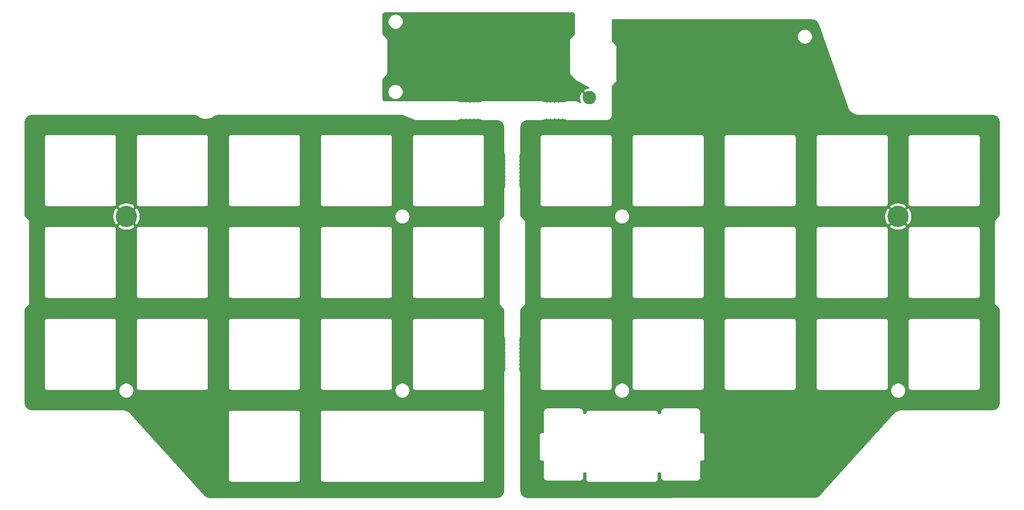
<source format=gtl>
G04 #@! TF.GenerationSoftware,KiCad,Pcbnew,(5.1.9)-1*
G04 #@! TF.CreationDate,2021-01-26T21:32:47-05:00*
G04 #@! TF.ProjectId,reviung34-split-L-TOP,72657669-756e-4673-9334-2d73706c6974,2.0*
G04 #@! TF.SameCoordinates,PX2faf080PY2faf080*
G04 #@! TF.FileFunction,Copper,L1,Top*
G04 #@! TF.FilePolarity,Positive*
%FSLAX46Y46*%
G04 Gerber Fmt 4.6, Leading zero omitted, Abs format (unit mm)*
G04 Created by KiCad (PCBNEW (5.1.9)-1) date 2021-01-26 21:32:47*
%MOMM*%
%LPD*%
G01*
G04 APERTURE LIST*
G04 #@! TA.AperFunction,ComponentPad*
%ADD10C,2.800000*%
G04 #@! TD*
G04 #@! TA.AperFunction,ComponentPad*
%ADD11C,4.400000*%
G04 #@! TD*
G04 #@! TA.AperFunction,Conductor*
%ADD12C,0.254000*%
G04 #@! TD*
G04 #@! TA.AperFunction,Conductor*
%ADD13C,0.100000*%
G04 #@! TD*
G04 APERTURE END LIST*
D10*
X117160000Y-16750000D03*
D11*
X181110000Y-41330000D03*
X21320000Y-41330000D03*
D12*
X35248429Y-20388304D02*
X35336705Y-20394956D01*
X35421818Y-20406797D01*
X35506625Y-20423956D01*
X35591074Y-20446359D01*
X35675063Y-20473926D01*
X35758463Y-20506579D01*
X35841080Y-20544207D01*
X35922739Y-20586702D01*
X36003188Y-20633910D01*
X36091436Y-20691720D01*
X36166464Y-20741508D01*
X36173882Y-20745447D01*
X36180560Y-20750543D01*
X36186844Y-20754370D01*
X36304877Y-20825145D01*
X36314719Y-20829807D01*
X36323736Y-20835932D01*
X36330222Y-20839407D01*
X36452340Y-20903753D01*
X36462530Y-20907908D01*
X36471966Y-20913578D01*
X36478635Y-20916688D01*
X36604613Y-20974363D01*
X36615124Y-20977982D01*
X36624957Y-20983164D01*
X36631790Y-20985895D01*
X36761400Y-21036660D01*
X36772207Y-21039716D01*
X36782427Y-21044385D01*
X36789402Y-21046726D01*
X36922420Y-21090340D01*
X36933491Y-21092805D01*
X36944064Y-21096926D01*
X36951162Y-21098867D01*
X37087360Y-21135090D01*
X37098655Y-21136938D01*
X37109545Y-21140479D01*
X37116743Y-21142010D01*
X37255894Y-21170602D01*
X37267372Y-21171810D01*
X37278535Y-21174741D01*
X37285809Y-21175855D01*
X37427690Y-21196575D01*
X37439290Y-21197124D01*
X37450673Y-21199417D01*
X37457999Y-21200108D01*
X37602382Y-21212716D01*
X37614035Y-21212592D01*
X37625583Y-21214228D01*
X37632937Y-21214492D01*
X37779597Y-21218749D01*
X37788668Y-21218125D01*
X37797733Y-21218964D01*
X37805090Y-21218872D01*
X37903103Y-21216974D01*
X37912139Y-21215911D01*
X37921236Y-21216311D01*
X37928580Y-21215864D01*
X38073746Y-21206013D01*
X38085216Y-21204097D01*
X38096846Y-21203934D01*
X38104153Y-21203062D01*
X38246891Y-21185020D01*
X38258174Y-21182456D01*
X38269713Y-21181626D01*
X38276956Y-21180334D01*
X38417040Y-21154339D01*
X38428065Y-21151154D01*
X38439452Y-21149675D01*
X38446610Y-21147969D01*
X38583815Y-21114264D01*
X38594549Y-21110483D01*
X38605735Y-21108376D01*
X38612784Y-21106265D01*
X38746882Y-21065090D01*
X38757279Y-21060747D01*
X38768224Y-21058036D01*
X38775142Y-21055529D01*
X38905910Y-21007122D01*
X38915943Y-21002247D01*
X38926607Y-20998960D01*
X38933374Y-20996069D01*
X39060584Y-20940671D01*
X39070229Y-20935295D01*
X39080583Y-20931460D01*
X39087178Y-20928197D01*
X39210604Y-20866048D01*
X39219833Y-20860207D01*
X39229864Y-20855847D01*
X39236268Y-20852223D01*
X39355685Y-20783566D01*
X39364502Y-20777278D01*
X39374184Y-20772420D01*
X39380380Y-20768451D01*
X39495562Y-20693524D01*
X39495625Y-20693474D01*
X39500546Y-20690241D01*
X39558222Y-20651786D01*
X39640055Y-20601923D01*
X39721315Y-20557850D01*
X39803662Y-20518573D01*
X39886818Y-20484252D01*
X39970633Y-20454976D01*
X40054935Y-20430845D01*
X40139621Y-20411931D01*
X40224645Y-20398307D01*
X40309955Y-20390059D01*
X40404309Y-20387002D01*
X78366315Y-20387002D01*
X80845484Y-21400324D01*
X80890500Y-21413771D01*
X80935305Y-21427984D01*
X80939751Y-21428483D01*
X80944034Y-21429762D01*
X80990799Y-21434209D01*
X81037516Y-21439449D01*
X81044874Y-21439500D01*
X89944869Y-21439500D01*
X89994244Y-21434659D01*
X90043619Y-21430165D01*
X90045391Y-21429643D01*
X90047231Y-21429463D01*
X90094717Y-21415126D01*
X90142287Y-21401126D01*
X90143925Y-21400270D01*
X90145693Y-21399736D01*
X90189425Y-21376483D01*
X90233435Y-21353475D01*
X90234879Y-21352314D01*
X90236506Y-21351449D01*
X90274881Y-21320151D01*
X90313592Y-21289027D01*
X90314780Y-21287611D01*
X90316211Y-21286444D01*
X90324024Y-21277000D01*
X90441528Y-21277000D01*
X90591643Y-21247141D01*
X90733048Y-21188569D01*
X90777500Y-21158867D01*
X90821952Y-21188569D01*
X90963357Y-21247141D01*
X91113472Y-21277000D01*
X91266528Y-21277000D01*
X91416643Y-21247141D01*
X91558048Y-21188569D01*
X91602500Y-21158867D01*
X91646952Y-21188569D01*
X91788357Y-21247141D01*
X91938472Y-21277000D01*
X92091528Y-21277000D01*
X92241643Y-21247141D01*
X92383048Y-21188569D01*
X92440000Y-21150515D01*
X92496952Y-21188569D01*
X92638357Y-21247141D01*
X92788472Y-21277000D01*
X92941528Y-21277000D01*
X93091643Y-21247141D01*
X93233048Y-21188569D01*
X93277500Y-21158867D01*
X93321952Y-21188569D01*
X93463357Y-21247141D01*
X93613472Y-21277000D01*
X93766528Y-21277000D01*
X93916643Y-21247141D01*
X94058048Y-21188569D01*
X94102500Y-21158867D01*
X94146952Y-21188569D01*
X94288357Y-21247141D01*
X94438472Y-21277000D01*
X94564965Y-21277000D01*
X94568360Y-21281223D01*
X94569776Y-21282411D01*
X94570943Y-21283842D01*
X94609139Y-21315440D01*
X94647149Y-21347335D01*
X94648768Y-21348225D01*
X94650192Y-21349403D01*
X94693865Y-21373017D01*
X94737280Y-21396884D01*
X94739038Y-21397442D01*
X94740666Y-21398322D01*
X94788070Y-21412996D01*
X94835318Y-21427984D01*
X94837155Y-21428190D01*
X94838919Y-21428736D01*
X94888181Y-21433914D01*
X94937529Y-21439449D01*
X94941081Y-21439474D01*
X94941208Y-21439487D01*
X94941336Y-21439475D01*
X94944887Y-21439500D01*
X97934047Y-21439500D01*
X98016996Y-21441597D01*
X98091980Y-21447299D01*
X98165713Y-21456668D01*
X98231688Y-21468450D01*
X98378897Y-21506302D01*
X98513799Y-21555677D01*
X98642289Y-21617574D01*
X98763650Y-21691304D01*
X98877121Y-21776157D01*
X98981876Y-21871364D01*
X99077069Y-21976105D01*
X99161930Y-22089589D01*
X99235657Y-22210948D01*
X99297551Y-22339433D01*
X99346928Y-22474341D01*
X99384776Y-22621537D01*
X99396559Y-22687521D01*
X99405928Y-22761252D01*
X99411630Y-22836233D01*
X99413728Y-22919187D01*
X99413706Y-28000007D01*
X99418545Y-28049356D01*
X99423041Y-28098759D01*
X99423563Y-28100532D01*
X99423743Y-28102369D01*
X99438075Y-28149841D01*
X99452080Y-28197427D01*
X99452935Y-28199063D01*
X99453469Y-28200831D01*
X99476720Y-28244558D01*
X99499731Y-28288575D01*
X99500892Y-28290019D01*
X99501756Y-28291644D01*
X99533044Y-28330008D01*
X99564179Y-28368732D01*
X99565594Y-28369919D01*
X99566760Y-28371349D01*
X99572434Y-28376043D01*
X99563000Y-28423472D01*
X99563000Y-28576528D01*
X99592859Y-28726643D01*
X99651431Y-28868048D01*
X99676133Y-28905017D01*
X99641431Y-28956952D01*
X99582859Y-29098357D01*
X99553000Y-29248472D01*
X99553000Y-29401528D01*
X99582859Y-29551643D01*
X99641431Y-29693048D01*
X99671133Y-29737500D01*
X99641431Y-29781952D01*
X99582859Y-29923357D01*
X99553000Y-30073472D01*
X99553000Y-30226528D01*
X99582859Y-30376643D01*
X99641431Y-30518048D01*
X99671133Y-30562500D01*
X99641431Y-30606952D01*
X99582859Y-30748357D01*
X99553000Y-30898472D01*
X99553000Y-31051528D01*
X99582859Y-31201643D01*
X99641431Y-31343048D01*
X99671133Y-31387500D01*
X99641431Y-31431952D01*
X99582859Y-31573357D01*
X99553000Y-31723472D01*
X99553000Y-31876528D01*
X99582859Y-32026643D01*
X99641431Y-32168048D01*
X99671133Y-32212500D01*
X99641431Y-32256952D01*
X99582859Y-32398357D01*
X99553000Y-32548472D01*
X99553000Y-32701528D01*
X99582859Y-32851643D01*
X99641431Y-32993048D01*
X99671133Y-33037500D01*
X99641431Y-33081952D01*
X99582859Y-33223357D01*
X99553000Y-33373472D01*
X99553000Y-33526528D01*
X99582859Y-33676643D01*
X99641431Y-33818048D01*
X99671133Y-33862500D01*
X99641431Y-33906952D01*
X99582859Y-34048357D01*
X99553000Y-34198472D01*
X99553000Y-34351528D01*
X99582859Y-34501643D01*
X99641431Y-34643048D01*
X99671133Y-34687500D01*
X99641431Y-34731952D01*
X99582859Y-34873357D01*
X99553000Y-35023472D01*
X99553000Y-35176528D01*
X99566657Y-35245189D01*
X99566215Y-35245552D01*
X99500359Y-35325798D01*
X99451424Y-35417350D01*
X99421289Y-35516690D01*
X99411114Y-35620000D01*
X99413664Y-35645889D01*
X99413643Y-41184893D01*
X98618368Y-42053581D01*
X98607274Y-42062685D01*
X98583395Y-42091782D01*
X98575538Y-42100364D01*
X98566977Y-42111787D01*
X98541418Y-42142931D01*
X98535900Y-42153254D01*
X98528878Y-42162624D01*
X98511469Y-42198962D01*
X98492483Y-42234483D01*
X98489084Y-42245686D01*
X98484026Y-42256245D01*
X98474043Y-42295272D01*
X98462348Y-42333823D01*
X98461201Y-42345473D01*
X98458299Y-42356816D01*
X98456121Y-42397051D01*
X98454722Y-42411252D01*
X98454722Y-42422885D01*
X98452687Y-42460473D01*
X98454722Y-42474681D01*
X98454721Y-59384468D01*
X98452466Y-59401522D01*
X98454721Y-59436232D01*
X98454721Y-59445030D01*
X98456400Y-59462082D01*
X98459196Y-59505112D01*
X98461480Y-59513655D01*
X98462347Y-59522459D01*
X98474869Y-59563738D01*
X98486007Y-59605400D01*
X98489914Y-59613335D01*
X98492482Y-59621799D01*
X98512822Y-59659854D01*
X98531868Y-59698530D01*
X98537244Y-59705544D01*
X98541417Y-59713352D01*
X98568799Y-59746718D01*
X98579196Y-59760283D01*
X98585192Y-59766693D01*
X98607273Y-59793598D01*
X98620579Y-59804518D01*
X99413643Y-60652234D01*
X99413664Y-66074120D01*
X99411114Y-66100009D01*
X99421289Y-66203319D01*
X99451424Y-66302659D01*
X99500359Y-66394211D01*
X99566215Y-66474457D01*
X99583849Y-66488929D01*
X99573000Y-66543472D01*
X99573000Y-66696528D01*
X99602859Y-66846643D01*
X99661431Y-66988048D01*
X99686133Y-67025017D01*
X99651431Y-67076952D01*
X99592859Y-67218357D01*
X99563000Y-67368472D01*
X99563000Y-67521528D01*
X99592859Y-67671643D01*
X99651431Y-67813048D01*
X99681133Y-67857500D01*
X99651431Y-67901952D01*
X99592859Y-68043357D01*
X99563000Y-68193472D01*
X99563000Y-68346528D01*
X99592859Y-68496643D01*
X99651431Y-68638048D01*
X99681133Y-68682500D01*
X99651431Y-68726952D01*
X99592859Y-68868357D01*
X99563000Y-69018472D01*
X99563000Y-69171528D01*
X99592859Y-69321643D01*
X99651431Y-69463048D01*
X99681133Y-69507500D01*
X99651431Y-69551952D01*
X99592859Y-69693357D01*
X99563000Y-69843472D01*
X99563000Y-69996528D01*
X99592859Y-70146643D01*
X99651431Y-70288048D01*
X99681133Y-70332500D01*
X99651431Y-70376952D01*
X99592859Y-70518357D01*
X99563000Y-70668472D01*
X99563000Y-70821528D01*
X99592859Y-70971643D01*
X99651431Y-71113048D01*
X99681133Y-71157500D01*
X99651431Y-71201952D01*
X99592859Y-71343357D01*
X99563000Y-71493472D01*
X99563000Y-71646528D01*
X99592859Y-71796643D01*
X99651431Y-71938048D01*
X99681133Y-71982500D01*
X99651431Y-72026952D01*
X99592859Y-72168357D01*
X99563000Y-72318472D01*
X99563000Y-72471528D01*
X99592859Y-72621643D01*
X99651431Y-72763048D01*
X99681133Y-72807500D01*
X99651431Y-72851952D01*
X99592859Y-72993357D01*
X99563000Y-73143472D01*
X99563000Y-73296528D01*
X99572283Y-73343197D01*
X99571939Y-73343474D01*
X99570751Y-73344890D01*
X99569321Y-73346056D01*
X99537734Y-73384238D01*
X99505827Y-73422263D01*
X99504936Y-73423883D01*
X99503760Y-73425305D01*
X99480173Y-73468928D01*
X99456278Y-73512394D01*
X99455720Y-73514154D01*
X99454841Y-73515779D01*
X99440174Y-73563162D01*
X99425179Y-73610432D01*
X99424973Y-73612268D01*
X99424427Y-73614032D01*
X99419248Y-73663310D01*
X99413714Y-73712643D01*
X99413689Y-73716194D01*
X99413676Y-73716321D01*
X99413688Y-73716449D01*
X99413663Y-73720001D01*
X99413728Y-98105313D01*
X99411629Y-98188279D01*
X99405920Y-98263313D01*
X99396540Y-98337088D01*
X99384741Y-98403116D01*
X99346851Y-98550388D01*
X99297421Y-98685360D01*
X99235461Y-98813896D01*
X99161653Y-98935304D01*
X99076712Y-99048808D01*
X98981416Y-99153574D01*
X98876560Y-99248785D01*
X98762994Y-99333616D01*
X98641516Y-99407321D01*
X98512925Y-99469168D01*
X98377910Y-99518481D01*
X98230605Y-99556242D01*
X98164580Y-99567980D01*
X98090795Y-99577296D01*
X98015757Y-99582939D01*
X97932532Y-99584972D01*
X38672478Y-99584994D01*
X38587627Y-99582752D01*
X38510374Y-99576626D01*
X38433907Y-99566499D01*
X38358312Y-99552429D01*
X38283737Y-99534480D01*
X38210351Y-99512720D01*
X38138248Y-99487199D01*
X38067651Y-99458007D01*
X37998613Y-99425172D01*
X37931367Y-99388798D01*
X37866012Y-99348927D01*
X37802705Y-99305632D01*
X37741584Y-99258973D01*
X37682794Y-99209014D01*
X37626475Y-99155816D01*
X37567910Y-99094342D01*
X22309841Y-82207090D01*
X22307408Y-82204876D01*
X22305413Y-82202249D01*
X22300374Y-82196886D01*
X22227430Y-82120320D01*
X22219676Y-82113630D01*
X22213055Y-82105804D01*
X22207741Y-82100714D01*
X22131244Y-82028458D01*
X22123190Y-82022218D01*
X22116206Y-82014792D01*
X22110644Y-82009998D01*
X42415326Y-82009998D01*
X42417875Y-82035881D01*
X42417874Y-95884118D01*
X42415326Y-95909989D01*
X42417874Y-95935862D01*
X42417874Y-95935869D01*
X42425500Y-96013298D01*
X42455635Y-96112638D01*
X42504570Y-96204191D01*
X42570426Y-96284437D01*
X42650672Y-96350293D01*
X42742224Y-96399228D01*
X42841564Y-96429363D01*
X42944874Y-96439538D01*
X42970764Y-96436988D01*
X56818994Y-96437011D01*
X56844866Y-96439559D01*
X56870739Y-96437011D01*
X56870746Y-96437011D01*
X56948175Y-96429385D01*
X57047515Y-96399250D01*
X57139067Y-96350315D01*
X57219313Y-96284459D01*
X57285169Y-96204213D01*
X57334104Y-96112661D01*
X57364239Y-96013321D01*
X57374414Y-95910011D01*
X57374406Y-95909925D01*
X61465219Y-95909925D01*
X61467767Y-95935798D01*
X61467767Y-95935805D01*
X61475393Y-96013234D01*
X61505528Y-96112574D01*
X61554463Y-96204126D01*
X61620319Y-96284372D01*
X61700565Y-96350228D01*
X61792117Y-96399163D01*
X61891457Y-96429298D01*
X61994767Y-96439473D01*
X62020650Y-96436924D01*
X94918887Y-96436946D01*
X94944758Y-96439494D01*
X94970631Y-96436946D01*
X94970638Y-96436946D01*
X95048067Y-96429320D01*
X95147407Y-96399185D01*
X95238959Y-96350250D01*
X95319205Y-96284394D01*
X95385061Y-96204148D01*
X95433996Y-96112596D01*
X95464131Y-96013256D01*
X95474306Y-95909946D01*
X95471757Y-95884064D01*
X95471779Y-82035815D01*
X95474328Y-82009933D01*
X95464153Y-81906623D01*
X95434018Y-81807283D01*
X95385083Y-81715731D01*
X95319227Y-81635485D01*
X95238981Y-81569629D01*
X95147429Y-81520694D01*
X95048089Y-81490559D01*
X94970660Y-81482933D01*
X94970650Y-81482933D01*
X94944779Y-81480385D01*
X94918906Y-81482933D01*
X62020659Y-81482933D01*
X61994788Y-81480385D01*
X61968915Y-81482933D01*
X61968907Y-81482933D01*
X61891478Y-81490559D01*
X61792138Y-81520694D01*
X61700586Y-81569629D01*
X61620340Y-81635485D01*
X61554484Y-81715731D01*
X61505549Y-81807283D01*
X61475414Y-81906623D01*
X61465239Y-82009933D01*
X61467789Y-82035823D01*
X61467767Y-95884054D01*
X61465219Y-95909925D01*
X57374406Y-95909925D01*
X57371865Y-95884129D01*
X57371887Y-82035890D01*
X57374435Y-82010019D01*
X57371887Y-81984146D01*
X57371887Y-81984139D01*
X57364261Y-81906710D01*
X57334126Y-81807370D01*
X57285191Y-81715818D01*
X57219335Y-81635572D01*
X57139089Y-81569716D01*
X57047537Y-81520781D01*
X56948197Y-81490646D01*
X56907086Y-81486597D01*
X56870768Y-81483020D01*
X56844887Y-81480471D01*
X56819005Y-81483020D01*
X42970756Y-81482998D01*
X42944874Y-81480449D01*
X42841565Y-81490624D01*
X42742225Y-81520759D01*
X42650673Y-81569694D01*
X42570427Y-81635550D01*
X42504571Y-81715796D01*
X42455636Y-81807348D01*
X42425501Y-81906688D01*
X42420146Y-81961064D01*
X42415326Y-82009998D01*
X22110644Y-82009998D01*
X22110632Y-82009988D01*
X22030777Y-81942128D01*
X22022443Y-81936345D01*
X22015114Y-81929327D01*
X22009296Y-81924822D01*
X21926278Y-81861446D01*
X21917690Y-81856130D01*
X21910034Y-81849529D01*
X21903990Y-81845334D01*
X21818004Y-81786529D01*
X21809186Y-81781688D01*
X21801232Y-81775521D01*
X21794977Y-81771645D01*
X21706221Y-81717498D01*
X21697183Y-81713131D01*
X21688932Y-81707395D01*
X21682485Y-81703850D01*
X21591152Y-81654447D01*
X21581917Y-81650563D01*
X21573402Y-81645276D01*
X21566779Y-81642070D01*
X21473066Y-81597498D01*
X21463644Y-81594099D01*
X21454867Y-81589261D01*
X21448087Y-81586402D01*
X21352190Y-81546749D01*
X21342600Y-81543842D01*
X21333579Y-81539463D01*
X21326660Y-81536960D01*
X21228773Y-81502312D01*
X21219029Y-81499902D01*
X21209777Y-81495991D01*
X21202737Y-81493851D01*
X21103058Y-81464296D01*
X21093179Y-81462391D01*
X21083713Y-81458958D01*
X21076571Y-81457187D01*
X20975294Y-81432810D01*
X20965291Y-81431416D01*
X20955624Y-81428471D01*
X20948400Y-81427074D01*
X20845720Y-81407963D01*
X20835613Y-81407089D01*
X20825770Y-81404645D01*
X20818483Y-81403628D01*
X20714596Y-81389869D01*
X20704404Y-81389523D01*
X20694392Y-81387589D01*
X20687061Y-81386956D01*
X20582163Y-81378638D01*
X20571922Y-81378829D01*
X20561773Y-81377418D01*
X20554419Y-81377173D01*
X20448706Y-81374381D01*
X20445426Y-81374615D01*
X20442150Y-81374248D01*
X20434792Y-81374197D01*
X1851588Y-81374197D01*
X1768632Y-81372099D01*
X1693648Y-81366397D01*
X1619915Y-81357028D01*
X1553934Y-81345245D01*
X1406731Y-81307395D01*
X1271830Y-81258020D01*
X1143344Y-81196125D01*
X1021980Y-81122395D01*
X908505Y-81037541D01*
X803761Y-80942342D01*
X708552Y-80837586D01*
X623698Y-80724111D01*
X549969Y-80602751D01*
X488071Y-80474256D01*
X438697Y-80339354D01*
X400849Y-80192158D01*
X389067Y-80126181D01*
X379697Y-80052436D01*
X373996Y-79977456D01*
X371899Y-79894509D01*
X371912Y-76859989D01*
X4315348Y-76859989D01*
X4317896Y-76885862D01*
X4317896Y-76885869D01*
X4325522Y-76963298D01*
X4355657Y-77062638D01*
X4404592Y-77154190D01*
X4470448Y-77234436D01*
X4550694Y-77300292D01*
X4642246Y-77349227D01*
X4741586Y-77379362D01*
X4844896Y-77389537D01*
X4870778Y-77386988D01*
X18719028Y-77387011D01*
X18744909Y-77389560D01*
X18848219Y-77379385D01*
X18947559Y-77349250D01*
X19039111Y-77300315D01*
X19070348Y-77274679D01*
X19743000Y-77274679D01*
X19743000Y-77585321D01*
X19803604Y-77889994D01*
X19922481Y-78176989D01*
X20095064Y-78435279D01*
X20314721Y-78654936D01*
X20573011Y-78827519D01*
X20860006Y-78946396D01*
X21164679Y-79007000D01*
X21475321Y-79007000D01*
X21779994Y-78946396D01*
X22066989Y-78827519D01*
X22325279Y-78654936D01*
X22544936Y-78435279D01*
X22717519Y-78176989D01*
X22836396Y-77889994D01*
X22897000Y-77585321D01*
X22897000Y-77274679D01*
X22836396Y-76970006D01*
X22717519Y-76683011D01*
X22544936Y-76424721D01*
X22325279Y-76205064D01*
X22066989Y-76032481D01*
X21779994Y-75913604D01*
X21475321Y-75853000D01*
X21164679Y-75853000D01*
X20860006Y-75913604D01*
X20573011Y-76032481D01*
X20314721Y-76205064D01*
X20095064Y-76424721D01*
X19922481Y-76683011D01*
X19803604Y-76970006D01*
X19743000Y-77274679D01*
X19070348Y-77274679D01*
X19119357Y-77234459D01*
X19185213Y-77154213D01*
X19234148Y-77062661D01*
X19264283Y-76963321D01*
X19271909Y-76885892D01*
X19271909Y-76885882D01*
X19274457Y-76860011D01*
X19271909Y-76834138D01*
X19271909Y-62985890D01*
X19274457Y-62960019D01*
X19274455Y-62959998D01*
X23365326Y-62959998D01*
X23367875Y-62985881D01*
X23367874Y-76834118D01*
X23365326Y-76859989D01*
X23367874Y-76885862D01*
X23367874Y-76885869D01*
X23375500Y-76963298D01*
X23405635Y-77062638D01*
X23454570Y-77154191D01*
X23520426Y-77234437D01*
X23600672Y-77300293D01*
X23692224Y-77349228D01*
X23791564Y-77379363D01*
X23894874Y-77389538D01*
X23920764Y-77386988D01*
X37768994Y-77387011D01*
X37794866Y-77389559D01*
X37820739Y-77387011D01*
X37820746Y-77387011D01*
X37898175Y-77379385D01*
X37997515Y-77349250D01*
X38089067Y-77300315D01*
X38169313Y-77234459D01*
X38235169Y-77154213D01*
X38284104Y-77062661D01*
X38314239Y-76963321D01*
X38324414Y-76860011D01*
X38321865Y-76834129D01*
X38321887Y-62985890D01*
X38324435Y-62960019D01*
X38324433Y-62959998D01*
X42415326Y-62959998D01*
X42417875Y-62985881D01*
X42417874Y-76834118D01*
X42415326Y-76859989D01*
X42417874Y-76885862D01*
X42417874Y-76885869D01*
X42425500Y-76963298D01*
X42455635Y-77062638D01*
X42504570Y-77154191D01*
X42570426Y-77234437D01*
X42650672Y-77300293D01*
X42742224Y-77349228D01*
X42841564Y-77379363D01*
X42944874Y-77389538D01*
X42970764Y-77386988D01*
X56818994Y-77387011D01*
X56844866Y-77389559D01*
X56870739Y-77387011D01*
X56870746Y-77387011D01*
X56948175Y-77379385D01*
X57047515Y-77349250D01*
X57139067Y-77300315D01*
X57219313Y-77234459D01*
X57285169Y-77154213D01*
X57334104Y-77062661D01*
X57364239Y-76963321D01*
X57374414Y-76860011D01*
X57371865Y-76834129D01*
X57371887Y-62985890D01*
X57374435Y-62960019D01*
X57374433Y-62959998D01*
X61465326Y-62959998D01*
X61467875Y-62985881D01*
X61467874Y-76834118D01*
X61465326Y-76859989D01*
X61467874Y-76885862D01*
X61467874Y-76885869D01*
X61475500Y-76963298D01*
X61505635Y-77062638D01*
X61554570Y-77154191D01*
X61620426Y-77234437D01*
X61700672Y-77300293D01*
X61792224Y-77349228D01*
X61891564Y-77379363D01*
X61994874Y-77389538D01*
X62020764Y-77386988D01*
X75868994Y-77387011D01*
X75894866Y-77389559D01*
X75920739Y-77387011D01*
X75920746Y-77387011D01*
X75998175Y-77379385D01*
X76097515Y-77349250D01*
X76189067Y-77300315D01*
X76220304Y-77274679D01*
X76893000Y-77274679D01*
X76893000Y-77585321D01*
X76953604Y-77889994D01*
X77072481Y-78176989D01*
X77245064Y-78435279D01*
X77464721Y-78654936D01*
X77723011Y-78827519D01*
X78010006Y-78946396D01*
X78314679Y-79007000D01*
X78625321Y-79007000D01*
X78929994Y-78946396D01*
X79216989Y-78827519D01*
X79475279Y-78654936D01*
X79694936Y-78435279D01*
X79867519Y-78176989D01*
X79986396Y-77889994D01*
X80047000Y-77585321D01*
X80047000Y-77274679D01*
X79986396Y-76970006D01*
X79867519Y-76683011D01*
X79694936Y-76424721D01*
X79475279Y-76205064D01*
X79216989Y-76032481D01*
X78929994Y-75913604D01*
X78625321Y-75853000D01*
X78314679Y-75853000D01*
X78010006Y-75913604D01*
X77723011Y-76032481D01*
X77464721Y-76205064D01*
X77245064Y-76424721D01*
X77072481Y-76683011D01*
X76953604Y-76970006D01*
X76893000Y-77274679D01*
X76220304Y-77274679D01*
X76269313Y-77234459D01*
X76335169Y-77154213D01*
X76384104Y-77062661D01*
X76414239Y-76963321D01*
X76424414Y-76860011D01*
X76421865Y-76834129D01*
X76421887Y-62985890D01*
X76424435Y-62960019D01*
X76424433Y-62959998D01*
X80515326Y-62959998D01*
X80517875Y-62985881D01*
X80517874Y-76834118D01*
X80515326Y-76859989D01*
X80517874Y-76885862D01*
X80517874Y-76885869D01*
X80525500Y-76963298D01*
X80555635Y-77062638D01*
X80604570Y-77154191D01*
X80670426Y-77234437D01*
X80750672Y-77300293D01*
X80842224Y-77349228D01*
X80941564Y-77379363D01*
X81044874Y-77389538D01*
X81070764Y-77386988D01*
X94918994Y-77387011D01*
X94944866Y-77389559D01*
X94970739Y-77387011D01*
X94970746Y-77387011D01*
X95048175Y-77379385D01*
X95147515Y-77349250D01*
X95239067Y-77300315D01*
X95319313Y-77234459D01*
X95385169Y-77154213D01*
X95434104Y-77062661D01*
X95464239Y-76963321D01*
X95474414Y-76860011D01*
X95471865Y-76834129D01*
X95471887Y-62985890D01*
X95474435Y-62960019D01*
X95471887Y-62934146D01*
X95471887Y-62934139D01*
X95464261Y-62856710D01*
X95434126Y-62757370D01*
X95385191Y-62665818D01*
X95319335Y-62585572D01*
X95239089Y-62519716D01*
X95147537Y-62470781D01*
X95048197Y-62440646D01*
X94944887Y-62430471D01*
X94919005Y-62433020D01*
X81070756Y-62432998D01*
X81044874Y-62430449D01*
X80941565Y-62440624D01*
X80842225Y-62470759D01*
X80750673Y-62519694D01*
X80670427Y-62585550D01*
X80604571Y-62665796D01*
X80555636Y-62757348D01*
X80525501Y-62856688D01*
X80515326Y-62959998D01*
X76424433Y-62959998D01*
X76421887Y-62934146D01*
X76421887Y-62934139D01*
X76414261Y-62856710D01*
X76384126Y-62757370D01*
X76335191Y-62665818D01*
X76269335Y-62585572D01*
X76189089Y-62519716D01*
X76097537Y-62470781D01*
X75998197Y-62440646D01*
X75894887Y-62430471D01*
X75869005Y-62433020D01*
X62020756Y-62432998D01*
X61994874Y-62430449D01*
X61891565Y-62440624D01*
X61792225Y-62470759D01*
X61700673Y-62519694D01*
X61620427Y-62585550D01*
X61554571Y-62665796D01*
X61505636Y-62757348D01*
X61475501Y-62856688D01*
X61465326Y-62959998D01*
X57374433Y-62959998D01*
X57371887Y-62934146D01*
X57371887Y-62934139D01*
X57364261Y-62856710D01*
X57334126Y-62757370D01*
X57285191Y-62665818D01*
X57219335Y-62585572D01*
X57139089Y-62519716D01*
X57047537Y-62470781D01*
X56948197Y-62440646D01*
X56844887Y-62430471D01*
X56819005Y-62433020D01*
X42970756Y-62432998D01*
X42944874Y-62430449D01*
X42841565Y-62440624D01*
X42742225Y-62470759D01*
X42650673Y-62519694D01*
X42570427Y-62585550D01*
X42504571Y-62665796D01*
X42455636Y-62757348D01*
X42425501Y-62856688D01*
X42415326Y-62959998D01*
X38324433Y-62959998D01*
X38321887Y-62934146D01*
X38321887Y-62934139D01*
X38314261Y-62856710D01*
X38284126Y-62757370D01*
X38235191Y-62665818D01*
X38169335Y-62585572D01*
X38089089Y-62519716D01*
X37997537Y-62470781D01*
X37898197Y-62440646D01*
X37794887Y-62430471D01*
X37769005Y-62433020D01*
X23920756Y-62432998D01*
X23894874Y-62430449D01*
X23791565Y-62440624D01*
X23692225Y-62470759D01*
X23600673Y-62519694D01*
X23520427Y-62585550D01*
X23454571Y-62665796D01*
X23405636Y-62757348D01*
X23375501Y-62856688D01*
X23365326Y-62959998D01*
X19274455Y-62959998D01*
X19271909Y-62934146D01*
X19271909Y-62934138D01*
X19264283Y-62856709D01*
X19234148Y-62757369D01*
X19185213Y-62665817D01*
X19119357Y-62585571D01*
X19039111Y-62519715D01*
X18947558Y-62470780D01*
X18848218Y-62440645D01*
X18744909Y-62430470D01*
X18719019Y-62433020D01*
X4870788Y-62432998D01*
X4844917Y-62430450D01*
X4819044Y-62432998D01*
X4819037Y-62432998D01*
X4741608Y-62440624D01*
X4642268Y-62470759D01*
X4550716Y-62519694D01*
X4470470Y-62585550D01*
X4404614Y-62665796D01*
X4355679Y-62757348D01*
X4325544Y-62856688D01*
X4315369Y-62959998D01*
X4317918Y-62985880D01*
X4317896Y-76834118D01*
X4315348Y-76859989D01*
X371912Y-76859989D01*
X371985Y-60597565D01*
X1188750Y-59724514D01*
X1213056Y-59692829D01*
X1238741Y-59662219D01*
X1244314Y-59652082D01*
X1251352Y-59642907D01*
X1269052Y-59607083D01*
X1288290Y-59572088D01*
X1291785Y-59561072D01*
X1296911Y-59550696D01*
X1307315Y-59512114D01*
X1319390Y-59474050D01*
X1320679Y-59462555D01*
X1323690Y-59451391D01*
X1326401Y-59411546D01*
X1330855Y-59371839D01*
X1330906Y-59364481D01*
X1330906Y-57809989D01*
X4315348Y-57809989D01*
X4317896Y-57835862D01*
X4317896Y-57835869D01*
X4325522Y-57913298D01*
X4355657Y-58012638D01*
X4404592Y-58104190D01*
X4470448Y-58184436D01*
X4550694Y-58250292D01*
X4642246Y-58299227D01*
X4741586Y-58329362D01*
X4844896Y-58339537D01*
X4870778Y-58336988D01*
X18719028Y-58337011D01*
X18744909Y-58339560D01*
X18848219Y-58329385D01*
X18947559Y-58299250D01*
X19039111Y-58250315D01*
X19119357Y-58184459D01*
X19185213Y-58104213D01*
X19234148Y-58012661D01*
X19264283Y-57913321D01*
X19271909Y-57835892D01*
X19271909Y-57835882D01*
X19274457Y-57810011D01*
X19271909Y-57784138D01*
X19271909Y-43935890D01*
X19274457Y-43910019D01*
X19271909Y-43884146D01*
X19271909Y-43884138D01*
X19264283Y-43806709D01*
X19234148Y-43707369D01*
X19185213Y-43615817D01*
X19119357Y-43535571D01*
X19039111Y-43469715D01*
X18947558Y-43420780D01*
X18848218Y-43390645D01*
X18744909Y-43380470D01*
X18719019Y-43383020D01*
X4870788Y-43382998D01*
X4844917Y-43380450D01*
X4819044Y-43382998D01*
X4819037Y-43382998D01*
X4741608Y-43390624D01*
X4642268Y-43420759D01*
X4550716Y-43469694D01*
X4470470Y-43535550D01*
X4404614Y-43615796D01*
X4355679Y-43707348D01*
X4325544Y-43806688D01*
X4315369Y-43909998D01*
X4317918Y-43935880D01*
X4317896Y-57784118D01*
X4315348Y-57809989D01*
X1330906Y-57809989D01*
X1330906Y-43319775D01*
X19509830Y-43319775D01*
X19749976Y-43707018D01*
X20243877Y-43967641D01*
X20779133Y-44126901D01*
X21335174Y-44178678D01*
X21890632Y-44120981D01*
X22424161Y-43956028D01*
X22510276Y-43909998D01*
X23365326Y-43909998D01*
X23367875Y-43935881D01*
X23367874Y-57784118D01*
X23365326Y-57809989D01*
X23367874Y-57835862D01*
X23367874Y-57835869D01*
X23375500Y-57913298D01*
X23405635Y-58012638D01*
X23454570Y-58104191D01*
X23520426Y-58184437D01*
X23600672Y-58250293D01*
X23692224Y-58299228D01*
X23791564Y-58329363D01*
X23894874Y-58339538D01*
X23920764Y-58336988D01*
X37768994Y-58337011D01*
X37794866Y-58339559D01*
X37820739Y-58337011D01*
X37820746Y-58337011D01*
X37898175Y-58329385D01*
X37997515Y-58299250D01*
X38089067Y-58250315D01*
X38169313Y-58184459D01*
X38235169Y-58104213D01*
X38284104Y-58012661D01*
X38314239Y-57913321D01*
X38324414Y-57810011D01*
X38321865Y-57784129D01*
X38321887Y-43935890D01*
X38324435Y-43910019D01*
X38324433Y-43909998D01*
X42415326Y-43909998D01*
X42417875Y-43935881D01*
X42417874Y-57784118D01*
X42415326Y-57809989D01*
X42417874Y-57835862D01*
X42417874Y-57835869D01*
X42425500Y-57913298D01*
X42455635Y-58012638D01*
X42504570Y-58104191D01*
X42570426Y-58184437D01*
X42650672Y-58250293D01*
X42742224Y-58299228D01*
X42841564Y-58329363D01*
X42944874Y-58339538D01*
X42970764Y-58336988D01*
X56818994Y-58337011D01*
X56844866Y-58339559D01*
X56870739Y-58337011D01*
X56870746Y-58337011D01*
X56948175Y-58329385D01*
X57047515Y-58299250D01*
X57139067Y-58250315D01*
X57219313Y-58184459D01*
X57285169Y-58104213D01*
X57334104Y-58012661D01*
X57364239Y-57913321D01*
X57374414Y-57810011D01*
X57371865Y-57784129D01*
X57371887Y-43935890D01*
X57374435Y-43910019D01*
X57374433Y-43909998D01*
X61465326Y-43909998D01*
X61467875Y-43935881D01*
X61467874Y-57784118D01*
X61465326Y-57809989D01*
X61467874Y-57835862D01*
X61467874Y-57835869D01*
X61475500Y-57913298D01*
X61505635Y-58012638D01*
X61554570Y-58104191D01*
X61620426Y-58184437D01*
X61700672Y-58250293D01*
X61792224Y-58299228D01*
X61891564Y-58329363D01*
X61994874Y-58339538D01*
X62020764Y-58336988D01*
X75868994Y-58337011D01*
X75894866Y-58339559D01*
X75920739Y-58337011D01*
X75920746Y-58337011D01*
X75998175Y-58329385D01*
X76097515Y-58299250D01*
X76189067Y-58250315D01*
X76269313Y-58184459D01*
X76335169Y-58104213D01*
X76384104Y-58012661D01*
X76414239Y-57913321D01*
X76424414Y-57810011D01*
X76421865Y-57784129D01*
X76421887Y-43935890D01*
X76424435Y-43910019D01*
X76424433Y-43909998D01*
X80515326Y-43909998D01*
X80517875Y-43935881D01*
X80517874Y-57784118D01*
X80515326Y-57809989D01*
X80517874Y-57835862D01*
X80517874Y-57835869D01*
X80525500Y-57913298D01*
X80555635Y-58012638D01*
X80604570Y-58104191D01*
X80670426Y-58184437D01*
X80750672Y-58250293D01*
X80842224Y-58299228D01*
X80941564Y-58329363D01*
X81044874Y-58339538D01*
X81070764Y-58336988D01*
X94918994Y-58337011D01*
X94944866Y-58339559D01*
X94970739Y-58337011D01*
X94970746Y-58337011D01*
X95048175Y-58329385D01*
X95147515Y-58299250D01*
X95239067Y-58250315D01*
X95319313Y-58184459D01*
X95385169Y-58104213D01*
X95434104Y-58012661D01*
X95464239Y-57913321D01*
X95474414Y-57810011D01*
X95471865Y-57784129D01*
X95471887Y-43935890D01*
X95474435Y-43910019D01*
X95471887Y-43884146D01*
X95471887Y-43884139D01*
X95464261Y-43806710D01*
X95434126Y-43707370D01*
X95385191Y-43615818D01*
X95319335Y-43535572D01*
X95239089Y-43469716D01*
X95147537Y-43420781D01*
X95048197Y-43390646D01*
X94944887Y-43380471D01*
X94919005Y-43383020D01*
X81070756Y-43382998D01*
X81044874Y-43380449D01*
X80941565Y-43390624D01*
X80842225Y-43420759D01*
X80750673Y-43469694D01*
X80670427Y-43535550D01*
X80604571Y-43615796D01*
X80555636Y-43707348D01*
X80525501Y-43806688D01*
X80515326Y-43909998D01*
X76424433Y-43909998D01*
X76421887Y-43884146D01*
X76421887Y-43884139D01*
X76414261Y-43806710D01*
X76384126Y-43707370D01*
X76335191Y-43615818D01*
X76269335Y-43535572D01*
X76189089Y-43469716D01*
X76097537Y-43420781D01*
X75998197Y-43390646D01*
X75894887Y-43380471D01*
X75869005Y-43383020D01*
X62020756Y-43382998D01*
X61994874Y-43380449D01*
X61891565Y-43390624D01*
X61792225Y-43420759D01*
X61700673Y-43469694D01*
X61620427Y-43535550D01*
X61554571Y-43615796D01*
X61505636Y-43707348D01*
X61475501Y-43806688D01*
X61465326Y-43909998D01*
X57374433Y-43909998D01*
X57371887Y-43884146D01*
X57371887Y-43884139D01*
X57364261Y-43806710D01*
X57334126Y-43707370D01*
X57285191Y-43615818D01*
X57219335Y-43535572D01*
X57139089Y-43469716D01*
X57047537Y-43420781D01*
X56948197Y-43390646D01*
X56844887Y-43380471D01*
X56819005Y-43383020D01*
X42970756Y-43382998D01*
X42944874Y-43380449D01*
X42841565Y-43390624D01*
X42742225Y-43420759D01*
X42650673Y-43469694D01*
X42570427Y-43535550D01*
X42504571Y-43615796D01*
X42455636Y-43707348D01*
X42425501Y-43806688D01*
X42415326Y-43909998D01*
X38324433Y-43909998D01*
X38321887Y-43884146D01*
X38321887Y-43884139D01*
X38314261Y-43806710D01*
X38284126Y-43707370D01*
X38235191Y-43615818D01*
X38169335Y-43535572D01*
X38089089Y-43469716D01*
X37997537Y-43420781D01*
X37898197Y-43390646D01*
X37794887Y-43380471D01*
X37769005Y-43383020D01*
X23920756Y-43382998D01*
X23894874Y-43380449D01*
X23791565Y-43390624D01*
X23692225Y-43420759D01*
X23600673Y-43469694D01*
X23520427Y-43535550D01*
X23454571Y-43615796D01*
X23405636Y-43707348D01*
X23375501Y-43806688D01*
X23365326Y-43909998D01*
X22510276Y-43909998D01*
X22890024Y-43707018D01*
X23130170Y-43319775D01*
X21320000Y-41509605D01*
X19509830Y-43319775D01*
X1330906Y-43319775D01*
X1330906Y-42382486D01*
X1327286Y-42345568D01*
X1325684Y-42308475D01*
X1322275Y-42294463D01*
X1320869Y-42280124D01*
X1310143Y-42244597D01*
X1301370Y-42208538D01*
X1295309Y-42195465D01*
X1291142Y-42181662D01*
X1273721Y-42148899D01*
X1258110Y-42115225D01*
X1249618Y-42103568D01*
X1242855Y-42090849D01*
X1219410Y-42062102D01*
X1197549Y-42032094D01*
X1192618Y-42026632D01*
X568763Y-41345174D01*
X18471322Y-41345174D01*
X18529019Y-41900632D01*
X18693972Y-42434161D01*
X18942982Y-42900024D01*
X19330225Y-43140170D01*
X21140395Y-41330000D01*
X21499605Y-41330000D01*
X23309775Y-43140170D01*
X23697018Y-42900024D01*
X23957641Y-42406123D01*
X24116901Y-41870867D01*
X24168678Y-41314826D01*
X24154121Y-41174679D01*
X76893000Y-41174679D01*
X76893000Y-41485321D01*
X76953604Y-41789994D01*
X77072481Y-42076989D01*
X77245064Y-42335279D01*
X77464721Y-42554936D01*
X77723011Y-42727519D01*
X78010006Y-42846396D01*
X78314679Y-42907000D01*
X78625321Y-42907000D01*
X78929994Y-42846396D01*
X79216989Y-42727519D01*
X79475279Y-42554936D01*
X79694936Y-42335279D01*
X79867519Y-42076989D01*
X79986396Y-41789994D01*
X80047000Y-41485321D01*
X80047000Y-41174679D01*
X79986396Y-40870006D01*
X79867519Y-40583011D01*
X79694936Y-40324721D01*
X79475279Y-40105064D01*
X79216989Y-39932481D01*
X78929994Y-39813604D01*
X78625321Y-39753000D01*
X78314679Y-39753000D01*
X78010006Y-39813604D01*
X77723011Y-39932481D01*
X77464721Y-40105064D01*
X77245064Y-40324721D01*
X77072481Y-40583011D01*
X76953604Y-40870006D01*
X76893000Y-41174679D01*
X24154121Y-41174679D01*
X24110981Y-40759368D01*
X23946028Y-40225839D01*
X23697018Y-39759976D01*
X23309775Y-39519830D01*
X21499605Y-41330000D01*
X21140395Y-41330000D01*
X19330225Y-39519830D01*
X18942982Y-39759976D01*
X18682359Y-40253877D01*
X18523099Y-40789133D01*
X18471322Y-41345174D01*
X568763Y-41345174D01*
X371986Y-41130229D01*
X371986Y-39340225D01*
X19509830Y-39340225D01*
X21320000Y-41150395D01*
X23130170Y-39340225D01*
X22890024Y-38952982D01*
X22524369Y-38760032D01*
X23365325Y-38760032D01*
X23375500Y-38863342D01*
X23405635Y-38962682D01*
X23454546Y-39054190D01*
X23454570Y-39054234D01*
X23520426Y-39134480D01*
X23600672Y-39200336D01*
X23692224Y-39249271D01*
X23791564Y-39279406D01*
X23894874Y-39289581D01*
X23920755Y-39287032D01*
X37768995Y-39287032D01*
X37794866Y-39289580D01*
X37820739Y-39287032D01*
X37820747Y-39287032D01*
X37898176Y-39279406D01*
X37997516Y-39249271D01*
X38089068Y-39200336D01*
X38169314Y-39134480D01*
X38235170Y-39054234D01*
X38284105Y-38962682D01*
X38314240Y-38863342D01*
X38324415Y-38760032D01*
X42415325Y-38760032D01*
X42425500Y-38863342D01*
X42455635Y-38962682D01*
X42504546Y-39054190D01*
X42504570Y-39054234D01*
X42570426Y-39134480D01*
X42650672Y-39200336D01*
X42742224Y-39249271D01*
X42841564Y-39279406D01*
X42944874Y-39289581D01*
X42970755Y-39287032D01*
X56818995Y-39287032D01*
X56844866Y-39289580D01*
X56870739Y-39287032D01*
X56870747Y-39287032D01*
X56948176Y-39279406D01*
X57047516Y-39249271D01*
X57139068Y-39200336D01*
X57219314Y-39134480D01*
X57285170Y-39054234D01*
X57334105Y-38962682D01*
X57364240Y-38863342D01*
X57374415Y-38760032D01*
X61465325Y-38760032D01*
X61475500Y-38863342D01*
X61505635Y-38962682D01*
X61554546Y-39054190D01*
X61554570Y-39054234D01*
X61620426Y-39134480D01*
X61700672Y-39200336D01*
X61792224Y-39249271D01*
X61891564Y-39279406D01*
X61994874Y-39289581D01*
X62020755Y-39287032D01*
X75868995Y-39287032D01*
X75894866Y-39289580D01*
X75920739Y-39287032D01*
X75920747Y-39287032D01*
X75998176Y-39279406D01*
X76097516Y-39249271D01*
X76189068Y-39200336D01*
X76269314Y-39134480D01*
X76335170Y-39054234D01*
X76384105Y-38962682D01*
X76414240Y-38863342D01*
X76424415Y-38760032D01*
X76421865Y-38734142D01*
X76421887Y-24885912D01*
X76424435Y-24860041D01*
X76424431Y-24859998D01*
X80515326Y-24859998D01*
X80517875Y-24885881D01*
X80517874Y-38734118D01*
X80515326Y-38759989D01*
X80517874Y-38785862D01*
X80517874Y-38785869D01*
X80525500Y-38863298D01*
X80555635Y-38962638D01*
X80604570Y-39054191D01*
X80670426Y-39134437D01*
X80750672Y-39200293D01*
X80842224Y-39249228D01*
X80941564Y-39279363D01*
X81044874Y-39289538D01*
X81070764Y-39286988D01*
X94918994Y-39287011D01*
X94944866Y-39289559D01*
X94970739Y-39287011D01*
X94970746Y-39287011D01*
X95048175Y-39279385D01*
X95147515Y-39249250D01*
X95239067Y-39200315D01*
X95319313Y-39134459D01*
X95385169Y-39054213D01*
X95434104Y-38962661D01*
X95464239Y-38863321D01*
X95474414Y-38760011D01*
X95471865Y-38734129D01*
X95471887Y-24885890D01*
X95474435Y-24860019D01*
X95471887Y-24834146D01*
X95471887Y-24834139D01*
X95464261Y-24756710D01*
X95434126Y-24657370D01*
X95385191Y-24565818D01*
X95319335Y-24485572D01*
X95239089Y-24419716D01*
X95147537Y-24370781D01*
X95048197Y-24340646D01*
X94944887Y-24330471D01*
X94919005Y-24333020D01*
X81070756Y-24332998D01*
X81044874Y-24330449D01*
X81018547Y-24333042D01*
X80941565Y-24340624D01*
X80842225Y-24370759D01*
X80750673Y-24419694D01*
X80670427Y-24485550D01*
X80604571Y-24565796D01*
X80555636Y-24657348D01*
X80525501Y-24756688D01*
X80515326Y-24859998D01*
X76424431Y-24859998D01*
X76421887Y-24834168D01*
X76421887Y-24834161D01*
X76414261Y-24756732D01*
X76384126Y-24657392D01*
X76335191Y-24565840D01*
X76269335Y-24485594D01*
X76189089Y-24419738D01*
X76097537Y-24370803D01*
X75998197Y-24340668D01*
X75894887Y-24330493D01*
X75869005Y-24333042D01*
X62020756Y-24333019D01*
X61994874Y-24330470D01*
X61968760Y-24333042D01*
X61891565Y-24340645D01*
X61792225Y-24370780D01*
X61700673Y-24419715D01*
X61620427Y-24485571D01*
X61554571Y-24565817D01*
X61505636Y-24657369D01*
X61475501Y-24756709D01*
X61465326Y-24860019D01*
X61467875Y-24885902D01*
X61467874Y-38734151D01*
X61465325Y-38760032D01*
X57374415Y-38760032D01*
X57371865Y-38734142D01*
X57371887Y-24885912D01*
X57374435Y-24860041D01*
X57371887Y-24834168D01*
X57371887Y-24834161D01*
X57364261Y-24756732D01*
X57334126Y-24657392D01*
X57285191Y-24565840D01*
X57219335Y-24485594D01*
X57139089Y-24419738D01*
X57047537Y-24370803D01*
X56948197Y-24340668D01*
X56844887Y-24330493D01*
X56819005Y-24333042D01*
X42970756Y-24333019D01*
X42944874Y-24330470D01*
X42918760Y-24333042D01*
X42841565Y-24340645D01*
X42742225Y-24370780D01*
X42650673Y-24419715D01*
X42570427Y-24485571D01*
X42504571Y-24565817D01*
X42455636Y-24657369D01*
X42425501Y-24756709D01*
X42415326Y-24860019D01*
X42417875Y-24885902D01*
X42417874Y-38734151D01*
X42415325Y-38760032D01*
X38324415Y-38760032D01*
X38321865Y-38734142D01*
X38321887Y-24885912D01*
X38324435Y-24860041D01*
X38321887Y-24834168D01*
X38321887Y-24834161D01*
X38314261Y-24756732D01*
X38284126Y-24657392D01*
X38235191Y-24565840D01*
X38169335Y-24485594D01*
X38089089Y-24419738D01*
X37997537Y-24370803D01*
X37898197Y-24340668D01*
X37794887Y-24330493D01*
X37769005Y-24333042D01*
X23920756Y-24333019D01*
X23894874Y-24330470D01*
X23868760Y-24333042D01*
X23791565Y-24340645D01*
X23692225Y-24370780D01*
X23600673Y-24419715D01*
X23520427Y-24485571D01*
X23454571Y-24565817D01*
X23405636Y-24657369D01*
X23375501Y-24756709D01*
X23365326Y-24860019D01*
X23367875Y-24885902D01*
X23367874Y-38734151D01*
X23365325Y-38760032D01*
X22524369Y-38760032D01*
X22396123Y-38692359D01*
X21860867Y-38533099D01*
X21304826Y-38481322D01*
X20749368Y-38539019D01*
X20215839Y-38703972D01*
X19749976Y-38952982D01*
X19509830Y-39340225D01*
X371986Y-39340225D01*
X371986Y-38760032D01*
X4315347Y-38760032D01*
X4325522Y-38863342D01*
X4355657Y-38962682D01*
X4404592Y-39054234D01*
X4470448Y-39134480D01*
X4550694Y-39200336D01*
X4642246Y-39249271D01*
X4741586Y-39279406D01*
X4819015Y-39287032D01*
X4819025Y-39287032D01*
X4844896Y-39289580D01*
X4870769Y-39287032D01*
X18719028Y-39287032D01*
X18744909Y-39289581D01*
X18848219Y-39279406D01*
X18947559Y-39249271D01*
X19039111Y-39200336D01*
X19119357Y-39134480D01*
X19185213Y-39054234D01*
X19234148Y-38962682D01*
X19264283Y-38863342D01*
X19271909Y-38785913D01*
X19271909Y-38785912D01*
X19274458Y-38760032D01*
X19271909Y-38734151D01*
X19271909Y-24885912D01*
X19274457Y-24860041D01*
X19271909Y-24834168D01*
X19271909Y-24834160D01*
X19264283Y-24756731D01*
X19234148Y-24657391D01*
X19185213Y-24565839D01*
X19119357Y-24485593D01*
X19039111Y-24419737D01*
X18947558Y-24370802D01*
X18848218Y-24340667D01*
X18744909Y-24330492D01*
X18719019Y-24333042D01*
X4870789Y-24333019D01*
X4844917Y-24330471D01*
X4819044Y-24333019D01*
X4819037Y-24333019D01*
X4741608Y-24340645D01*
X4642268Y-24370780D01*
X4550716Y-24419715D01*
X4470470Y-24485571D01*
X4404614Y-24565817D01*
X4355679Y-24657369D01*
X4325544Y-24756709D01*
X4315369Y-24860019D01*
X4317918Y-24885901D01*
X4317896Y-38734150D01*
X4315347Y-38760032D01*
X371986Y-38760032D01*
X371986Y-21866683D01*
X374083Y-21783734D01*
X379785Y-21708750D01*
X389154Y-21635019D01*
X400938Y-21569035D01*
X438785Y-21421840D01*
X488163Y-21286929D01*
X550056Y-21158446D01*
X623790Y-21037078D01*
X708637Y-20923614D01*
X803845Y-20818859D01*
X908593Y-20723657D01*
X1022068Y-20638801D01*
X1143430Y-20565072D01*
X1271914Y-20503179D01*
X1406822Y-20453802D01*
X1554021Y-20415953D01*
X1620002Y-20404170D01*
X1693734Y-20394801D01*
X1768718Y-20389099D01*
X1851667Y-20387002D01*
X35188276Y-20387002D01*
X35248429Y-20388304D01*
G04 #@! TA.AperFunction,Conductor*
D13*
G36*
X35248429Y-20388304D02*
G01*
X35336705Y-20394956D01*
X35421818Y-20406797D01*
X35506625Y-20423956D01*
X35591074Y-20446359D01*
X35675063Y-20473926D01*
X35758463Y-20506579D01*
X35841080Y-20544207D01*
X35922739Y-20586702D01*
X36003188Y-20633910D01*
X36091436Y-20691720D01*
X36166464Y-20741508D01*
X36173882Y-20745447D01*
X36180560Y-20750543D01*
X36186844Y-20754370D01*
X36304877Y-20825145D01*
X36314719Y-20829807D01*
X36323736Y-20835932D01*
X36330222Y-20839407D01*
X36452340Y-20903753D01*
X36462530Y-20907908D01*
X36471966Y-20913578D01*
X36478635Y-20916688D01*
X36604613Y-20974363D01*
X36615124Y-20977982D01*
X36624957Y-20983164D01*
X36631790Y-20985895D01*
X36761400Y-21036660D01*
X36772207Y-21039716D01*
X36782427Y-21044385D01*
X36789402Y-21046726D01*
X36922420Y-21090340D01*
X36933491Y-21092805D01*
X36944064Y-21096926D01*
X36951162Y-21098867D01*
X37087360Y-21135090D01*
X37098655Y-21136938D01*
X37109545Y-21140479D01*
X37116743Y-21142010D01*
X37255894Y-21170602D01*
X37267372Y-21171810D01*
X37278535Y-21174741D01*
X37285809Y-21175855D01*
X37427690Y-21196575D01*
X37439290Y-21197124D01*
X37450673Y-21199417D01*
X37457999Y-21200108D01*
X37602382Y-21212716D01*
X37614035Y-21212592D01*
X37625583Y-21214228D01*
X37632937Y-21214492D01*
X37779597Y-21218749D01*
X37788668Y-21218125D01*
X37797733Y-21218964D01*
X37805090Y-21218872D01*
X37903103Y-21216974D01*
X37912139Y-21215911D01*
X37921236Y-21216311D01*
X37928580Y-21215864D01*
X38073746Y-21206013D01*
X38085216Y-21204097D01*
X38096846Y-21203934D01*
X38104153Y-21203062D01*
X38246891Y-21185020D01*
X38258174Y-21182456D01*
X38269713Y-21181626D01*
X38276956Y-21180334D01*
X38417040Y-21154339D01*
X38428065Y-21151154D01*
X38439452Y-21149675D01*
X38446610Y-21147969D01*
X38583815Y-21114264D01*
X38594549Y-21110483D01*
X38605735Y-21108376D01*
X38612784Y-21106265D01*
X38746882Y-21065090D01*
X38757279Y-21060747D01*
X38768224Y-21058036D01*
X38775142Y-21055529D01*
X38905910Y-21007122D01*
X38915943Y-21002247D01*
X38926607Y-20998960D01*
X38933374Y-20996069D01*
X39060584Y-20940671D01*
X39070229Y-20935295D01*
X39080583Y-20931460D01*
X39087178Y-20928197D01*
X39210604Y-20866048D01*
X39219833Y-20860207D01*
X39229864Y-20855847D01*
X39236268Y-20852223D01*
X39355685Y-20783566D01*
X39364502Y-20777278D01*
X39374184Y-20772420D01*
X39380380Y-20768451D01*
X39495562Y-20693524D01*
X39495625Y-20693474D01*
X39500546Y-20690241D01*
X39558222Y-20651786D01*
X39640055Y-20601923D01*
X39721315Y-20557850D01*
X39803662Y-20518573D01*
X39886818Y-20484252D01*
X39970633Y-20454976D01*
X40054935Y-20430845D01*
X40139621Y-20411931D01*
X40224645Y-20398307D01*
X40309955Y-20390059D01*
X40404309Y-20387002D01*
X78366315Y-20387002D01*
X80845484Y-21400324D01*
X80890500Y-21413771D01*
X80935305Y-21427984D01*
X80939751Y-21428483D01*
X80944034Y-21429762D01*
X80990799Y-21434209D01*
X81037516Y-21439449D01*
X81044874Y-21439500D01*
X89944869Y-21439500D01*
X89994244Y-21434659D01*
X90043619Y-21430165D01*
X90045391Y-21429643D01*
X90047231Y-21429463D01*
X90094717Y-21415126D01*
X90142287Y-21401126D01*
X90143925Y-21400270D01*
X90145693Y-21399736D01*
X90189425Y-21376483D01*
X90233435Y-21353475D01*
X90234879Y-21352314D01*
X90236506Y-21351449D01*
X90274881Y-21320151D01*
X90313592Y-21289027D01*
X90314780Y-21287611D01*
X90316211Y-21286444D01*
X90324024Y-21277000D01*
X90441528Y-21277000D01*
X90591643Y-21247141D01*
X90733048Y-21188569D01*
X90777500Y-21158867D01*
X90821952Y-21188569D01*
X90963357Y-21247141D01*
X91113472Y-21277000D01*
X91266528Y-21277000D01*
X91416643Y-21247141D01*
X91558048Y-21188569D01*
X91602500Y-21158867D01*
X91646952Y-21188569D01*
X91788357Y-21247141D01*
X91938472Y-21277000D01*
X92091528Y-21277000D01*
X92241643Y-21247141D01*
X92383048Y-21188569D01*
X92440000Y-21150515D01*
X92496952Y-21188569D01*
X92638357Y-21247141D01*
X92788472Y-21277000D01*
X92941528Y-21277000D01*
X93091643Y-21247141D01*
X93233048Y-21188569D01*
X93277500Y-21158867D01*
X93321952Y-21188569D01*
X93463357Y-21247141D01*
X93613472Y-21277000D01*
X93766528Y-21277000D01*
X93916643Y-21247141D01*
X94058048Y-21188569D01*
X94102500Y-21158867D01*
X94146952Y-21188569D01*
X94288357Y-21247141D01*
X94438472Y-21277000D01*
X94564965Y-21277000D01*
X94568360Y-21281223D01*
X94569776Y-21282411D01*
X94570943Y-21283842D01*
X94609139Y-21315440D01*
X94647149Y-21347335D01*
X94648768Y-21348225D01*
X94650192Y-21349403D01*
X94693865Y-21373017D01*
X94737280Y-21396884D01*
X94739038Y-21397442D01*
X94740666Y-21398322D01*
X94788070Y-21412996D01*
X94835318Y-21427984D01*
X94837155Y-21428190D01*
X94838919Y-21428736D01*
X94888181Y-21433914D01*
X94937529Y-21439449D01*
X94941081Y-21439474D01*
X94941208Y-21439487D01*
X94941336Y-21439475D01*
X94944887Y-21439500D01*
X97934047Y-21439500D01*
X98016996Y-21441597D01*
X98091980Y-21447299D01*
X98165713Y-21456668D01*
X98231688Y-21468450D01*
X98378897Y-21506302D01*
X98513799Y-21555677D01*
X98642289Y-21617574D01*
X98763650Y-21691304D01*
X98877121Y-21776157D01*
X98981876Y-21871364D01*
X99077069Y-21976105D01*
X99161930Y-22089589D01*
X99235657Y-22210948D01*
X99297551Y-22339433D01*
X99346928Y-22474341D01*
X99384776Y-22621537D01*
X99396559Y-22687521D01*
X99405928Y-22761252D01*
X99411630Y-22836233D01*
X99413728Y-22919187D01*
X99413706Y-28000007D01*
X99418545Y-28049356D01*
X99423041Y-28098759D01*
X99423563Y-28100532D01*
X99423743Y-28102369D01*
X99438075Y-28149841D01*
X99452080Y-28197427D01*
X99452935Y-28199063D01*
X99453469Y-28200831D01*
X99476720Y-28244558D01*
X99499731Y-28288575D01*
X99500892Y-28290019D01*
X99501756Y-28291644D01*
X99533044Y-28330008D01*
X99564179Y-28368732D01*
X99565594Y-28369919D01*
X99566760Y-28371349D01*
X99572434Y-28376043D01*
X99563000Y-28423472D01*
X99563000Y-28576528D01*
X99592859Y-28726643D01*
X99651431Y-28868048D01*
X99676133Y-28905017D01*
X99641431Y-28956952D01*
X99582859Y-29098357D01*
X99553000Y-29248472D01*
X99553000Y-29401528D01*
X99582859Y-29551643D01*
X99641431Y-29693048D01*
X99671133Y-29737500D01*
X99641431Y-29781952D01*
X99582859Y-29923357D01*
X99553000Y-30073472D01*
X99553000Y-30226528D01*
X99582859Y-30376643D01*
X99641431Y-30518048D01*
X99671133Y-30562500D01*
X99641431Y-30606952D01*
X99582859Y-30748357D01*
X99553000Y-30898472D01*
X99553000Y-31051528D01*
X99582859Y-31201643D01*
X99641431Y-31343048D01*
X99671133Y-31387500D01*
X99641431Y-31431952D01*
X99582859Y-31573357D01*
X99553000Y-31723472D01*
X99553000Y-31876528D01*
X99582859Y-32026643D01*
X99641431Y-32168048D01*
X99671133Y-32212500D01*
X99641431Y-32256952D01*
X99582859Y-32398357D01*
X99553000Y-32548472D01*
X99553000Y-32701528D01*
X99582859Y-32851643D01*
X99641431Y-32993048D01*
X99671133Y-33037500D01*
X99641431Y-33081952D01*
X99582859Y-33223357D01*
X99553000Y-33373472D01*
X99553000Y-33526528D01*
X99582859Y-33676643D01*
X99641431Y-33818048D01*
X99671133Y-33862500D01*
X99641431Y-33906952D01*
X99582859Y-34048357D01*
X99553000Y-34198472D01*
X99553000Y-34351528D01*
X99582859Y-34501643D01*
X99641431Y-34643048D01*
X99671133Y-34687500D01*
X99641431Y-34731952D01*
X99582859Y-34873357D01*
X99553000Y-35023472D01*
X99553000Y-35176528D01*
X99566657Y-35245189D01*
X99566215Y-35245552D01*
X99500359Y-35325798D01*
X99451424Y-35417350D01*
X99421289Y-35516690D01*
X99411114Y-35620000D01*
X99413664Y-35645889D01*
X99413643Y-41184893D01*
X98618368Y-42053581D01*
X98607274Y-42062685D01*
X98583395Y-42091782D01*
X98575538Y-42100364D01*
X98566977Y-42111787D01*
X98541418Y-42142931D01*
X98535900Y-42153254D01*
X98528878Y-42162624D01*
X98511469Y-42198962D01*
X98492483Y-42234483D01*
X98489084Y-42245686D01*
X98484026Y-42256245D01*
X98474043Y-42295272D01*
X98462348Y-42333823D01*
X98461201Y-42345473D01*
X98458299Y-42356816D01*
X98456121Y-42397051D01*
X98454722Y-42411252D01*
X98454722Y-42422885D01*
X98452687Y-42460473D01*
X98454722Y-42474681D01*
X98454721Y-59384468D01*
X98452466Y-59401522D01*
X98454721Y-59436232D01*
X98454721Y-59445030D01*
X98456400Y-59462082D01*
X98459196Y-59505112D01*
X98461480Y-59513655D01*
X98462347Y-59522459D01*
X98474869Y-59563738D01*
X98486007Y-59605400D01*
X98489914Y-59613335D01*
X98492482Y-59621799D01*
X98512822Y-59659854D01*
X98531868Y-59698530D01*
X98537244Y-59705544D01*
X98541417Y-59713352D01*
X98568799Y-59746718D01*
X98579196Y-59760283D01*
X98585192Y-59766693D01*
X98607273Y-59793598D01*
X98620579Y-59804518D01*
X99413643Y-60652234D01*
X99413664Y-66074120D01*
X99411114Y-66100009D01*
X99421289Y-66203319D01*
X99451424Y-66302659D01*
X99500359Y-66394211D01*
X99566215Y-66474457D01*
X99583849Y-66488929D01*
X99573000Y-66543472D01*
X99573000Y-66696528D01*
X99602859Y-66846643D01*
X99661431Y-66988048D01*
X99686133Y-67025017D01*
X99651431Y-67076952D01*
X99592859Y-67218357D01*
X99563000Y-67368472D01*
X99563000Y-67521528D01*
X99592859Y-67671643D01*
X99651431Y-67813048D01*
X99681133Y-67857500D01*
X99651431Y-67901952D01*
X99592859Y-68043357D01*
X99563000Y-68193472D01*
X99563000Y-68346528D01*
X99592859Y-68496643D01*
X99651431Y-68638048D01*
X99681133Y-68682500D01*
X99651431Y-68726952D01*
X99592859Y-68868357D01*
X99563000Y-69018472D01*
X99563000Y-69171528D01*
X99592859Y-69321643D01*
X99651431Y-69463048D01*
X99681133Y-69507500D01*
X99651431Y-69551952D01*
X99592859Y-69693357D01*
X99563000Y-69843472D01*
X99563000Y-69996528D01*
X99592859Y-70146643D01*
X99651431Y-70288048D01*
X99681133Y-70332500D01*
X99651431Y-70376952D01*
X99592859Y-70518357D01*
X99563000Y-70668472D01*
X99563000Y-70821528D01*
X99592859Y-70971643D01*
X99651431Y-71113048D01*
X99681133Y-71157500D01*
X99651431Y-71201952D01*
X99592859Y-71343357D01*
X99563000Y-71493472D01*
X99563000Y-71646528D01*
X99592859Y-71796643D01*
X99651431Y-71938048D01*
X99681133Y-71982500D01*
X99651431Y-72026952D01*
X99592859Y-72168357D01*
X99563000Y-72318472D01*
X99563000Y-72471528D01*
X99592859Y-72621643D01*
X99651431Y-72763048D01*
X99681133Y-72807500D01*
X99651431Y-72851952D01*
X99592859Y-72993357D01*
X99563000Y-73143472D01*
X99563000Y-73296528D01*
X99572283Y-73343197D01*
X99571939Y-73343474D01*
X99570751Y-73344890D01*
X99569321Y-73346056D01*
X99537734Y-73384238D01*
X99505827Y-73422263D01*
X99504936Y-73423883D01*
X99503760Y-73425305D01*
X99480173Y-73468928D01*
X99456278Y-73512394D01*
X99455720Y-73514154D01*
X99454841Y-73515779D01*
X99440174Y-73563162D01*
X99425179Y-73610432D01*
X99424973Y-73612268D01*
X99424427Y-73614032D01*
X99419248Y-73663310D01*
X99413714Y-73712643D01*
X99413689Y-73716194D01*
X99413676Y-73716321D01*
X99413688Y-73716449D01*
X99413663Y-73720001D01*
X99413728Y-98105313D01*
X99411629Y-98188279D01*
X99405920Y-98263313D01*
X99396540Y-98337088D01*
X99384741Y-98403116D01*
X99346851Y-98550388D01*
X99297421Y-98685360D01*
X99235461Y-98813896D01*
X99161653Y-98935304D01*
X99076712Y-99048808D01*
X98981416Y-99153574D01*
X98876560Y-99248785D01*
X98762994Y-99333616D01*
X98641516Y-99407321D01*
X98512925Y-99469168D01*
X98377910Y-99518481D01*
X98230605Y-99556242D01*
X98164580Y-99567980D01*
X98090795Y-99577296D01*
X98015757Y-99582939D01*
X97932532Y-99584972D01*
X38672478Y-99584994D01*
X38587627Y-99582752D01*
X38510374Y-99576626D01*
X38433907Y-99566499D01*
X38358312Y-99552429D01*
X38283737Y-99534480D01*
X38210351Y-99512720D01*
X38138248Y-99487199D01*
X38067651Y-99458007D01*
X37998613Y-99425172D01*
X37931367Y-99388798D01*
X37866012Y-99348927D01*
X37802705Y-99305632D01*
X37741584Y-99258973D01*
X37682794Y-99209014D01*
X37626475Y-99155816D01*
X37567910Y-99094342D01*
X22309841Y-82207090D01*
X22307408Y-82204876D01*
X22305413Y-82202249D01*
X22300374Y-82196886D01*
X22227430Y-82120320D01*
X22219676Y-82113630D01*
X22213055Y-82105804D01*
X22207741Y-82100714D01*
X22131244Y-82028458D01*
X22123190Y-82022218D01*
X22116206Y-82014792D01*
X22110644Y-82009998D01*
X42415326Y-82009998D01*
X42417875Y-82035881D01*
X42417874Y-95884118D01*
X42415326Y-95909989D01*
X42417874Y-95935862D01*
X42417874Y-95935869D01*
X42425500Y-96013298D01*
X42455635Y-96112638D01*
X42504570Y-96204191D01*
X42570426Y-96284437D01*
X42650672Y-96350293D01*
X42742224Y-96399228D01*
X42841564Y-96429363D01*
X42944874Y-96439538D01*
X42970764Y-96436988D01*
X56818994Y-96437011D01*
X56844866Y-96439559D01*
X56870739Y-96437011D01*
X56870746Y-96437011D01*
X56948175Y-96429385D01*
X57047515Y-96399250D01*
X57139067Y-96350315D01*
X57219313Y-96284459D01*
X57285169Y-96204213D01*
X57334104Y-96112661D01*
X57364239Y-96013321D01*
X57374414Y-95910011D01*
X57374406Y-95909925D01*
X61465219Y-95909925D01*
X61467767Y-95935798D01*
X61467767Y-95935805D01*
X61475393Y-96013234D01*
X61505528Y-96112574D01*
X61554463Y-96204126D01*
X61620319Y-96284372D01*
X61700565Y-96350228D01*
X61792117Y-96399163D01*
X61891457Y-96429298D01*
X61994767Y-96439473D01*
X62020650Y-96436924D01*
X94918887Y-96436946D01*
X94944758Y-96439494D01*
X94970631Y-96436946D01*
X94970638Y-96436946D01*
X95048067Y-96429320D01*
X95147407Y-96399185D01*
X95238959Y-96350250D01*
X95319205Y-96284394D01*
X95385061Y-96204148D01*
X95433996Y-96112596D01*
X95464131Y-96013256D01*
X95474306Y-95909946D01*
X95471757Y-95884064D01*
X95471779Y-82035815D01*
X95474328Y-82009933D01*
X95464153Y-81906623D01*
X95434018Y-81807283D01*
X95385083Y-81715731D01*
X95319227Y-81635485D01*
X95238981Y-81569629D01*
X95147429Y-81520694D01*
X95048089Y-81490559D01*
X94970660Y-81482933D01*
X94970650Y-81482933D01*
X94944779Y-81480385D01*
X94918906Y-81482933D01*
X62020659Y-81482933D01*
X61994788Y-81480385D01*
X61968915Y-81482933D01*
X61968907Y-81482933D01*
X61891478Y-81490559D01*
X61792138Y-81520694D01*
X61700586Y-81569629D01*
X61620340Y-81635485D01*
X61554484Y-81715731D01*
X61505549Y-81807283D01*
X61475414Y-81906623D01*
X61465239Y-82009933D01*
X61467789Y-82035823D01*
X61467767Y-95884054D01*
X61465219Y-95909925D01*
X57374406Y-95909925D01*
X57371865Y-95884129D01*
X57371887Y-82035890D01*
X57374435Y-82010019D01*
X57371887Y-81984146D01*
X57371887Y-81984139D01*
X57364261Y-81906710D01*
X57334126Y-81807370D01*
X57285191Y-81715818D01*
X57219335Y-81635572D01*
X57139089Y-81569716D01*
X57047537Y-81520781D01*
X56948197Y-81490646D01*
X56907086Y-81486597D01*
X56870768Y-81483020D01*
X56844887Y-81480471D01*
X56819005Y-81483020D01*
X42970756Y-81482998D01*
X42944874Y-81480449D01*
X42841565Y-81490624D01*
X42742225Y-81520759D01*
X42650673Y-81569694D01*
X42570427Y-81635550D01*
X42504571Y-81715796D01*
X42455636Y-81807348D01*
X42425501Y-81906688D01*
X42420146Y-81961064D01*
X42415326Y-82009998D01*
X22110644Y-82009998D01*
X22110632Y-82009988D01*
X22030777Y-81942128D01*
X22022443Y-81936345D01*
X22015114Y-81929327D01*
X22009296Y-81924822D01*
X21926278Y-81861446D01*
X21917690Y-81856130D01*
X21910034Y-81849529D01*
X21903990Y-81845334D01*
X21818004Y-81786529D01*
X21809186Y-81781688D01*
X21801232Y-81775521D01*
X21794977Y-81771645D01*
X21706221Y-81717498D01*
X21697183Y-81713131D01*
X21688932Y-81707395D01*
X21682485Y-81703850D01*
X21591152Y-81654447D01*
X21581917Y-81650563D01*
X21573402Y-81645276D01*
X21566779Y-81642070D01*
X21473066Y-81597498D01*
X21463644Y-81594099D01*
X21454867Y-81589261D01*
X21448087Y-81586402D01*
X21352190Y-81546749D01*
X21342600Y-81543842D01*
X21333579Y-81539463D01*
X21326660Y-81536960D01*
X21228773Y-81502312D01*
X21219029Y-81499902D01*
X21209777Y-81495991D01*
X21202737Y-81493851D01*
X21103058Y-81464296D01*
X21093179Y-81462391D01*
X21083713Y-81458958D01*
X21076571Y-81457187D01*
X20975294Y-81432810D01*
X20965291Y-81431416D01*
X20955624Y-81428471D01*
X20948400Y-81427074D01*
X20845720Y-81407963D01*
X20835613Y-81407089D01*
X20825770Y-81404645D01*
X20818483Y-81403628D01*
X20714596Y-81389869D01*
X20704404Y-81389523D01*
X20694392Y-81387589D01*
X20687061Y-81386956D01*
X20582163Y-81378638D01*
X20571922Y-81378829D01*
X20561773Y-81377418D01*
X20554419Y-81377173D01*
X20448706Y-81374381D01*
X20445426Y-81374615D01*
X20442150Y-81374248D01*
X20434792Y-81374197D01*
X1851588Y-81374197D01*
X1768632Y-81372099D01*
X1693648Y-81366397D01*
X1619915Y-81357028D01*
X1553934Y-81345245D01*
X1406731Y-81307395D01*
X1271830Y-81258020D01*
X1143344Y-81196125D01*
X1021980Y-81122395D01*
X908505Y-81037541D01*
X803761Y-80942342D01*
X708552Y-80837586D01*
X623698Y-80724111D01*
X549969Y-80602751D01*
X488071Y-80474256D01*
X438697Y-80339354D01*
X400849Y-80192158D01*
X389067Y-80126181D01*
X379697Y-80052436D01*
X373996Y-79977456D01*
X371899Y-79894509D01*
X371912Y-76859989D01*
X4315348Y-76859989D01*
X4317896Y-76885862D01*
X4317896Y-76885869D01*
X4325522Y-76963298D01*
X4355657Y-77062638D01*
X4404592Y-77154190D01*
X4470448Y-77234436D01*
X4550694Y-77300292D01*
X4642246Y-77349227D01*
X4741586Y-77379362D01*
X4844896Y-77389537D01*
X4870778Y-77386988D01*
X18719028Y-77387011D01*
X18744909Y-77389560D01*
X18848219Y-77379385D01*
X18947559Y-77349250D01*
X19039111Y-77300315D01*
X19070348Y-77274679D01*
X19743000Y-77274679D01*
X19743000Y-77585321D01*
X19803604Y-77889994D01*
X19922481Y-78176989D01*
X20095064Y-78435279D01*
X20314721Y-78654936D01*
X20573011Y-78827519D01*
X20860006Y-78946396D01*
X21164679Y-79007000D01*
X21475321Y-79007000D01*
X21779994Y-78946396D01*
X22066989Y-78827519D01*
X22325279Y-78654936D01*
X22544936Y-78435279D01*
X22717519Y-78176989D01*
X22836396Y-77889994D01*
X22897000Y-77585321D01*
X22897000Y-77274679D01*
X22836396Y-76970006D01*
X22717519Y-76683011D01*
X22544936Y-76424721D01*
X22325279Y-76205064D01*
X22066989Y-76032481D01*
X21779994Y-75913604D01*
X21475321Y-75853000D01*
X21164679Y-75853000D01*
X20860006Y-75913604D01*
X20573011Y-76032481D01*
X20314721Y-76205064D01*
X20095064Y-76424721D01*
X19922481Y-76683011D01*
X19803604Y-76970006D01*
X19743000Y-77274679D01*
X19070348Y-77274679D01*
X19119357Y-77234459D01*
X19185213Y-77154213D01*
X19234148Y-77062661D01*
X19264283Y-76963321D01*
X19271909Y-76885892D01*
X19271909Y-76885882D01*
X19274457Y-76860011D01*
X19271909Y-76834138D01*
X19271909Y-62985890D01*
X19274457Y-62960019D01*
X19274455Y-62959998D01*
X23365326Y-62959998D01*
X23367875Y-62985881D01*
X23367874Y-76834118D01*
X23365326Y-76859989D01*
X23367874Y-76885862D01*
X23367874Y-76885869D01*
X23375500Y-76963298D01*
X23405635Y-77062638D01*
X23454570Y-77154191D01*
X23520426Y-77234437D01*
X23600672Y-77300293D01*
X23692224Y-77349228D01*
X23791564Y-77379363D01*
X23894874Y-77389538D01*
X23920764Y-77386988D01*
X37768994Y-77387011D01*
X37794866Y-77389559D01*
X37820739Y-77387011D01*
X37820746Y-77387011D01*
X37898175Y-77379385D01*
X37997515Y-77349250D01*
X38089067Y-77300315D01*
X38169313Y-77234459D01*
X38235169Y-77154213D01*
X38284104Y-77062661D01*
X38314239Y-76963321D01*
X38324414Y-76860011D01*
X38321865Y-76834129D01*
X38321887Y-62985890D01*
X38324435Y-62960019D01*
X38324433Y-62959998D01*
X42415326Y-62959998D01*
X42417875Y-62985881D01*
X42417874Y-76834118D01*
X42415326Y-76859989D01*
X42417874Y-76885862D01*
X42417874Y-76885869D01*
X42425500Y-76963298D01*
X42455635Y-77062638D01*
X42504570Y-77154191D01*
X42570426Y-77234437D01*
X42650672Y-77300293D01*
X42742224Y-77349228D01*
X42841564Y-77379363D01*
X42944874Y-77389538D01*
X42970764Y-77386988D01*
X56818994Y-77387011D01*
X56844866Y-77389559D01*
X56870739Y-77387011D01*
X56870746Y-77387011D01*
X56948175Y-77379385D01*
X57047515Y-77349250D01*
X57139067Y-77300315D01*
X57219313Y-77234459D01*
X57285169Y-77154213D01*
X57334104Y-77062661D01*
X57364239Y-76963321D01*
X57374414Y-76860011D01*
X57371865Y-76834129D01*
X57371887Y-62985890D01*
X57374435Y-62960019D01*
X57374433Y-62959998D01*
X61465326Y-62959998D01*
X61467875Y-62985881D01*
X61467874Y-76834118D01*
X61465326Y-76859989D01*
X61467874Y-76885862D01*
X61467874Y-76885869D01*
X61475500Y-76963298D01*
X61505635Y-77062638D01*
X61554570Y-77154191D01*
X61620426Y-77234437D01*
X61700672Y-77300293D01*
X61792224Y-77349228D01*
X61891564Y-77379363D01*
X61994874Y-77389538D01*
X62020764Y-77386988D01*
X75868994Y-77387011D01*
X75894866Y-77389559D01*
X75920739Y-77387011D01*
X75920746Y-77387011D01*
X75998175Y-77379385D01*
X76097515Y-77349250D01*
X76189067Y-77300315D01*
X76220304Y-77274679D01*
X76893000Y-77274679D01*
X76893000Y-77585321D01*
X76953604Y-77889994D01*
X77072481Y-78176989D01*
X77245064Y-78435279D01*
X77464721Y-78654936D01*
X77723011Y-78827519D01*
X78010006Y-78946396D01*
X78314679Y-79007000D01*
X78625321Y-79007000D01*
X78929994Y-78946396D01*
X79216989Y-78827519D01*
X79475279Y-78654936D01*
X79694936Y-78435279D01*
X79867519Y-78176989D01*
X79986396Y-77889994D01*
X80047000Y-77585321D01*
X80047000Y-77274679D01*
X79986396Y-76970006D01*
X79867519Y-76683011D01*
X79694936Y-76424721D01*
X79475279Y-76205064D01*
X79216989Y-76032481D01*
X78929994Y-75913604D01*
X78625321Y-75853000D01*
X78314679Y-75853000D01*
X78010006Y-75913604D01*
X77723011Y-76032481D01*
X77464721Y-76205064D01*
X77245064Y-76424721D01*
X77072481Y-76683011D01*
X76953604Y-76970006D01*
X76893000Y-77274679D01*
X76220304Y-77274679D01*
X76269313Y-77234459D01*
X76335169Y-77154213D01*
X76384104Y-77062661D01*
X76414239Y-76963321D01*
X76424414Y-76860011D01*
X76421865Y-76834129D01*
X76421887Y-62985890D01*
X76424435Y-62960019D01*
X76424433Y-62959998D01*
X80515326Y-62959998D01*
X80517875Y-62985881D01*
X80517874Y-76834118D01*
X80515326Y-76859989D01*
X80517874Y-76885862D01*
X80517874Y-76885869D01*
X80525500Y-76963298D01*
X80555635Y-77062638D01*
X80604570Y-77154191D01*
X80670426Y-77234437D01*
X80750672Y-77300293D01*
X80842224Y-77349228D01*
X80941564Y-77379363D01*
X81044874Y-77389538D01*
X81070764Y-77386988D01*
X94918994Y-77387011D01*
X94944866Y-77389559D01*
X94970739Y-77387011D01*
X94970746Y-77387011D01*
X95048175Y-77379385D01*
X95147515Y-77349250D01*
X95239067Y-77300315D01*
X95319313Y-77234459D01*
X95385169Y-77154213D01*
X95434104Y-77062661D01*
X95464239Y-76963321D01*
X95474414Y-76860011D01*
X95471865Y-76834129D01*
X95471887Y-62985890D01*
X95474435Y-62960019D01*
X95471887Y-62934146D01*
X95471887Y-62934139D01*
X95464261Y-62856710D01*
X95434126Y-62757370D01*
X95385191Y-62665818D01*
X95319335Y-62585572D01*
X95239089Y-62519716D01*
X95147537Y-62470781D01*
X95048197Y-62440646D01*
X94944887Y-62430471D01*
X94919005Y-62433020D01*
X81070756Y-62432998D01*
X81044874Y-62430449D01*
X80941565Y-62440624D01*
X80842225Y-62470759D01*
X80750673Y-62519694D01*
X80670427Y-62585550D01*
X80604571Y-62665796D01*
X80555636Y-62757348D01*
X80525501Y-62856688D01*
X80515326Y-62959998D01*
X76424433Y-62959998D01*
X76421887Y-62934146D01*
X76421887Y-62934139D01*
X76414261Y-62856710D01*
X76384126Y-62757370D01*
X76335191Y-62665818D01*
X76269335Y-62585572D01*
X76189089Y-62519716D01*
X76097537Y-62470781D01*
X75998197Y-62440646D01*
X75894887Y-62430471D01*
X75869005Y-62433020D01*
X62020756Y-62432998D01*
X61994874Y-62430449D01*
X61891565Y-62440624D01*
X61792225Y-62470759D01*
X61700673Y-62519694D01*
X61620427Y-62585550D01*
X61554571Y-62665796D01*
X61505636Y-62757348D01*
X61475501Y-62856688D01*
X61465326Y-62959998D01*
X57374433Y-62959998D01*
X57371887Y-62934146D01*
X57371887Y-62934139D01*
X57364261Y-62856710D01*
X57334126Y-62757370D01*
X57285191Y-62665818D01*
X57219335Y-62585572D01*
X57139089Y-62519716D01*
X57047537Y-62470781D01*
X56948197Y-62440646D01*
X56844887Y-62430471D01*
X56819005Y-62433020D01*
X42970756Y-62432998D01*
X42944874Y-62430449D01*
X42841565Y-62440624D01*
X42742225Y-62470759D01*
X42650673Y-62519694D01*
X42570427Y-62585550D01*
X42504571Y-62665796D01*
X42455636Y-62757348D01*
X42425501Y-62856688D01*
X42415326Y-62959998D01*
X38324433Y-62959998D01*
X38321887Y-62934146D01*
X38321887Y-62934139D01*
X38314261Y-62856710D01*
X38284126Y-62757370D01*
X38235191Y-62665818D01*
X38169335Y-62585572D01*
X38089089Y-62519716D01*
X37997537Y-62470781D01*
X37898197Y-62440646D01*
X37794887Y-62430471D01*
X37769005Y-62433020D01*
X23920756Y-62432998D01*
X23894874Y-62430449D01*
X23791565Y-62440624D01*
X23692225Y-62470759D01*
X23600673Y-62519694D01*
X23520427Y-62585550D01*
X23454571Y-62665796D01*
X23405636Y-62757348D01*
X23375501Y-62856688D01*
X23365326Y-62959998D01*
X19274455Y-62959998D01*
X19271909Y-62934146D01*
X19271909Y-62934138D01*
X19264283Y-62856709D01*
X19234148Y-62757369D01*
X19185213Y-62665817D01*
X19119357Y-62585571D01*
X19039111Y-62519715D01*
X18947558Y-62470780D01*
X18848218Y-62440645D01*
X18744909Y-62430470D01*
X18719019Y-62433020D01*
X4870788Y-62432998D01*
X4844917Y-62430450D01*
X4819044Y-62432998D01*
X4819037Y-62432998D01*
X4741608Y-62440624D01*
X4642268Y-62470759D01*
X4550716Y-62519694D01*
X4470470Y-62585550D01*
X4404614Y-62665796D01*
X4355679Y-62757348D01*
X4325544Y-62856688D01*
X4315369Y-62959998D01*
X4317918Y-62985880D01*
X4317896Y-76834118D01*
X4315348Y-76859989D01*
X371912Y-76859989D01*
X371985Y-60597565D01*
X1188750Y-59724514D01*
X1213056Y-59692829D01*
X1238741Y-59662219D01*
X1244314Y-59652082D01*
X1251352Y-59642907D01*
X1269052Y-59607083D01*
X1288290Y-59572088D01*
X1291785Y-59561072D01*
X1296911Y-59550696D01*
X1307315Y-59512114D01*
X1319390Y-59474050D01*
X1320679Y-59462555D01*
X1323690Y-59451391D01*
X1326401Y-59411546D01*
X1330855Y-59371839D01*
X1330906Y-59364481D01*
X1330906Y-57809989D01*
X4315348Y-57809989D01*
X4317896Y-57835862D01*
X4317896Y-57835869D01*
X4325522Y-57913298D01*
X4355657Y-58012638D01*
X4404592Y-58104190D01*
X4470448Y-58184436D01*
X4550694Y-58250292D01*
X4642246Y-58299227D01*
X4741586Y-58329362D01*
X4844896Y-58339537D01*
X4870778Y-58336988D01*
X18719028Y-58337011D01*
X18744909Y-58339560D01*
X18848219Y-58329385D01*
X18947559Y-58299250D01*
X19039111Y-58250315D01*
X19119357Y-58184459D01*
X19185213Y-58104213D01*
X19234148Y-58012661D01*
X19264283Y-57913321D01*
X19271909Y-57835892D01*
X19271909Y-57835882D01*
X19274457Y-57810011D01*
X19271909Y-57784138D01*
X19271909Y-43935890D01*
X19274457Y-43910019D01*
X19271909Y-43884146D01*
X19271909Y-43884138D01*
X19264283Y-43806709D01*
X19234148Y-43707369D01*
X19185213Y-43615817D01*
X19119357Y-43535571D01*
X19039111Y-43469715D01*
X18947558Y-43420780D01*
X18848218Y-43390645D01*
X18744909Y-43380470D01*
X18719019Y-43383020D01*
X4870788Y-43382998D01*
X4844917Y-43380450D01*
X4819044Y-43382998D01*
X4819037Y-43382998D01*
X4741608Y-43390624D01*
X4642268Y-43420759D01*
X4550716Y-43469694D01*
X4470470Y-43535550D01*
X4404614Y-43615796D01*
X4355679Y-43707348D01*
X4325544Y-43806688D01*
X4315369Y-43909998D01*
X4317918Y-43935880D01*
X4317896Y-57784118D01*
X4315348Y-57809989D01*
X1330906Y-57809989D01*
X1330906Y-43319775D01*
X19509830Y-43319775D01*
X19749976Y-43707018D01*
X20243877Y-43967641D01*
X20779133Y-44126901D01*
X21335174Y-44178678D01*
X21890632Y-44120981D01*
X22424161Y-43956028D01*
X22510276Y-43909998D01*
X23365326Y-43909998D01*
X23367875Y-43935881D01*
X23367874Y-57784118D01*
X23365326Y-57809989D01*
X23367874Y-57835862D01*
X23367874Y-57835869D01*
X23375500Y-57913298D01*
X23405635Y-58012638D01*
X23454570Y-58104191D01*
X23520426Y-58184437D01*
X23600672Y-58250293D01*
X23692224Y-58299228D01*
X23791564Y-58329363D01*
X23894874Y-58339538D01*
X23920764Y-58336988D01*
X37768994Y-58337011D01*
X37794866Y-58339559D01*
X37820739Y-58337011D01*
X37820746Y-58337011D01*
X37898175Y-58329385D01*
X37997515Y-58299250D01*
X38089067Y-58250315D01*
X38169313Y-58184459D01*
X38235169Y-58104213D01*
X38284104Y-58012661D01*
X38314239Y-57913321D01*
X38324414Y-57810011D01*
X38321865Y-57784129D01*
X38321887Y-43935890D01*
X38324435Y-43910019D01*
X38324433Y-43909998D01*
X42415326Y-43909998D01*
X42417875Y-43935881D01*
X42417874Y-57784118D01*
X42415326Y-57809989D01*
X42417874Y-57835862D01*
X42417874Y-57835869D01*
X42425500Y-57913298D01*
X42455635Y-58012638D01*
X42504570Y-58104191D01*
X42570426Y-58184437D01*
X42650672Y-58250293D01*
X42742224Y-58299228D01*
X42841564Y-58329363D01*
X42944874Y-58339538D01*
X42970764Y-58336988D01*
X56818994Y-58337011D01*
X56844866Y-58339559D01*
X56870739Y-58337011D01*
X56870746Y-58337011D01*
X56948175Y-58329385D01*
X57047515Y-58299250D01*
X57139067Y-58250315D01*
X57219313Y-58184459D01*
X57285169Y-58104213D01*
X57334104Y-58012661D01*
X57364239Y-57913321D01*
X57374414Y-57810011D01*
X57371865Y-57784129D01*
X57371887Y-43935890D01*
X57374435Y-43910019D01*
X57374433Y-43909998D01*
X61465326Y-43909998D01*
X61467875Y-43935881D01*
X61467874Y-57784118D01*
X61465326Y-57809989D01*
X61467874Y-57835862D01*
X61467874Y-57835869D01*
X61475500Y-57913298D01*
X61505635Y-58012638D01*
X61554570Y-58104191D01*
X61620426Y-58184437D01*
X61700672Y-58250293D01*
X61792224Y-58299228D01*
X61891564Y-58329363D01*
X61994874Y-58339538D01*
X62020764Y-58336988D01*
X75868994Y-58337011D01*
X75894866Y-58339559D01*
X75920739Y-58337011D01*
X75920746Y-58337011D01*
X75998175Y-58329385D01*
X76097515Y-58299250D01*
X76189067Y-58250315D01*
X76269313Y-58184459D01*
X76335169Y-58104213D01*
X76384104Y-58012661D01*
X76414239Y-57913321D01*
X76424414Y-57810011D01*
X76421865Y-57784129D01*
X76421887Y-43935890D01*
X76424435Y-43910019D01*
X76424433Y-43909998D01*
X80515326Y-43909998D01*
X80517875Y-43935881D01*
X80517874Y-57784118D01*
X80515326Y-57809989D01*
X80517874Y-57835862D01*
X80517874Y-57835869D01*
X80525500Y-57913298D01*
X80555635Y-58012638D01*
X80604570Y-58104191D01*
X80670426Y-58184437D01*
X80750672Y-58250293D01*
X80842224Y-58299228D01*
X80941564Y-58329363D01*
X81044874Y-58339538D01*
X81070764Y-58336988D01*
X94918994Y-58337011D01*
X94944866Y-58339559D01*
X94970739Y-58337011D01*
X94970746Y-58337011D01*
X95048175Y-58329385D01*
X95147515Y-58299250D01*
X95239067Y-58250315D01*
X95319313Y-58184459D01*
X95385169Y-58104213D01*
X95434104Y-58012661D01*
X95464239Y-57913321D01*
X95474414Y-57810011D01*
X95471865Y-57784129D01*
X95471887Y-43935890D01*
X95474435Y-43910019D01*
X95471887Y-43884146D01*
X95471887Y-43884139D01*
X95464261Y-43806710D01*
X95434126Y-43707370D01*
X95385191Y-43615818D01*
X95319335Y-43535572D01*
X95239089Y-43469716D01*
X95147537Y-43420781D01*
X95048197Y-43390646D01*
X94944887Y-43380471D01*
X94919005Y-43383020D01*
X81070756Y-43382998D01*
X81044874Y-43380449D01*
X80941565Y-43390624D01*
X80842225Y-43420759D01*
X80750673Y-43469694D01*
X80670427Y-43535550D01*
X80604571Y-43615796D01*
X80555636Y-43707348D01*
X80525501Y-43806688D01*
X80515326Y-43909998D01*
X76424433Y-43909998D01*
X76421887Y-43884146D01*
X76421887Y-43884139D01*
X76414261Y-43806710D01*
X76384126Y-43707370D01*
X76335191Y-43615818D01*
X76269335Y-43535572D01*
X76189089Y-43469716D01*
X76097537Y-43420781D01*
X75998197Y-43390646D01*
X75894887Y-43380471D01*
X75869005Y-43383020D01*
X62020756Y-43382998D01*
X61994874Y-43380449D01*
X61891565Y-43390624D01*
X61792225Y-43420759D01*
X61700673Y-43469694D01*
X61620427Y-43535550D01*
X61554571Y-43615796D01*
X61505636Y-43707348D01*
X61475501Y-43806688D01*
X61465326Y-43909998D01*
X57374433Y-43909998D01*
X57371887Y-43884146D01*
X57371887Y-43884139D01*
X57364261Y-43806710D01*
X57334126Y-43707370D01*
X57285191Y-43615818D01*
X57219335Y-43535572D01*
X57139089Y-43469716D01*
X57047537Y-43420781D01*
X56948197Y-43390646D01*
X56844887Y-43380471D01*
X56819005Y-43383020D01*
X42970756Y-43382998D01*
X42944874Y-43380449D01*
X42841565Y-43390624D01*
X42742225Y-43420759D01*
X42650673Y-43469694D01*
X42570427Y-43535550D01*
X42504571Y-43615796D01*
X42455636Y-43707348D01*
X42425501Y-43806688D01*
X42415326Y-43909998D01*
X38324433Y-43909998D01*
X38321887Y-43884146D01*
X38321887Y-43884139D01*
X38314261Y-43806710D01*
X38284126Y-43707370D01*
X38235191Y-43615818D01*
X38169335Y-43535572D01*
X38089089Y-43469716D01*
X37997537Y-43420781D01*
X37898197Y-43390646D01*
X37794887Y-43380471D01*
X37769005Y-43383020D01*
X23920756Y-43382998D01*
X23894874Y-43380449D01*
X23791565Y-43390624D01*
X23692225Y-43420759D01*
X23600673Y-43469694D01*
X23520427Y-43535550D01*
X23454571Y-43615796D01*
X23405636Y-43707348D01*
X23375501Y-43806688D01*
X23365326Y-43909998D01*
X22510276Y-43909998D01*
X22890024Y-43707018D01*
X23130170Y-43319775D01*
X21320000Y-41509605D01*
X19509830Y-43319775D01*
X1330906Y-43319775D01*
X1330906Y-42382486D01*
X1327286Y-42345568D01*
X1325684Y-42308475D01*
X1322275Y-42294463D01*
X1320869Y-42280124D01*
X1310143Y-42244597D01*
X1301370Y-42208538D01*
X1295309Y-42195465D01*
X1291142Y-42181662D01*
X1273721Y-42148899D01*
X1258110Y-42115225D01*
X1249618Y-42103568D01*
X1242855Y-42090849D01*
X1219410Y-42062102D01*
X1197549Y-42032094D01*
X1192618Y-42026632D01*
X568763Y-41345174D01*
X18471322Y-41345174D01*
X18529019Y-41900632D01*
X18693972Y-42434161D01*
X18942982Y-42900024D01*
X19330225Y-43140170D01*
X21140395Y-41330000D01*
X21499605Y-41330000D01*
X23309775Y-43140170D01*
X23697018Y-42900024D01*
X23957641Y-42406123D01*
X24116901Y-41870867D01*
X24168678Y-41314826D01*
X24154121Y-41174679D01*
X76893000Y-41174679D01*
X76893000Y-41485321D01*
X76953604Y-41789994D01*
X77072481Y-42076989D01*
X77245064Y-42335279D01*
X77464721Y-42554936D01*
X77723011Y-42727519D01*
X78010006Y-42846396D01*
X78314679Y-42907000D01*
X78625321Y-42907000D01*
X78929994Y-42846396D01*
X79216989Y-42727519D01*
X79475279Y-42554936D01*
X79694936Y-42335279D01*
X79867519Y-42076989D01*
X79986396Y-41789994D01*
X80047000Y-41485321D01*
X80047000Y-41174679D01*
X79986396Y-40870006D01*
X79867519Y-40583011D01*
X79694936Y-40324721D01*
X79475279Y-40105064D01*
X79216989Y-39932481D01*
X78929994Y-39813604D01*
X78625321Y-39753000D01*
X78314679Y-39753000D01*
X78010006Y-39813604D01*
X77723011Y-39932481D01*
X77464721Y-40105064D01*
X77245064Y-40324721D01*
X77072481Y-40583011D01*
X76953604Y-40870006D01*
X76893000Y-41174679D01*
X24154121Y-41174679D01*
X24110981Y-40759368D01*
X23946028Y-40225839D01*
X23697018Y-39759976D01*
X23309775Y-39519830D01*
X21499605Y-41330000D01*
X21140395Y-41330000D01*
X19330225Y-39519830D01*
X18942982Y-39759976D01*
X18682359Y-40253877D01*
X18523099Y-40789133D01*
X18471322Y-41345174D01*
X568763Y-41345174D01*
X371986Y-41130229D01*
X371986Y-39340225D01*
X19509830Y-39340225D01*
X21320000Y-41150395D01*
X23130170Y-39340225D01*
X22890024Y-38952982D01*
X22524369Y-38760032D01*
X23365325Y-38760032D01*
X23375500Y-38863342D01*
X23405635Y-38962682D01*
X23454546Y-39054190D01*
X23454570Y-39054234D01*
X23520426Y-39134480D01*
X23600672Y-39200336D01*
X23692224Y-39249271D01*
X23791564Y-39279406D01*
X23894874Y-39289581D01*
X23920755Y-39287032D01*
X37768995Y-39287032D01*
X37794866Y-39289580D01*
X37820739Y-39287032D01*
X37820747Y-39287032D01*
X37898176Y-39279406D01*
X37997516Y-39249271D01*
X38089068Y-39200336D01*
X38169314Y-39134480D01*
X38235170Y-39054234D01*
X38284105Y-38962682D01*
X38314240Y-38863342D01*
X38324415Y-38760032D01*
X42415325Y-38760032D01*
X42425500Y-38863342D01*
X42455635Y-38962682D01*
X42504546Y-39054190D01*
X42504570Y-39054234D01*
X42570426Y-39134480D01*
X42650672Y-39200336D01*
X42742224Y-39249271D01*
X42841564Y-39279406D01*
X42944874Y-39289581D01*
X42970755Y-39287032D01*
X56818995Y-39287032D01*
X56844866Y-39289580D01*
X56870739Y-39287032D01*
X56870747Y-39287032D01*
X56948176Y-39279406D01*
X57047516Y-39249271D01*
X57139068Y-39200336D01*
X57219314Y-39134480D01*
X57285170Y-39054234D01*
X57334105Y-38962682D01*
X57364240Y-38863342D01*
X57374415Y-38760032D01*
X61465325Y-38760032D01*
X61475500Y-38863342D01*
X61505635Y-38962682D01*
X61554546Y-39054190D01*
X61554570Y-39054234D01*
X61620426Y-39134480D01*
X61700672Y-39200336D01*
X61792224Y-39249271D01*
X61891564Y-39279406D01*
X61994874Y-39289581D01*
X62020755Y-39287032D01*
X75868995Y-39287032D01*
X75894866Y-39289580D01*
X75920739Y-39287032D01*
X75920747Y-39287032D01*
X75998176Y-39279406D01*
X76097516Y-39249271D01*
X76189068Y-39200336D01*
X76269314Y-39134480D01*
X76335170Y-39054234D01*
X76384105Y-38962682D01*
X76414240Y-38863342D01*
X76424415Y-38760032D01*
X76421865Y-38734142D01*
X76421887Y-24885912D01*
X76424435Y-24860041D01*
X76424431Y-24859998D01*
X80515326Y-24859998D01*
X80517875Y-24885881D01*
X80517874Y-38734118D01*
X80515326Y-38759989D01*
X80517874Y-38785862D01*
X80517874Y-38785869D01*
X80525500Y-38863298D01*
X80555635Y-38962638D01*
X80604570Y-39054191D01*
X80670426Y-39134437D01*
X80750672Y-39200293D01*
X80842224Y-39249228D01*
X80941564Y-39279363D01*
X81044874Y-39289538D01*
X81070764Y-39286988D01*
X94918994Y-39287011D01*
X94944866Y-39289559D01*
X94970739Y-39287011D01*
X94970746Y-39287011D01*
X95048175Y-39279385D01*
X95147515Y-39249250D01*
X95239067Y-39200315D01*
X95319313Y-39134459D01*
X95385169Y-39054213D01*
X95434104Y-38962661D01*
X95464239Y-38863321D01*
X95474414Y-38760011D01*
X95471865Y-38734129D01*
X95471887Y-24885890D01*
X95474435Y-24860019D01*
X95471887Y-24834146D01*
X95471887Y-24834139D01*
X95464261Y-24756710D01*
X95434126Y-24657370D01*
X95385191Y-24565818D01*
X95319335Y-24485572D01*
X95239089Y-24419716D01*
X95147537Y-24370781D01*
X95048197Y-24340646D01*
X94944887Y-24330471D01*
X94919005Y-24333020D01*
X81070756Y-24332998D01*
X81044874Y-24330449D01*
X81018547Y-24333042D01*
X80941565Y-24340624D01*
X80842225Y-24370759D01*
X80750673Y-24419694D01*
X80670427Y-24485550D01*
X80604571Y-24565796D01*
X80555636Y-24657348D01*
X80525501Y-24756688D01*
X80515326Y-24859998D01*
X76424431Y-24859998D01*
X76421887Y-24834168D01*
X76421887Y-24834161D01*
X76414261Y-24756732D01*
X76384126Y-24657392D01*
X76335191Y-24565840D01*
X76269335Y-24485594D01*
X76189089Y-24419738D01*
X76097537Y-24370803D01*
X75998197Y-24340668D01*
X75894887Y-24330493D01*
X75869005Y-24333042D01*
X62020756Y-24333019D01*
X61994874Y-24330470D01*
X61968760Y-24333042D01*
X61891565Y-24340645D01*
X61792225Y-24370780D01*
X61700673Y-24419715D01*
X61620427Y-24485571D01*
X61554571Y-24565817D01*
X61505636Y-24657369D01*
X61475501Y-24756709D01*
X61465326Y-24860019D01*
X61467875Y-24885902D01*
X61467874Y-38734151D01*
X61465325Y-38760032D01*
X57374415Y-38760032D01*
X57371865Y-38734142D01*
X57371887Y-24885912D01*
X57374435Y-24860041D01*
X57371887Y-24834168D01*
X57371887Y-24834161D01*
X57364261Y-24756732D01*
X57334126Y-24657392D01*
X57285191Y-24565840D01*
X57219335Y-24485594D01*
X57139089Y-24419738D01*
X57047537Y-24370803D01*
X56948197Y-24340668D01*
X56844887Y-24330493D01*
X56819005Y-24333042D01*
X42970756Y-24333019D01*
X42944874Y-24330470D01*
X42918760Y-24333042D01*
X42841565Y-24340645D01*
X42742225Y-24370780D01*
X42650673Y-24419715D01*
X42570427Y-24485571D01*
X42504571Y-24565817D01*
X42455636Y-24657369D01*
X42425501Y-24756709D01*
X42415326Y-24860019D01*
X42417875Y-24885902D01*
X42417874Y-38734151D01*
X42415325Y-38760032D01*
X38324415Y-38760032D01*
X38321865Y-38734142D01*
X38321887Y-24885912D01*
X38324435Y-24860041D01*
X38321887Y-24834168D01*
X38321887Y-24834161D01*
X38314261Y-24756732D01*
X38284126Y-24657392D01*
X38235191Y-24565840D01*
X38169335Y-24485594D01*
X38089089Y-24419738D01*
X37997537Y-24370803D01*
X37898197Y-24340668D01*
X37794887Y-24330493D01*
X37769005Y-24333042D01*
X23920756Y-24333019D01*
X23894874Y-24330470D01*
X23868760Y-24333042D01*
X23791565Y-24340645D01*
X23692225Y-24370780D01*
X23600673Y-24419715D01*
X23520427Y-24485571D01*
X23454571Y-24565817D01*
X23405636Y-24657369D01*
X23375501Y-24756709D01*
X23365326Y-24860019D01*
X23367875Y-24885902D01*
X23367874Y-38734151D01*
X23365325Y-38760032D01*
X22524369Y-38760032D01*
X22396123Y-38692359D01*
X21860867Y-38533099D01*
X21304826Y-38481322D01*
X20749368Y-38539019D01*
X20215839Y-38703972D01*
X19749976Y-38952982D01*
X19509830Y-39340225D01*
X371986Y-39340225D01*
X371986Y-38760032D01*
X4315347Y-38760032D01*
X4325522Y-38863342D01*
X4355657Y-38962682D01*
X4404592Y-39054234D01*
X4470448Y-39134480D01*
X4550694Y-39200336D01*
X4642246Y-39249271D01*
X4741586Y-39279406D01*
X4819015Y-39287032D01*
X4819025Y-39287032D01*
X4844896Y-39289580D01*
X4870769Y-39287032D01*
X18719028Y-39287032D01*
X18744909Y-39289581D01*
X18848219Y-39279406D01*
X18947559Y-39249271D01*
X19039111Y-39200336D01*
X19119357Y-39134480D01*
X19185213Y-39054234D01*
X19234148Y-38962682D01*
X19264283Y-38863342D01*
X19271909Y-38785913D01*
X19271909Y-38785912D01*
X19274458Y-38760032D01*
X19271909Y-38734151D01*
X19271909Y-24885912D01*
X19274457Y-24860041D01*
X19271909Y-24834168D01*
X19271909Y-24834160D01*
X19264283Y-24756731D01*
X19234148Y-24657391D01*
X19185213Y-24565839D01*
X19119357Y-24485593D01*
X19039111Y-24419737D01*
X18947558Y-24370802D01*
X18848218Y-24340667D01*
X18744909Y-24330492D01*
X18719019Y-24333042D01*
X4870789Y-24333019D01*
X4844917Y-24330471D01*
X4819044Y-24333019D01*
X4819037Y-24333019D01*
X4741608Y-24340645D01*
X4642268Y-24370780D01*
X4550716Y-24419715D01*
X4470470Y-24485571D01*
X4404614Y-24565817D01*
X4355679Y-24657369D01*
X4325544Y-24756709D01*
X4315369Y-24860019D01*
X4317918Y-24885901D01*
X4317896Y-38734150D01*
X4315347Y-38760032D01*
X371986Y-38760032D01*
X371986Y-21866683D01*
X374083Y-21783734D01*
X379785Y-21708750D01*
X389154Y-21635019D01*
X400938Y-21569035D01*
X438785Y-21421840D01*
X488163Y-21286929D01*
X550056Y-21158446D01*
X623790Y-21037078D01*
X708637Y-20923614D01*
X803845Y-20818859D01*
X908593Y-20723657D01*
X1022068Y-20638801D01*
X1143430Y-20565072D01*
X1271914Y-20503179D01*
X1406822Y-20453802D01*
X1554021Y-20415953D01*
X1620002Y-20404170D01*
X1693734Y-20394801D01*
X1768718Y-20389099D01*
X1851667Y-20387002D01*
X35188276Y-20387002D01*
X35248429Y-20388304D01*
G37*
G04 #@! TD.AperFunction*
D12*
X163333181Y-591082D02*
X163447594Y-604639D01*
X163559494Y-626858D01*
X163668554Y-657457D01*
X163774379Y-696148D01*
X163876613Y-742669D01*
X163974805Y-796719D01*
X164068529Y-858004D01*
X164157349Y-926223D01*
X164240807Y-1001044D01*
X164318500Y-1082173D01*
X164389981Y-1169269D01*
X164454894Y-1262094D01*
X164512836Y-1360367D01*
X164563431Y-1463872D01*
X164610145Y-1582171D01*
X170600585Y-18694944D01*
X170603410Y-18701032D01*
X170605165Y-18707515D01*
X170607820Y-18714378D01*
X170665955Y-18861603D01*
X170673740Y-18876785D01*
X170679477Y-18892852D01*
X170682662Y-18899485D01*
X170751397Y-19040100D01*
X170760279Y-19054509D01*
X170767199Y-19069962D01*
X170770892Y-19076326D01*
X170849667Y-19209932D01*
X170859560Y-19223487D01*
X170867585Y-19238227D01*
X170871760Y-19244286D01*
X170960012Y-19370484D01*
X170970829Y-19383120D01*
X170979888Y-19397082D01*
X170984517Y-19402802D01*
X171081684Y-19521195D01*
X171093354Y-19532874D01*
X171103380Y-19546007D01*
X171108433Y-19551357D01*
X171213952Y-19661545D01*
X171226415Y-19672242D01*
X171237344Y-19684498D01*
X171242788Y-19689447D01*
X171356101Y-19791032D01*
X171369286Y-19800709D01*
X171381074Y-19812063D01*
X171386878Y-19816585D01*
X171507423Y-19909169D01*
X171521281Y-19917803D01*
X171533878Y-19928218D01*
X171540009Y-19932287D01*
X171667220Y-20015473D01*
X171681723Y-20023049D01*
X171695090Y-20032489D01*
X171701512Y-20036082D01*
X171834831Y-20109467D01*
X171849919Y-20115943D01*
X171864012Y-20124367D01*
X171870688Y-20127461D01*
X172009552Y-20190650D01*
X172025180Y-20195991D01*
X172039965Y-20203357D01*
X172046858Y-20205932D01*
X172190705Y-20258526D01*
X172206820Y-20262688D01*
X172222239Y-20268941D01*
X172229309Y-20270978D01*
X172377579Y-20312578D01*
X172394097Y-20315512D01*
X172410097Y-20320597D01*
X172417304Y-20322080D01*
X172569434Y-20352287D01*
X172586282Y-20353948D01*
X172602760Y-20357800D01*
X172610060Y-20358717D01*
X172765488Y-20377134D01*
X172782546Y-20377479D01*
X172799414Y-20380046D01*
X172806765Y-20380387D01*
X172964931Y-20386615D01*
X172971633Y-20386223D01*
X172978308Y-20386972D01*
X172985666Y-20387023D01*
X200573475Y-20387023D01*
X200656423Y-20389120D01*
X200731407Y-20394822D01*
X200805138Y-20404191D01*
X200871121Y-20415975D01*
X201018317Y-20453823D01*
X201153226Y-20503200D01*
X201281707Y-20565093D01*
X201403082Y-20638829D01*
X201516540Y-20723671D01*
X201621298Y-20818882D01*
X201716502Y-20923632D01*
X201801351Y-21037100D01*
X201875085Y-21158471D01*
X201936978Y-21286952D01*
X201986355Y-21421860D01*
X202024204Y-21569062D01*
X202035987Y-21635039D01*
X202045356Y-21708771D01*
X202051058Y-21783755D01*
X202053156Y-21866711D01*
X202053156Y-41121151D01*
X201184372Y-42015224D01*
X201156376Y-42050322D01*
X201127489Y-42084748D01*
X201124325Y-42090504D01*
X201120235Y-42095631D01*
X201099579Y-42135516D01*
X201077940Y-42174879D01*
X201075957Y-42181131D01*
X201072937Y-42186962D01*
X201060424Y-42230095D01*
X201046840Y-42272917D01*
X201046108Y-42279445D01*
X201044281Y-42285742D01*
X201040386Y-42330458D01*
X201035375Y-42375128D01*
X201035324Y-42382486D01*
X201035324Y-59364481D01*
X201039984Y-59412003D01*
X201043977Y-59459588D01*
X201044999Y-59463154D01*
X201045361Y-59466843D01*
X201059162Y-59512556D01*
X201072322Y-59558458D01*
X201074016Y-59561755D01*
X201075088Y-59565305D01*
X201097498Y-59607452D01*
X201119331Y-59649939D01*
X201121636Y-59652848D01*
X201123375Y-59656118D01*
X201153528Y-59693090D01*
X201183213Y-59730547D01*
X201188361Y-59735804D01*
X202053092Y-60606682D01*
X202053178Y-79894549D01*
X202051080Y-79977503D01*
X202045379Y-80052483D01*
X202036008Y-80126230D01*
X202024227Y-80192205D01*
X201986378Y-80339403D01*
X201937004Y-80474307D01*
X201875108Y-80602795D01*
X201801380Y-80724155D01*
X201716522Y-80837635D01*
X201621320Y-80942383D01*
X201516569Y-81037588D01*
X201403106Y-81122434D01*
X201281734Y-81196170D01*
X201153248Y-81258064D01*
X201018340Y-81307442D01*
X200871146Y-81345289D01*
X200805162Y-81357072D01*
X200731428Y-81366441D01*
X200656444Y-81372143D01*
X200573489Y-81374241D01*
X181971230Y-81374197D01*
X181967965Y-81374517D01*
X181964690Y-81374237D01*
X181957334Y-81374380D01*
X181851748Y-81377165D01*
X181841598Y-81378431D01*
X181831370Y-81378097D01*
X181824030Y-81378628D01*
X181719259Y-81386927D01*
X181709248Y-81388715D01*
X181699069Y-81388917D01*
X181691768Y-81389831D01*
X181588003Y-81403556D01*
X181578137Y-81405858D01*
X181568033Y-81406588D01*
X181560789Y-81407883D01*
X181458227Y-81426949D01*
X181448543Y-81429750D01*
X181438530Y-81431000D01*
X181431364Y-81432670D01*
X181330199Y-81456990D01*
X181320703Y-81460282D01*
X181310805Y-81462044D01*
X181303735Y-81464085D01*
X181204163Y-81493573D01*
X181194878Y-81497343D01*
X181185111Y-81499610D01*
X181178156Y-81502014D01*
X181080371Y-81536583D01*
X181071305Y-81540824D01*
X181061690Y-81543588D01*
X181054870Y-81546349D01*
X180959066Y-81585912D01*
X180950237Y-81590614D01*
X180940785Y-81593870D01*
X180934116Y-81596980D01*
X180840491Y-81641450D01*
X180831912Y-81646606D01*
X180822625Y-81650354D01*
X180816127Y-81653806D01*
X180724873Y-81703100D01*
X180716562Y-81708701D01*
X180707472Y-81712930D01*
X180701161Y-81716714D01*
X180612476Y-81770742D01*
X180604446Y-81776782D01*
X180595563Y-81781491D01*
X180589458Y-81785599D01*
X180503535Y-81844275D01*
X180495808Y-81850742D01*
X180487150Y-81855927D01*
X180481268Y-81860347D01*
X180398300Y-81923585D01*
X180390882Y-81930482D01*
X180382477Y-81936132D01*
X180376833Y-81940853D01*
X180297019Y-82008566D01*
X180289936Y-82015877D01*
X180281795Y-82021994D01*
X180276406Y-82027004D01*
X180199940Y-82099107D01*
X180193220Y-82106815D01*
X180185372Y-82113385D01*
X180180255Y-82118673D01*
X180107330Y-82195079D01*
X180105308Y-82197661D01*
X180102845Y-82199836D01*
X180097869Y-82205256D01*
X164844363Y-99054775D01*
X164785616Y-99116468D01*
X164729327Y-99169662D01*
X164670566Y-99219620D01*
X164609489Y-99266273D01*
X164546209Y-99309575D01*
X164480880Y-99349457D01*
X164413669Y-99385838D01*
X164344670Y-99418681D01*
X164274088Y-99447894D01*
X164202006Y-99473435D01*
X164128652Y-99495214D01*
X164054110Y-99513185D01*
X163978544Y-99527281D01*
X163902100Y-99537436D01*
X163824868Y-99543594D01*
X163740037Y-99545873D01*
X104487222Y-99572416D01*
X104404302Y-99570356D01*
X104329266Y-99564682D01*
X104255508Y-99555340D01*
X104189501Y-99543580D01*
X104042246Y-99505775D01*
X103907286Y-99456432D01*
X103778747Y-99394561D01*
X103657324Y-99320841D01*
X103543808Y-99236002D01*
X103439002Y-99140794D01*
X103343748Y-99036033D01*
X103258857Y-98922552D01*
X103185082Y-98801158D01*
X103123156Y-98672651D01*
X103073753Y-98537714D01*
X103035879Y-98390462D01*
X103024093Y-98324483D01*
X103014717Y-98250716D01*
X103009012Y-98175710D01*
X103006914Y-98092737D01*
X103006943Y-86677607D01*
X106798225Y-86677607D01*
X106798225Y-91567683D01*
X106803066Y-91617058D01*
X106807560Y-91666433D01*
X106808082Y-91668205D01*
X106808262Y-91670045D01*
X106822599Y-91717531D01*
X106836599Y-91765101D01*
X106837455Y-91766739D01*
X106837989Y-91768507D01*
X106861242Y-91812239D01*
X106884250Y-91856249D01*
X106885411Y-91857693D01*
X106886276Y-91859320D01*
X106917574Y-91897695D01*
X106948698Y-91936406D01*
X106950114Y-91937594D01*
X106951281Y-91939025D01*
X106989477Y-91970623D01*
X107027487Y-92002518D01*
X107029106Y-92003408D01*
X107030530Y-92004586D01*
X107074203Y-92028200D01*
X107117618Y-92052067D01*
X107119376Y-92052625D01*
X107121004Y-92053505D01*
X107168408Y-92068179D01*
X107215656Y-92083167D01*
X107217493Y-92083373D01*
X107219257Y-92083919D01*
X107268519Y-92089097D01*
X107317867Y-92094632D01*
X107321419Y-92094657D01*
X107321546Y-92094670D01*
X107321674Y-92094658D01*
X107325225Y-92094683D01*
X107633596Y-92094683D01*
X107633596Y-95437064D01*
X107636460Y-95466269D01*
X107636859Y-95495622D01*
X107637728Y-95502929D01*
X107645598Y-95565405D01*
X107653562Y-95600515D01*
X107659448Y-95636030D01*
X107664915Y-95650568D01*
X107668350Y-95665710D01*
X107682977Y-95698595D01*
X107695652Y-95732299D01*
X107698949Y-95738877D01*
X107748163Y-95835422D01*
X107752307Y-95841899D01*
X107755322Y-95848976D01*
X107780003Y-95885189D01*
X107803593Y-95922061D01*
X107808912Y-95927606D01*
X107813247Y-95933966D01*
X107844487Y-95964690D01*
X107874794Y-95996283D01*
X107881094Y-96000693D01*
X107886577Y-96006085D01*
X107892334Y-96010668D01*
X107976856Y-96076997D01*
X107985056Y-96082225D01*
X107992317Y-96088676D01*
X108028334Y-96109822D01*
X108063579Y-96132295D01*
X108072634Y-96135829D01*
X108081013Y-96140749D01*
X108120466Y-96154501D01*
X108159390Y-96169695D01*
X108168956Y-96171403D01*
X108178134Y-96174602D01*
X108185298Y-96176284D01*
X108293676Y-96200940D01*
X108297418Y-96201414D01*
X108301012Y-96202554D01*
X108348431Y-96207873D01*
X108395715Y-96213860D01*
X108399473Y-96213598D01*
X108403223Y-96214019D01*
X108410581Y-96214070D01*
X115235531Y-96214070D01*
X115264740Y-96211206D01*
X115294098Y-96210806D01*
X115301405Y-96209937D01*
X115363888Y-96202065D01*
X115399000Y-96194100D01*
X115434533Y-96188209D01*
X115449065Y-96182743D01*
X115464193Y-96179311D01*
X115497088Y-96164679D01*
X115530800Y-96151998D01*
X115537378Y-96148702D01*
X115633925Y-96099480D01*
X115640411Y-96095330D01*
X115647490Y-96092313D01*
X115683678Y-96067645D01*
X115720560Y-96044045D01*
X115726112Y-96038719D01*
X115732475Y-96034381D01*
X115763188Y-96003147D01*
X115794778Y-95972840D01*
X115799190Y-95966535D01*
X115804589Y-95961045D01*
X115809171Y-95955288D01*
X115875495Y-95870758D01*
X115880715Y-95862569D01*
X115887160Y-95855314D01*
X115908321Y-95819267D01*
X115930785Y-95784030D01*
X115934314Y-95774988D01*
X115939229Y-95766615D01*
X115952983Y-95727150D01*
X115968178Y-95688216D01*
X115969884Y-95678659D01*
X115973078Y-95669493D01*
X115974760Y-95662329D01*
X115999412Y-95553948D01*
X115999884Y-95550216D01*
X116001021Y-95546633D01*
X116006338Y-95499227D01*
X116012328Y-95451909D01*
X116012067Y-95448160D01*
X116012486Y-95444422D01*
X116012537Y-95437064D01*
X116012537Y-94504958D01*
X116473345Y-94504958D01*
X116473345Y-95914425D01*
X116478186Y-95963800D01*
X116482680Y-96013175D01*
X116483202Y-96014947D01*
X116483382Y-96016787D01*
X116497719Y-96064273D01*
X116511719Y-96111843D01*
X116512575Y-96113481D01*
X116513109Y-96115249D01*
X116536362Y-96158981D01*
X116559370Y-96202991D01*
X116560531Y-96204435D01*
X116561396Y-96206062D01*
X116592694Y-96244437D01*
X116623818Y-96283148D01*
X116625234Y-96284336D01*
X116626401Y-96285767D01*
X116664597Y-96317365D01*
X116702607Y-96349260D01*
X116704226Y-96350150D01*
X116705650Y-96351328D01*
X116749323Y-96374942D01*
X116792738Y-96398809D01*
X116794496Y-96399367D01*
X116796124Y-96400247D01*
X116843528Y-96414921D01*
X116890776Y-96429909D01*
X116892613Y-96430115D01*
X116894377Y-96430661D01*
X116943639Y-96435839D01*
X116992987Y-96441374D01*
X116996539Y-96441399D01*
X116996666Y-96441412D01*
X116996794Y-96441400D01*
X117000345Y-96441425D01*
X130906904Y-96441425D01*
X130956279Y-96436584D01*
X131005654Y-96432090D01*
X131007426Y-96431568D01*
X131009266Y-96431388D01*
X131056752Y-96417051D01*
X131104322Y-96403051D01*
X131105960Y-96402195D01*
X131107728Y-96401661D01*
X131151460Y-96378408D01*
X131195470Y-96355400D01*
X131196914Y-96354239D01*
X131198541Y-96353374D01*
X131236916Y-96322076D01*
X131275627Y-96290952D01*
X131276815Y-96289536D01*
X131278246Y-96288369D01*
X131309844Y-96250173D01*
X131341739Y-96212163D01*
X131342629Y-96210544D01*
X131343807Y-96209120D01*
X131367421Y-96165447D01*
X131391288Y-96122032D01*
X131391846Y-96120274D01*
X131392726Y-96118646D01*
X131407400Y-96071242D01*
X131422388Y-96023994D01*
X131422594Y-96022157D01*
X131423140Y-96020393D01*
X131428318Y-95971131D01*
X131433853Y-95921783D01*
X131433878Y-95918231D01*
X131433891Y-95918104D01*
X131433879Y-95917976D01*
X131433904Y-95914425D01*
X131433904Y-94504958D01*
X131894734Y-94504958D01*
X131894734Y-95437064D01*
X131897598Y-95466269D01*
X131897997Y-95495622D01*
X131898866Y-95502929D01*
X131906736Y-95565405D01*
X131914701Y-95600519D01*
X131920588Y-95636038D01*
X131926055Y-95650573D01*
X131929488Y-95665710D01*
X131944117Y-95698600D01*
X131956794Y-95732307D01*
X131960091Y-95738885D01*
X132009307Y-95835430D01*
X132013452Y-95841909D01*
X132016469Y-95848989D01*
X132041140Y-95885185D01*
X132064738Y-95922068D01*
X132070064Y-95927619D01*
X132074397Y-95933977D01*
X132105624Y-95964688D01*
X132135940Y-95996288D01*
X132142242Y-96000699D01*
X132147729Y-96006095D01*
X132153486Y-96010677D01*
X132238013Y-96077007D01*
X132246210Y-96082233D01*
X132253473Y-96088685D01*
X132289500Y-96109834D01*
X132324738Y-96132302D01*
X132333791Y-96135836D01*
X132342171Y-96140755D01*
X132381631Y-96154508D01*
X132420550Y-96169699D01*
X132430113Y-96171406D01*
X132439294Y-96174606D01*
X132446457Y-96176287D01*
X132554850Y-96200943D01*
X132558582Y-96201415D01*
X132562171Y-96202554D01*
X132609625Y-96207877D01*
X132656889Y-96213860D01*
X132660637Y-96213599D01*
X132664382Y-96214019D01*
X132671740Y-96214070D01*
X139487108Y-96214070D01*
X139516321Y-96211206D01*
X139545683Y-96210805D01*
X139552989Y-96209936D01*
X139615465Y-96202064D01*
X139650590Y-96194096D01*
X139686107Y-96188207D01*
X139700633Y-96182743D01*
X139715770Y-96179309D01*
X139748669Y-96164674D01*
X139782374Y-96151996D01*
X139788952Y-96148700D01*
X139885498Y-96099477D01*
X139891973Y-96095334D01*
X139899041Y-96092322D01*
X139935223Y-96067659D01*
X139972133Y-96044042D01*
X139977680Y-96038720D01*
X139984028Y-96034393D01*
X140014733Y-96003171D01*
X140046350Y-95972836D01*
X140050757Y-95966539D01*
X140056145Y-95961060D01*
X140060727Y-95955303D01*
X140127056Y-95870773D01*
X140132277Y-95862584D01*
X140138722Y-95855329D01*
X140159880Y-95819290D01*
X140182350Y-95784047D01*
X140185879Y-95775006D01*
X140190795Y-95766632D01*
X140204557Y-95727150D01*
X140219745Y-95688235D01*
X140221450Y-95678683D01*
X140224647Y-95669511D01*
X140226329Y-95662347D01*
X140250985Y-95553965D01*
X140251459Y-95550225D01*
X140252598Y-95546633D01*
X140257917Y-95499216D01*
X140263904Y-95451927D01*
X140263642Y-95448171D01*
X140264063Y-95444422D01*
X140264114Y-95437064D01*
X140264114Y-92094683D01*
X140572464Y-92094683D01*
X140621839Y-92089842D01*
X140671214Y-92085348D01*
X140672986Y-92084826D01*
X140674826Y-92084646D01*
X140722312Y-92070309D01*
X140769882Y-92056309D01*
X140771520Y-92055453D01*
X140773288Y-92054919D01*
X140817020Y-92031666D01*
X140861030Y-92008658D01*
X140862474Y-92007497D01*
X140864101Y-92006632D01*
X140902476Y-91975334D01*
X140941187Y-91944210D01*
X140942375Y-91942794D01*
X140943806Y-91941627D01*
X140975404Y-91903431D01*
X141007299Y-91865421D01*
X141008189Y-91863802D01*
X141009367Y-91862378D01*
X141032981Y-91818705D01*
X141056848Y-91775290D01*
X141057406Y-91773532D01*
X141058286Y-91771904D01*
X141072960Y-91724500D01*
X141087948Y-91677252D01*
X141088154Y-91675415D01*
X141088700Y-91673651D01*
X141093878Y-91624389D01*
X141099413Y-91575041D01*
X141099438Y-91571489D01*
X141099451Y-91571362D01*
X141099439Y-91571234D01*
X141099464Y-91567683D01*
X141099464Y-86677607D01*
X141094623Y-86628232D01*
X141090129Y-86578857D01*
X141089607Y-86577085D01*
X141089427Y-86575245D01*
X141075090Y-86527759D01*
X141061090Y-86480189D01*
X141060234Y-86478551D01*
X141059700Y-86476783D01*
X141036447Y-86433051D01*
X141013439Y-86389041D01*
X141012278Y-86387597D01*
X141011413Y-86385970D01*
X140980115Y-86347595D01*
X140948991Y-86308884D01*
X140947575Y-86307696D01*
X140946408Y-86306265D01*
X140908212Y-86274667D01*
X140870202Y-86242772D01*
X140868583Y-86241882D01*
X140867159Y-86240704D01*
X140823486Y-86217090D01*
X140780071Y-86193223D01*
X140778313Y-86192665D01*
X140776685Y-86191785D01*
X140729281Y-86177111D01*
X140682033Y-86162123D01*
X140680196Y-86161917D01*
X140678432Y-86161371D01*
X140629170Y-86156193D01*
X140579822Y-86150658D01*
X140576270Y-86150633D01*
X140576143Y-86150620D01*
X140576015Y-86150632D01*
X140572464Y-86150607D01*
X140264114Y-86150607D01*
X140264114Y-81972016D01*
X140262528Y-81955841D01*
X140263116Y-81939593D01*
X140262612Y-81932252D01*
X140256850Y-81856105D01*
X140248397Y-81807808D01*
X140240389Y-81759449D01*
X140239139Y-81754911D01*
X140239118Y-81754792D01*
X140239076Y-81754685D01*
X140238435Y-81752356D01*
X140204903Y-81633875D01*
X140201420Y-81624989D01*
X140199392Y-81615664D01*
X140182681Y-81577178D01*
X140167370Y-81538115D01*
X140162228Y-81530075D01*
X140158427Y-81521322D01*
X140154807Y-81514916D01*
X140094765Y-81410378D01*
X140090051Y-81403762D01*
X140086487Y-81396465D01*
X140060246Y-81361933D01*
X140035080Y-81326614D01*
X140029173Y-81321042D01*
X140024258Y-81314574D01*
X140019218Y-81309213D01*
X139936594Y-81222544D01*
X139930555Y-81217337D01*
X139925456Y-81211208D01*
X139891640Y-81183784D01*
X139858698Y-81155381D01*
X139851770Y-81151450D01*
X139845572Y-81146424D01*
X139839403Y-81142413D01*
X139738125Y-81077541D01*
X139729941Y-81073364D01*
X139722522Y-81067924D01*
X139684178Y-81050005D01*
X139646516Y-81030781D01*
X139637673Y-81028272D01*
X139629343Y-81024379D01*
X139622388Y-81021978D01*
X139506382Y-80982829D01*
X139502372Y-80981900D01*
X139498589Y-80980266D01*
X139452256Y-80970285D01*
X139406184Y-80959608D01*
X139402074Y-80959475D01*
X139398043Y-80958607D01*
X139390727Y-80957818D01*
X139289959Y-80947660D01*
X139267139Y-80947598D01*
X139244460Y-80945054D01*
X139237102Y-80945003D01*
X132921725Y-80945003D01*
X132905550Y-80946589D01*
X132889306Y-80946001D01*
X132881965Y-80946505D01*
X132805824Y-80952266D01*
X132757549Y-80960715D01*
X132709152Y-80968730D01*
X132704630Y-80969976D01*
X132704511Y-80969997D01*
X132704403Y-80970039D01*
X132702058Y-80970685D01*
X132583586Y-81004218D01*
X132574709Y-81007698D01*
X132565379Y-81009727D01*
X132526869Y-81026449D01*
X132487826Y-81041753D01*
X132479792Y-81046892D01*
X132471038Y-81050693D01*
X132464632Y-81054314D01*
X132360099Y-81114355D01*
X132353487Y-81119067D01*
X132346187Y-81122632D01*
X132311644Y-81148882D01*
X132276336Y-81174041D01*
X132270765Y-81179947D01*
X132264297Y-81184862D01*
X132258936Y-81189902D01*
X132172269Y-81272526D01*
X132167063Y-81278564D01*
X132160933Y-81283664D01*
X132133520Y-81317468D01*
X132105106Y-81350423D01*
X132101172Y-81357358D01*
X132096150Y-81363550D01*
X132092138Y-81369718D01*
X132027267Y-81470997D01*
X132023089Y-81479183D01*
X132017653Y-81486597D01*
X131999734Y-81524941D01*
X131980509Y-81562607D01*
X131978001Y-81571445D01*
X131974108Y-81579776D01*
X131971707Y-81586731D01*
X131932559Y-81702737D01*
X131931630Y-81706747D01*
X131929997Y-81710528D01*
X131920025Y-81756821D01*
X131909338Y-81802934D01*
X131909205Y-81807048D01*
X131908338Y-81811074D01*
X131907549Y-81818390D01*
X131897391Y-81919160D01*
X131897329Y-81941979D01*
X131894785Y-81964658D01*
X131894734Y-81972016D01*
X131894734Y-82180091D01*
X131435347Y-82180091D01*
X131435347Y-82008986D01*
X131430506Y-81959611D01*
X131426012Y-81910236D01*
X131425490Y-81908464D01*
X131425310Y-81906624D01*
X131410973Y-81859138D01*
X131396973Y-81811568D01*
X131396117Y-81809930D01*
X131395583Y-81808162D01*
X131372319Y-81764409D01*
X131349322Y-81720420D01*
X131348161Y-81718976D01*
X131347296Y-81717349D01*
X131315998Y-81678974D01*
X131284874Y-81640263D01*
X131283458Y-81639075D01*
X131282291Y-81637644D01*
X131244095Y-81606046D01*
X131206085Y-81574151D01*
X131204466Y-81573261D01*
X131203042Y-81572083D01*
X131159369Y-81548469D01*
X131115954Y-81524602D01*
X131114196Y-81524044D01*
X131112568Y-81523164D01*
X131065164Y-81508490D01*
X131017916Y-81493502D01*
X131016079Y-81493296D01*
X131014315Y-81492750D01*
X130965053Y-81487572D01*
X130915705Y-81482037D01*
X130912153Y-81482012D01*
X130912026Y-81481999D01*
X130911898Y-81482011D01*
X130908347Y-81481986D01*
X116998903Y-81481986D01*
X116949528Y-81486827D01*
X116900153Y-81491321D01*
X116898381Y-81491843D01*
X116896541Y-81492023D01*
X116849055Y-81506360D01*
X116801485Y-81520360D01*
X116799847Y-81521216D01*
X116798079Y-81521750D01*
X116754347Y-81545003D01*
X116710337Y-81568011D01*
X116708893Y-81569172D01*
X116707266Y-81570037D01*
X116668891Y-81601335D01*
X116630180Y-81632459D01*
X116628992Y-81633875D01*
X116627561Y-81635042D01*
X116595963Y-81673238D01*
X116564068Y-81711248D01*
X116563178Y-81712867D01*
X116562000Y-81714291D01*
X116538386Y-81757964D01*
X116514519Y-81801379D01*
X116513961Y-81803137D01*
X116513081Y-81804765D01*
X116498407Y-81852169D01*
X116483419Y-81899417D01*
X116483213Y-81901254D01*
X116482667Y-81903018D01*
X116477489Y-81952280D01*
X116471954Y-82001628D01*
X116471929Y-82005180D01*
X116471916Y-82005307D01*
X116471928Y-82005435D01*
X116471903Y-82008986D01*
X116471903Y-82180091D01*
X116012537Y-82180091D01*
X116012537Y-81972016D01*
X116010951Y-81955841D01*
X116011539Y-81939593D01*
X116011035Y-81932252D01*
X116005273Y-81856105D01*
X115996820Y-81807808D01*
X115988812Y-81759449D01*
X115987562Y-81754911D01*
X115987541Y-81754792D01*
X115987499Y-81754685D01*
X115986858Y-81752356D01*
X115953326Y-81633875D01*
X115949844Y-81624991D01*
X115947816Y-81615667D01*
X115931103Y-81577176D01*
X115915793Y-81538115D01*
X115910653Y-81530078D01*
X115906852Y-81521325D01*
X115903231Y-81514919D01*
X115843191Y-81410381D01*
X115838478Y-81403767D01*
X115834916Y-81396473D01*
X115808667Y-81361928D01*
X115783506Y-81326617D01*
X115777605Y-81321050D01*
X115772689Y-81314581D01*
X115767649Y-81309220D01*
X115685028Y-81222551D01*
X115678988Y-81217343D01*
X115673889Y-81211214D01*
X115640086Y-81183800D01*
X115607133Y-81155386D01*
X115600201Y-81151453D01*
X115594005Y-81146428D01*
X115587837Y-81142417D01*
X115486561Y-81077544D01*
X115478374Y-81073365D01*
X115470960Y-81067929D01*
X115432623Y-81050012D01*
X115394953Y-81030784D01*
X115386113Y-81028276D01*
X115377782Y-81024382D01*
X115370827Y-81021981D01*
X115254828Y-80982832D01*
X115250815Y-80981902D01*
X115247029Y-80980267D01*
X115200732Y-80970294D01*
X115154631Y-80959609D01*
X115150513Y-80959476D01*
X115146483Y-80958608D01*
X115139168Y-80957819D01*
X115038406Y-80947661D01*
X115015590Y-80947599D01*
X114992904Y-80945054D01*
X114985546Y-80945003D01*
X108660587Y-80945003D01*
X108644412Y-80946589D01*
X108628170Y-80946001D01*
X108620830Y-80946505D01*
X108544683Y-80952266D01*
X108496411Y-80960714D01*
X108448014Y-80968729D01*
X108443481Y-80969978D01*
X108443370Y-80969997D01*
X108443269Y-80970036D01*
X108440920Y-80970683D01*
X108322443Y-81004216D01*
X108313557Y-81007699D01*
X108304234Y-81009727D01*
X108265737Y-81026443D01*
X108226684Y-81041751D01*
X108218650Y-81046889D01*
X108209893Y-81050692D01*
X108203487Y-81054313D01*
X108098953Y-81114354D01*
X108092336Y-81119069D01*
X108085031Y-81122637D01*
X108050488Y-81148888D01*
X108015189Y-81174040D01*
X108009615Y-81179949D01*
X108003142Y-81184868D01*
X107997781Y-81189908D01*
X107911117Y-81272532D01*
X107905905Y-81278577D01*
X107899778Y-81283675D01*
X107872379Y-81317463D01*
X107843956Y-81350430D01*
X107840020Y-81357368D01*
X107834997Y-81363562D01*
X107830985Y-81369730D01*
X107766118Y-81471009D01*
X107761941Y-81479194D01*
X107756508Y-81486604D01*
X107738589Y-81524948D01*
X107719363Y-81562620D01*
X107716857Y-81571454D01*
X107712964Y-81579784D01*
X107710563Y-81586740D01*
X107671417Y-81702745D01*
X107670488Y-81706753D01*
X107668856Y-81710533D01*
X107658880Y-81756845D01*
X107648198Y-81802942D01*
X107648065Y-81807052D01*
X107647198Y-81811079D01*
X107646410Y-81818395D01*
X107636253Y-81919165D01*
X107636191Y-81941977D01*
X107633647Y-81964658D01*
X107633596Y-81972016D01*
X107633596Y-86150607D01*
X107325225Y-86150607D01*
X107275850Y-86155448D01*
X107226475Y-86159942D01*
X107224703Y-86160464D01*
X107222863Y-86160644D01*
X107175377Y-86174981D01*
X107127807Y-86188981D01*
X107126169Y-86189837D01*
X107124401Y-86190371D01*
X107080669Y-86213624D01*
X107036659Y-86236632D01*
X107035215Y-86237793D01*
X107033588Y-86238658D01*
X106995213Y-86269956D01*
X106956502Y-86301080D01*
X106955314Y-86302496D01*
X106953883Y-86303663D01*
X106922285Y-86341859D01*
X106890390Y-86379869D01*
X106889500Y-86381488D01*
X106888322Y-86382912D01*
X106864708Y-86426585D01*
X106840841Y-86470000D01*
X106840283Y-86471758D01*
X106839403Y-86473386D01*
X106824729Y-86520790D01*
X106809741Y-86568038D01*
X106809535Y-86569875D01*
X106808989Y-86571639D01*
X106803811Y-86620901D01*
X106798276Y-86670249D01*
X106798251Y-86673801D01*
X106798238Y-86673928D01*
X106798250Y-86674056D01*
X106798225Y-86677607D01*
X103006943Y-86677607D01*
X103006978Y-73720001D01*
X103002138Y-73670639D01*
X102997643Y-73621250D01*
X102997121Y-73619477D01*
X102996941Y-73617639D01*
X102982597Y-73570128D01*
X102968604Y-73522582D01*
X102967750Y-73520948D01*
X102967215Y-73519177D01*
X102943933Y-73475391D01*
X102920953Y-73431434D01*
X102919794Y-73429992D01*
X102918928Y-73428364D01*
X102887616Y-73389972D01*
X102856505Y-73351277D01*
X102855089Y-73350089D01*
X102853923Y-73348659D01*
X102840782Y-73337788D01*
X102847000Y-73306528D01*
X102847000Y-73153472D01*
X102817141Y-73003357D01*
X102758569Y-72861952D01*
X102733867Y-72824983D01*
X102768569Y-72773048D01*
X102827141Y-72631643D01*
X102857000Y-72481528D01*
X102857000Y-72328472D01*
X102827141Y-72178357D01*
X102768569Y-72036952D01*
X102738867Y-71992500D01*
X102768569Y-71948048D01*
X102827141Y-71806643D01*
X102857000Y-71656528D01*
X102857000Y-71503472D01*
X102827141Y-71353357D01*
X102768569Y-71211952D01*
X102738867Y-71167500D01*
X102768569Y-71123048D01*
X102827141Y-70981643D01*
X102857000Y-70831528D01*
X102857000Y-70678472D01*
X102827141Y-70528357D01*
X102768569Y-70386952D01*
X102738867Y-70342500D01*
X102768569Y-70298048D01*
X102827141Y-70156643D01*
X102857000Y-70006528D01*
X102857000Y-69853472D01*
X102827141Y-69703357D01*
X102768569Y-69561952D01*
X102738867Y-69517500D01*
X102768569Y-69473048D01*
X102827141Y-69331643D01*
X102857000Y-69181528D01*
X102857000Y-69028472D01*
X102827141Y-68878357D01*
X102768569Y-68736952D01*
X102738867Y-68692500D01*
X102768569Y-68648048D01*
X102827141Y-68506643D01*
X102857000Y-68356528D01*
X102857000Y-68203472D01*
X102827141Y-68053357D01*
X102768569Y-67911952D01*
X102738867Y-67867500D01*
X102768569Y-67823048D01*
X102827141Y-67681643D01*
X102857000Y-67531528D01*
X102857000Y-67378472D01*
X102827141Y-67228357D01*
X102768569Y-67086952D01*
X102738867Y-67042500D01*
X102768569Y-66998048D01*
X102827141Y-66856643D01*
X102857000Y-66706528D01*
X102857000Y-66553472D01*
X102843128Y-66483729D01*
X102854426Y-66474457D01*
X102920282Y-66394211D01*
X102969217Y-66302659D01*
X102999352Y-66203319D01*
X103009527Y-66100009D01*
X103006977Y-66074120D01*
X103006989Y-62960019D01*
X106950599Y-62960019D01*
X106953147Y-62985890D01*
X106953169Y-76834129D01*
X106950620Y-76860011D01*
X106960795Y-76963321D01*
X106990930Y-77062661D01*
X107039865Y-77154213D01*
X107105721Y-77234459D01*
X107185967Y-77300315D01*
X107277519Y-77349250D01*
X107376859Y-77379385D01*
X107454288Y-77387011D01*
X107454295Y-77387011D01*
X107480168Y-77389559D01*
X107506040Y-77387011D01*
X121354270Y-77386988D01*
X121380160Y-77389538D01*
X121483470Y-77379363D01*
X121582810Y-77349228D01*
X121674362Y-77300293D01*
X121705572Y-77274679D01*
X122373000Y-77274679D01*
X122373000Y-77585321D01*
X122433604Y-77889994D01*
X122552481Y-78176989D01*
X122725064Y-78435279D01*
X122944721Y-78654936D01*
X123203011Y-78827519D01*
X123490006Y-78946396D01*
X123794679Y-79007000D01*
X124105321Y-79007000D01*
X124409994Y-78946396D01*
X124696989Y-78827519D01*
X124955279Y-78654936D01*
X125174936Y-78435279D01*
X125347519Y-78176989D01*
X125466396Y-77889994D01*
X125527000Y-77585321D01*
X125527000Y-77274679D01*
X125466396Y-76970006D01*
X125347519Y-76683011D01*
X125174936Y-76424721D01*
X124955279Y-76205064D01*
X124696989Y-76032481D01*
X124409994Y-75913604D01*
X124105321Y-75853000D01*
X123794679Y-75853000D01*
X123490006Y-75913604D01*
X123203011Y-76032481D01*
X122944721Y-76205064D01*
X122725064Y-76424721D01*
X122552481Y-76683011D01*
X122433604Y-76970006D01*
X122373000Y-77274679D01*
X121705572Y-77274679D01*
X121754608Y-77234437D01*
X121820464Y-77154191D01*
X121869399Y-77062639D01*
X121899534Y-76963299D01*
X121907160Y-76885870D01*
X121907160Y-76885862D01*
X121909708Y-76859989D01*
X121907160Y-76834118D01*
X121907160Y-62985871D01*
X121909705Y-62960019D01*
X126000599Y-62960019D01*
X126003148Y-62985900D01*
X126003147Y-76834138D01*
X126000599Y-76860011D01*
X126003147Y-76885882D01*
X126003147Y-76885891D01*
X126010773Y-76963320D01*
X126040908Y-77062660D01*
X126089843Y-77154213D01*
X126155699Y-77234459D01*
X126235945Y-77300315D01*
X126327497Y-77349250D01*
X126426837Y-77379385D01*
X126530147Y-77389560D01*
X126556028Y-77387011D01*
X140404278Y-77386988D01*
X140430160Y-77389537D01*
X140533470Y-77379362D01*
X140632810Y-77349227D01*
X140724362Y-77300292D01*
X140804608Y-77234436D01*
X140870464Y-77154190D01*
X140919399Y-77062638D01*
X140949534Y-76963298D01*
X140957160Y-76885869D01*
X140957160Y-76885862D01*
X140959708Y-76859989D01*
X140957160Y-76834117D01*
X140957137Y-62985880D01*
X140959683Y-62960019D01*
X145050599Y-62960019D01*
X145053148Y-62985900D01*
X145053147Y-76834138D01*
X145050599Y-76860011D01*
X145053147Y-76885882D01*
X145053147Y-76885891D01*
X145060773Y-76963320D01*
X145090908Y-77062660D01*
X145139843Y-77154213D01*
X145205699Y-77234459D01*
X145285945Y-77300315D01*
X145377497Y-77349250D01*
X145476837Y-77379385D01*
X145580147Y-77389560D01*
X145606028Y-77387011D01*
X159454278Y-77386988D01*
X159480160Y-77389537D01*
X159583470Y-77379362D01*
X159682810Y-77349227D01*
X159774362Y-77300292D01*
X159854608Y-77234436D01*
X159920464Y-77154190D01*
X159969399Y-77062638D01*
X159999534Y-76963298D01*
X160007160Y-76885869D01*
X160007160Y-76885862D01*
X160009708Y-76859989D01*
X160007160Y-76834117D01*
X160007137Y-62985880D01*
X160009683Y-62960019D01*
X164100599Y-62960019D01*
X164103148Y-62985900D01*
X164103147Y-76834138D01*
X164100599Y-76860011D01*
X164103147Y-76885882D01*
X164103147Y-76885891D01*
X164110773Y-76963320D01*
X164140908Y-77062660D01*
X164189843Y-77154213D01*
X164255699Y-77234459D01*
X164335945Y-77300315D01*
X164427497Y-77349250D01*
X164526837Y-77379385D01*
X164630147Y-77389560D01*
X164656028Y-77387011D01*
X178504278Y-77386988D01*
X178530160Y-77389537D01*
X178633470Y-77379362D01*
X178732810Y-77349227D01*
X178824362Y-77300292D01*
X178855571Y-77274679D01*
X179523000Y-77274679D01*
X179523000Y-77585321D01*
X179583604Y-77889994D01*
X179702481Y-78176989D01*
X179875064Y-78435279D01*
X180094721Y-78654936D01*
X180353011Y-78827519D01*
X180640006Y-78946396D01*
X180944679Y-79007000D01*
X181255321Y-79007000D01*
X181559994Y-78946396D01*
X181846989Y-78827519D01*
X182105279Y-78654936D01*
X182324936Y-78435279D01*
X182497519Y-78176989D01*
X182616396Y-77889994D01*
X182677000Y-77585321D01*
X182677000Y-77274679D01*
X182616396Y-76970006D01*
X182497519Y-76683011D01*
X182324936Y-76424721D01*
X182105279Y-76205064D01*
X181846989Y-76032481D01*
X181559994Y-75913604D01*
X181255321Y-75853000D01*
X180944679Y-75853000D01*
X180640006Y-75913604D01*
X180353011Y-76032481D01*
X180094721Y-76205064D01*
X179875064Y-76424721D01*
X179702481Y-76683011D01*
X179583604Y-76970006D01*
X179523000Y-77274679D01*
X178855571Y-77274679D01*
X178904608Y-77234436D01*
X178970464Y-77154190D01*
X179019399Y-77062638D01*
X179049534Y-76963298D01*
X179057160Y-76885869D01*
X179057160Y-76885862D01*
X179059708Y-76859989D01*
X179057160Y-76834117D01*
X179057137Y-62985880D01*
X179059683Y-62960019D01*
X183150599Y-62960019D01*
X183153148Y-62985900D01*
X183153147Y-76834138D01*
X183150599Y-76860011D01*
X183153147Y-76885882D01*
X183153147Y-76885891D01*
X183160773Y-76963320D01*
X183190908Y-77062660D01*
X183239843Y-77154213D01*
X183305699Y-77234459D01*
X183385945Y-77300315D01*
X183477497Y-77349250D01*
X183576837Y-77379385D01*
X183680147Y-77389560D01*
X183706028Y-77387011D01*
X197554278Y-77386988D01*
X197580160Y-77389537D01*
X197683470Y-77379362D01*
X197782810Y-77349227D01*
X197874362Y-77300292D01*
X197954608Y-77234436D01*
X198020464Y-77154190D01*
X198069399Y-77062638D01*
X198099534Y-76963298D01*
X198107160Y-76885869D01*
X198107160Y-76885862D01*
X198109708Y-76859989D01*
X198107160Y-76834117D01*
X198107137Y-62985880D01*
X198109686Y-62959998D01*
X198099511Y-62856688D01*
X198069376Y-62757348D01*
X198020441Y-62665796D01*
X197954585Y-62585550D01*
X197874339Y-62519694D01*
X197782787Y-62470759D01*
X197683447Y-62440624D01*
X197606018Y-62432998D01*
X197606011Y-62432998D01*
X197580138Y-62430450D01*
X197554267Y-62432998D01*
X183706037Y-62433020D01*
X183680147Y-62430470D01*
X183576838Y-62440645D01*
X183477498Y-62470780D01*
X183385946Y-62519715D01*
X183305700Y-62585571D01*
X183305699Y-62585572D01*
X183239843Y-62665818D01*
X183190908Y-62757370D01*
X183160773Y-62856710D01*
X183150599Y-62960019D01*
X179059683Y-62960019D01*
X179059686Y-62959998D01*
X179049511Y-62856688D01*
X179019376Y-62757348D01*
X178970441Y-62665796D01*
X178904585Y-62585550D01*
X178824339Y-62519694D01*
X178732787Y-62470759D01*
X178633447Y-62440624D01*
X178556018Y-62432998D01*
X178556011Y-62432998D01*
X178530138Y-62430450D01*
X178504267Y-62432998D01*
X164656037Y-62433020D01*
X164630147Y-62430470D01*
X164526838Y-62440645D01*
X164427498Y-62470780D01*
X164335946Y-62519715D01*
X164255700Y-62585571D01*
X164255699Y-62585572D01*
X164189843Y-62665818D01*
X164140908Y-62757370D01*
X164110773Y-62856710D01*
X164100599Y-62960019D01*
X160009683Y-62960019D01*
X160009686Y-62959998D01*
X159999511Y-62856688D01*
X159969376Y-62757348D01*
X159920441Y-62665796D01*
X159854585Y-62585550D01*
X159774339Y-62519694D01*
X159682787Y-62470759D01*
X159583447Y-62440624D01*
X159506018Y-62432998D01*
X159506011Y-62432998D01*
X159480138Y-62430450D01*
X159454267Y-62432998D01*
X145606037Y-62433020D01*
X145580147Y-62430470D01*
X145476838Y-62440645D01*
X145377498Y-62470780D01*
X145285946Y-62519715D01*
X145205700Y-62585571D01*
X145205699Y-62585572D01*
X145139843Y-62665818D01*
X145090908Y-62757370D01*
X145060773Y-62856710D01*
X145050599Y-62960019D01*
X140959683Y-62960019D01*
X140959686Y-62959998D01*
X140949511Y-62856688D01*
X140919376Y-62757348D01*
X140870441Y-62665796D01*
X140804585Y-62585550D01*
X140724339Y-62519694D01*
X140632787Y-62470759D01*
X140533447Y-62440624D01*
X140456018Y-62432998D01*
X140456011Y-62432998D01*
X140430138Y-62430450D01*
X140404267Y-62432998D01*
X126556037Y-62433020D01*
X126530147Y-62430470D01*
X126426838Y-62440645D01*
X126327498Y-62470780D01*
X126235946Y-62519715D01*
X126155700Y-62585571D01*
X126155699Y-62585572D01*
X126089843Y-62665818D01*
X126040908Y-62757370D01*
X126010773Y-62856710D01*
X126000599Y-62960019D01*
X121909705Y-62960019D01*
X121909708Y-62959998D01*
X121907160Y-62934127D01*
X121907160Y-62934117D01*
X121899534Y-62856688D01*
X121869399Y-62757348D01*
X121820464Y-62665796D01*
X121754608Y-62585550D01*
X121674362Y-62519694D01*
X121582809Y-62470759D01*
X121483469Y-62440624D01*
X121380160Y-62430449D01*
X121354278Y-62432998D01*
X107506029Y-62433020D01*
X107480147Y-62430471D01*
X107376837Y-62440646D01*
X107277497Y-62470781D01*
X107185945Y-62519716D01*
X107105699Y-62585572D01*
X107039843Y-62665818D01*
X106990908Y-62757370D01*
X106960773Y-62856710D01*
X106953147Y-62934139D01*
X106953147Y-62934146D01*
X106950599Y-62960019D01*
X103006989Y-62960019D01*
X103006999Y-60638798D01*
X103800070Y-59791076D01*
X103813369Y-59780162D01*
X103835436Y-59753273D01*
X103841446Y-59746849D01*
X103851866Y-59733253D01*
X103879225Y-59699916D01*
X103883395Y-59692115D01*
X103888774Y-59685096D01*
X103907826Y-59646407D01*
X103928160Y-59608364D01*
X103930728Y-59599900D01*
X103934635Y-59591965D01*
X103945773Y-59550303D01*
X103958295Y-59509024D01*
X103959162Y-59500220D01*
X103961446Y-59491677D01*
X103964242Y-59448647D01*
X103965921Y-59431595D01*
X103965921Y-59422796D01*
X103968176Y-59388086D01*
X103965921Y-59371033D01*
X103965921Y-43910019D01*
X106950599Y-43910019D01*
X106953147Y-43935890D01*
X106953169Y-57784129D01*
X106950620Y-57810011D01*
X106960795Y-57913321D01*
X106990930Y-58012661D01*
X107039865Y-58104213D01*
X107105721Y-58184459D01*
X107185967Y-58250315D01*
X107277519Y-58299250D01*
X107376859Y-58329385D01*
X107454288Y-58337011D01*
X107454295Y-58337011D01*
X107480168Y-58339559D01*
X107506040Y-58337011D01*
X121354270Y-58336988D01*
X121380160Y-58339538D01*
X121483470Y-58329363D01*
X121582810Y-58299228D01*
X121674362Y-58250293D01*
X121754608Y-58184437D01*
X121820464Y-58104191D01*
X121869399Y-58012639D01*
X121899534Y-57913299D01*
X121907160Y-57835870D01*
X121907160Y-57835862D01*
X121909708Y-57809989D01*
X121907160Y-57784118D01*
X121907160Y-43935871D01*
X121909705Y-43910019D01*
X126000599Y-43910019D01*
X126003148Y-43935900D01*
X126003147Y-57784138D01*
X126000599Y-57810011D01*
X126003147Y-57835882D01*
X126003147Y-57835891D01*
X126010773Y-57913320D01*
X126040908Y-58012660D01*
X126089843Y-58104213D01*
X126155699Y-58184459D01*
X126235945Y-58250315D01*
X126327497Y-58299250D01*
X126426837Y-58329385D01*
X126530147Y-58339560D01*
X126556028Y-58337011D01*
X140404278Y-58336988D01*
X140430160Y-58339537D01*
X140533470Y-58329362D01*
X140632810Y-58299227D01*
X140724362Y-58250292D01*
X140804608Y-58184436D01*
X140870464Y-58104190D01*
X140919399Y-58012638D01*
X140949534Y-57913298D01*
X140957160Y-57835869D01*
X140957160Y-57835862D01*
X140959708Y-57809989D01*
X140957160Y-57784117D01*
X140957137Y-43935880D01*
X140959683Y-43910019D01*
X145050599Y-43910019D01*
X145053148Y-43935900D01*
X145053147Y-57784138D01*
X145050599Y-57810011D01*
X145053147Y-57835882D01*
X145053147Y-57835891D01*
X145060773Y-57913320D01*
X145090908Y-58012660D01*
X145139843Y-58104213D01*
X145205699Y-58184459D01*
X145285945Y-58250315D01*
X145377497Y-58299250D01*
X145476837Y-58329385D01*
X145580147Y-58339560D01*
X145606028Y-58337011D01*
X159454278Y-58336988D01*
X159480160Y-58339537D01*
X159583470Y-58329362D01*
X159682810Y-58299227D01*
X159774362Y-58250292D01*
X159854608Y-58184436D01*
X159920464Y-58104190D01*
X159969399Y-58012638D01*
X159999534Y-57913298D01*
X160007160Y-57835869D01*
X160007160Y-57835862D01*
X160009708Y-57809989D01*
X160007160Y-57784117D01*
X160007137Y-43935880D01*
X160009683Y-43910019D01*
X164100599Y-43910019D01*
X164103148Y-43935900D01*
X164103147Y-57784138D01*
X164100599Y-57810011D01*
X164103147Y-57835882D01*
X164103147Y-57835891D01*
X164110773Y-57913320D01*
X164140908Y-58012660D01*
X164189843Y-58104213D01*
X164255699Y-58184459D01*
X164335945Y-58250315D01*
X164427497Y-58299250D01*
X164526837Y-58329385D01*
X164630147Y-58339560D01*
X164656028Y-58337011D01*
X178504278Y-58336988D01*
X178530160Y-58339537D01*
X178633470Y-58329362D01*
X178732810Y-58299227D01*
X178824362Y-58250292D01*
X178904608Y-58184436D01*
X178970464Y-58104190D01*
X179019399Y-58012638D01*
X179049534Y-57913298D01*
X179057160Y-57835869D01*
X179057160Y-57835862D01*
X179059708Y-57809989D01*
X179057160Y-57784117D01*
X179057137Y-43935880D01*
X179059686Y-43909998D01*
X179049511Y-43806688D01*
X179019376Y-43707348D01*
X178970441Y-43615796D01*
X178904585Y-43535550D01*
X178824339Y-43469694D01*
X178732787Y-43420759D01*
X178633447Y-43390624D01*
X178556018Y-43382998D01*
X178556011Y-43382998D01*
X178530138Y-43380450D01*
X178504267Y-43382998D01*
X164656037Y-43383020D01*
X164630147Y-43380470D01*
X164526838Y-43390645D01*
X164427498Y-43420780D01*
X164335946Y-43469715D01*
X164255700Y-43535571D01*
X164255699Y-43535572D01*
X164189843Y-43615818D01*
X164140908Y-43707370D01*
X164110773Y-43806710D01*
X164100599Y-43910019D01*
X160009683Y-43910019D01*
X160009686Y-43909998D01*
X159999511Y-43806688D01*
X159969376Y-43707348D01*
X159920441Y-43615796D01*
X159854585Y-43535550D01*
X159774339Y-43469694D01*
X159682787Y-43420759D01*
X159583447Y-43390624D01*
X159506018Y-43382998D01*
X159506011Y-43382998D01*
X159480138Y-43380450D01*
X159454267Y-43382998D01*
X145606037Y-43383020D01*
X145580147Y-43380470D01*
X145476838Y-43390645D01*
X145377498Y-43420780D01*
X145285946Y-43469715D01*
X145205700Y-43535571D01*
X145205699Y-43535572D01*
X145139843Y-43615818D01*
X145090908Y-43707370D01*
X145060773Y-43806710D01*
X145050599Y-43910019D01*
X140959683Y-43910019D01*
X140959686Y-43909998D01*
X140949511Y-43806688D01*
X140919376Y-43707348D01*
X140870441Y-43615796D01*
X140804585Y-43535550D01*
X140724339Y-43469694D01*
X140632787Y-43420759D01*
X140533447Y-43390624D01*
X140456018Y-43382998D01*
X140456011Y-43382998D01*
X140430138Y-43380450D01*
X140404267Y-43382998D01*
X126556037Y-43383020D01*
X126530147Y-43380470D01*
X126426838Y-43390645D01*
X126327498Y-43420780D01*
X126235946Y-43469715D01*
X126155700Y-43535571D01*
X126155699Y-43535572D01*
X126089843Y-43615818D01*
X126040908Y-43707370D01*
X126010773Y-43806710D01*
X126000599Y-43910019D01*
X121909705Y-43910019D01*
X121909708Y-43909998D01*
X121907160Y-43884127D01*
X121907160Y-43884117D01*
X121899534Y-43806688D01*
X121869399Y-43707348D01*
X121820464Y-43615796D01*
X121754608Y-43535550D01*
X121674362Y-43469694D01*
X121582809Y-43420759D01*
X121483469Y-43390624D01*
X121380160Y-43380449D01*
X121354278Y-43382998D01*
X107506029Y-43383020D01*
X107480147Y-43380471D01*
X107376837Y-43390646D01*
X107277497Y-43420781D01*
X107185945Y-43469716D01*
X107105699Y-43535572D01*
X107039843Y-43615818D01*
X106990908Y-43707370D01*
X106960773Y-43806710D01*
X106953147Y-43884139D01*
X106953147Y-43884146D01*
X106950599Y-43910019D01*
X103965921Y-43910019D01*
X103965921Y-43319775D01*
X179299830Y-43319775D01*
X179539976Y-43707018D01*
X180033877Y-43967641D01*
X180569133Y-44126901D01*
X181125174Y-44178678D01*
X181680632Y-44120981D01*
X182214161Y-43956028D01*
X182300237Y-43910019D01*
X183150599Y-43910019D01*
X183153148Y-43935900D01*
X183153147Y-57784138D01*
X183150599Y-57810011D01*
X183153147Y-57835882D01*
X183153147Y-57835891D01*
X183160773Y-57913320D01*
X183190908Y-58012660D01*
X183239843Y-58104213D01*
X183305699Y-58184459D01*
X183385945Y-58250315D01*
X183477497Y-58299250D01*
X183576837Y-58329385D01*
X183680147Y-58339560D01*
X183706028Y-58337011D01*
X197554278Y-58336988D01*
X197580160Y-58339537D01*
X197683470Y-58329362D01*
X197782810Y-58299227D01*
X197874362Y-58250292D01*
X197954608Y-58184436D01*
X198020464Y-58104190D01*
X198069399Y-58012638D01*
X198099534Y-57913298D01*
X198107160Y-57835869D01*
X198107160Y-57835862D01*
X198109708Y-57809989D01*
X198107160Y-57784117D01*
X198107137Y-43935880D01*
X198109686Y-43909998D01*
X198099511Y-43806688D01*
X198069376Y-43707348D01*
X198020441Y-43615796D01*
X197954585Y-43535550D01*
X197874339Y-43469694D01*
X197782787Y-43420759D01*
X197683447Y-43390624D01*
X197606018Y-43382998D01*
X197606011Y-43382998D01*
X197580138Y-43380450D01*
X197554267Y-43382998D01*
X183706037Y-43383020D01*
X183680147Y-43380470D01*
X183576838Y-43390645D01*
X183477498Y-43420780D01*
X183385946Y-43469715D01*
X183305700Y-43535571D01*
X183305699Y-43535572D01*
X183239843Y-43615818D01*
X183190908Y-43707370D01*
X183160773Y-43806710D01*
X183150599Y-43910019D01*
X182300237Y-43910019D01*
X182680024Y-43707018D01*
X182920170Y-43319775D01*
X181110000Y-41509605D01*
X179299830Y-43319775D01*
X103965921Y-43319775D01*
X103965921Y-42461263D01*
X103967955Y-42447064D01*
X103965921Y-42409488D01*
X103965921Y-42397838D01*
X103964521Y-42383623D01*
X103962344Y-42343406D01*
X103959443Y-42332065D01*
X103958295Y-42320409D01*
X103946598Y-42281849D01*
X103936618Y-42242835D01*
X103931560Y-42232278D01*
X103928160Y-42221069D01*
X103909165Y-42185531D01*
X103891766Y-42149214D01*
X103884746Y-42139847D01*
X103879225Y-42129517D01*
X103853668Y-42098376D01*
X103845108Y-42086953D01*
X103837244Y-42078363D01*
X103813369Y-42049271D01*
X103802279Y-42040170D01*
X103009946Y-41174679D01*
X122373000Y-41174679D01*
X122373000Y-41485321D01*
X122433604Y-41789994D01*
X122552481Y-42076989D01*
X122725064Y-42335279D01*
X122944721Y-42554936D01*
X123203011Y-42727519D01*
X123490006Y-42846396D01*
X123794679Y-42907000D01*
X124105321Y-42907000D01*
X124409994Y-42846396D01*
X124696989Y-42727519D01*
X124955279Y-42554936D01*
X125174936Y-42335279D01*
X125347519Y-42076989D01*
X125466396Y-41789994D01*
X125527000Y-41485321D01*
X125527000Y-41345174D01*
X178261322Y-41345174D01*
X178319019Y-41900632D01*
X178483972Y-42434161D01*
X178732982Y-42900024D01*
X179120225Y-43140170D01*
X180930395Y-41330000D01*
X181289605Y-41330000D01*
X183099775Y-43140170D01*
X183487018Y-42900024D01*
X183747641Y-42406123D01*
X183906901Y-41870867D01*
X183958678Y-41314826D01*
X183900981Y-40759368D01*
X183736028Y-40225839D01*
X183487018Y-39759976D01*
X183099775Y-39519830D01*
X181289605Y-41330000D01*
X180930395Y-41330000D01*
X179120225Y-39519830D01*
X178732982Y-39759976D01*
X178472359Y-40253877D01*
X178313099Y-40789133D01*
X178261322Y-41345174D01*
X125527000Y-41345174D01*
X125527000Y-41174679D01*
X125466396Y-40870006D01*
X125347519Y-40583011D01*
X125174936Y-40324721D01*
X124955279Y-40105064D01*
X124696989Y-39932481D01*
X124409994Y-39813604D01*
X124105321Y-39753000D01*
X123794679Y-39753000D01*
X123490006Y-39813604D01*
X123203011Y-39932481D01*
X122944721Y-40105064D01*
X122725064Y-40324721D01*
X122552481Y-40583011D01*
X122433604Y-40870006D01*
X122373000Y-41174679D01*
X103009946Y-41174679D01*
X103007000Y-41171462D01*
X103007000Y-39340225D01*
X179299830Y-39340225D01*
X181110000Y-41150395D01*
X182920170Y-39340225D01*
X182680024Y-38952982D01*
X182314369Y-38760032D01*
X183150598Y-38760032D01*
X183160773Y-38863342D01*
X183190908Y-38962682D01*
X183239819Y-39054190D01*
X183239843Y-39054234D01*
X183305699Y-39134480D01*
X183385945Y-39200336D01*
X183477497Y-39249271D01*
X183576837Y-39279406D01*
X183680147Y-39289581D01*
X183706028Y-39287032D01*
X197554287Y-39287032D01*
X197580160Y-39289580D01*
X197606031Y-39287032D01*
X197606041Y-39287032D01*
X197683470Y-39279406D01*
X197782810Y-39249271D01*
X197874362Y-39200336D01*
X197954608Y-39134480D01*
X198020464Y-39054234D01*
X198069399Y-38962682D01*
X198099534Y-38863342D01*
X198109709Y-38760032D01*
X198107160Y-38734150D01*
X198107137Y-24885901D01*
X198109686Y-24860019D01*
X198099511Y-24756709D01*
X198069376Y-24657369D01*
X198020441Y-24565817D01*
X197954585Y-24485571D01*
X197874339Y-24419715D01*
X197782787Y-24370780D01*
X197683447Y-24340645D01*
X197606018Y-24333019D01*
X197606011Y-24333019D01*
X197580138Y-24330471D01*
X197554266Y-24333019D01*
X183706037Y-24333042D01*
X183680147Y-24330492D01*
X183576838Y-24340667D01*
X183477498Y-24370802D01*
X183385946Y-24419737D01*
X183305727Y-24485571D01*
X183305699Y-24485594D01*
X183239843Y-24565840D01*
X183190908Y-24657392D01*
X183160773Y-24756732D01*
X183150599Y-24860041D01*
X183153148Y-24885922D01*
X183153147Y-38734151D01*
X183150598Y-38760032D01*
X182314369Y-38760032D01*
X182186123Y-38692359D01*
X181650867Y-38533099D01*
X181094826Y-38481322D01*
X180539368Y-38539019D01*
X180005839Y-38703972D01*
X179539976Y-38952982D01*
X179299830Y-39340225D01*
X103007000Y-39340225D01*
X103007000Y-35645881D01*
X103009549Y-35620000D01*
X102999374Y-35516690D01*
X102969239Y-35417350D01*
X102920304Y-35325798D01*
X102854448Y-35245552D01*
X102846549Y-35239070D01*
X102857000Y-35186528D01*
X102857000Y-35033472D01*
X102827141Y-34883357D01*
X102768569Y-34741952D01*
X102743867Y-34704983D01*
X102778569Y-34653048D01*
X102837141Y-34511643D01*
X102867000Y-34361528D01*
X102867000Y-34208472D01*
X102837141Y-34058357D01*
X102778569Y-33916952D01*
X102748867Y-33872500D01*
X102778569Y-33828048D01*
X102837141Y-33686643D01*
X102867000Y-33536528D01*
X102867000Y-33383472D01*
X102837141Y-33233357D01*
X102778569Y-33091952D01*
X102748867Y-33047500D01*
X102778569Y-33003048D01*
X102837141Y-32861643D01*
X102867000Y-32711528D01*
X102867000Y-32558472D01*
X102837141Y-32408357D01*
X102778569Y-32266952D01*
X102748867Y-32222500D01*
X102778569Y-32178048D01*
X102837141Y-32036643D01*
X102867000Y-31886528D01*
X102867000Y-31733472D01*
X102837141Y-31583357D01*
X102778569Y-31441952D01*
X102748867Y-31397500D01*
X102778569Y-31353048D01*
X102837141Y-31211643D01*
X102867000Y-31061528D01*
X102867000Y-30908472D01*
X102837141Y-30758357D01*
X102778569Y-30616952D01*
X102748867Y-30572500D01*
X102778569Y-30528048D01*
X102837141Y-30386643D01*
X102867000Y-30236528D01*
X102867000Y-30083472D01*
X102837141Y-29933357D01*
X102778569Y-29791952D01*
X102748867Y-29747500D01*
X102778569Y-29703048D01*
X102837141Y-29561643D01*
X102867000Y-29411528D01*
X102867000Y-29258472D01*
X102837141Y-29108357D01*
X102778569Y-28966952D01*
X102748867Y-28922500D01*
X102778569Y-28878048D01*
X102837141Y-28736643D01*
X102867000Y-28586528D01*
X102867000Y-28433472D01*
X102854421Y-28370231D01*
X102882940Y-28335757D01*
X102914835Y-28297747D01*
X102915725Y-28296128D01*
X102916903Y-28294704D01*
X102940517Y-28251031D01*
X102964384Y-28207616D01*
X102964942Y-28205858D01*
X102965822Y-28204230D01*
X102980496Y-28156826D01*
X102995484Y-28109578D01*
X102995690Y-28107741D01*
X102996236Y-28105977D01*
X103001414Y-28056715D01*
X103006949Y-28007367D01*
X103006974Y-28003815D01*
X103006987Y-28003688D01*
X103006975Y-28003560D01*
X103007000Y-28000009D01*
X103007000Y-24860041D01*
X106950599Y-24860041D01*
X106953147Y-24885912D01*
X106953169Y-38734142D01*
X106950619Y-38760032D01*
X106960794Y-38863342D01*
X106990929Y-38962682D01*
X107039864Y-39054234D01*
X107105720Y-39134480D01*
X107185966Y-39200336D01*
X107277518Y-39249271D01*
X107376858Y-39279406D01*
X107454287Y-39287032D01*
X107454295Y-39287032D01*
X107480168Y-39289580D01*
X107506039Y-39287032D01*
X121354279Y-39287032D01*
X121380160Y-39289581D01*
X121483470Y-39279406D01*
X121582810Y-39249271D01*
X121674362Y-39200336D01*
X121754608Y-39134480D01*
X121820464Y-39054234D01*
X121869399Y-38962682D01*
X121899534Y-38863342D01*
X121907160Y-38785913D01*
X121907160Y-38785912D01*
X121909709Y-38760032D01*
X126000598Y-38760032D01*
X126010773Y-38863342D01*
X126040908Y-38962682D01*
X126089819Y-39054190D01*
X126089843Y-39054234D01*
X126155699Y-39134480D01*
X126235945Y-39200336D01*
X126327497Y-39249271D01*
X126426837Y-39279406D01*
X126530147Y-39289581D01*
X126556028Y-39287032D01*
X140404287Y-39287032D01*
X140430160Y-39289580D01*
X140456031Y-39287032D01*
X140456041Y-39287032D01*
X140533470Y-39279406D01*
X140632810Y-39249271D01*
X140724362Y-39200336D01*
X140804608Y-39134480D01*
X140870464Y-39054234D01*
X140919399Y-38962682D01*
X140949534Y-38863342D01*
X140959709Y-38760032D01*
X145050598Y-38760032D01*
X145060773Y-38863342D01*
X145090908Y-38962682D01*
X145139819Y-39054190D01*
X145139843Y-39054234D01*
X145205699Y-39134480D01*
X145285945Y-39200336D01*
X145377497Y-39249271D01*
X145476837Y-39279406D01*
X145580147Y-39289581D01*
X145606028Y-39287032D01*
X159454287Y-39287032D01*
X159480160Y-39289580D01*
X159506031Y-39287032D01*
X159506041Y-39287032D01*
X159583470Y-39279406D01*
X159682810Y-39249271D01*
X159774362Y-39200336D01*
X159854608Y-39134480D01*
X159920464Y-39054234D01*
X159969399Y-38962682D01*
X159999534Y-38863342D01*
X160009709Y-38760032D01*
X164100598Y-38760032D01*
X164110773Y-38863342D01*
X164140908Y-38962682D01*
X164189819Y-39054190D01*
X164189843Y-39054234D01*
X164255699Y-39134480D01*
X164335945Y-39200336D01*
X164427497Y-39249271D01*
X164526837Y-39279406D01*
X164630147Y-39289581D01*
X164656028Y-39287032D01*
X178504287Y-39287032D01*
X178530160Y-39289580D01*
X178556031Y-39287032D01*
X178556041Y-39287032D01*
X178633470Y-39279406D01*
X178732810Y-39249271D01*
X178824362Y-39200336D01*
X178904608Y-39134480D01*
X178970464Y-39054234D01*
X179019399Y-38962682D01*
X179049534Y-38863342D01*
X179059709Y-38760032D01*
X179057160Y-38734150D01*
X179057137Y-24885901D01*
X179059686Y-24860019D01*
X179049511Y-24756709D01*
X179019376Y-24657369D01*
X178970441Y-24565817D01*
X178904585Y-24485571D01*
X178824339Y-24419715D01*
X178732787Y-24370780D01*
X178633447Y-24340645D01*
X178556018Y-24333019D01*
X178556011Y-24333019D01*
X178530138Y-24330471D01*
X178504266Y-24333019D01*
X164656037Y-24333042D01*
X164630147Y-24330492D01*
X164526838Y-24340667D01*
X164427498Y-24370802D01*
X164335946Y-24419737D01*
X164255727Y-24485571D01*
X164255699Y-24485594D01*
X164189843Y-24565840D01*
X164140908Y-24657392D01*
X164110773Y-24756732D01*
X164100599Y-24860041D01*
X164103148Y-24885922D01*
X164103147Y-38734151D01*
X164100598Y-38760032D01*
X160009709Y-38760032D01*
X160007160Y-38734150D01*
X160007137Y-24885901D01*
X160009686Y-24860019D01*
X159999511Y-24756709D01*
X159969376Y-24657369D01*
X159920441Y-24565817D01*
X159854585Y-24485571D01*
X159774339Y-24419715D01*
X159682787Y-24370780D01*
X159583447Y-24340645D01*
X159506018Y-24333019D01*
X159506011Y-24333019D01*
X159480138Y-24330471D01*
X159454266Y-24333019D01*
X145606037Y-24333042D01*
X145580147Y-24330492D01*
X145476838Y-24340667D01*
X145377498Y-24370802D01*
X145285946Y-24419737D01*
X145205727Y-24485571D01*
X145205699Y-24485594D01*
X145139843Y-24565840D01*
X145090908Y-24657392D01*
X145060773Y-24756732D01*
X145050599Y-24860041D01*
X145053148Y-24885922D01*
X145053147Y-38734151D01*
X145050598Y-38760032D01*
X140959709Y-38760032D01*
X140957160Y-38734150D01*
X140957137Y-24885901D01*
X140959686Y-24860019D01*
X140949511Y-24756709D01*
X140919376Y-24657369D01*
X140870441Y-24565817D01*
X140804585Y-24485571D01*
X140724339Y-24419715D01*
X140632787Y-24370780D01*
X140533447Y-24340645D01*
X140456018Y-24333019D01*
X140456011Y-24333019D01*
X140430138Y-24330471D01*
X140404266Y-24333019D01*
X126556037Y-24333042D01*
X126530147Y-24330492D01*
X126426838Y-24340667D01*
X126327498Y-24370802D01*
X126235946Y-24419737D01*
X126155727Y-24485571D01*
X126155699Y-24485594D01*
X126089843Y-24565840D01*
X126040908Y-24657392D01*
X126010773Y-24756732D01*
X126000599Y-24860041D01*
X126003148Y-24885922D01*
X126003147Y-38734151D01*
X126000598Y-38760032D01*
X121909709Y-38760032D01*
X121907160Y-38734151D01*
X121907160Y-24885892D01*
X121909708Y-24860019D01*
X121907160Y-24834148D01*
X121907160Y-24834138D01*
X121899534Y-24756709D01*
X121869399Y-24657369D01*
X121820464Y-24565817D01*
X121754608Y-24485571D01*
X121674362Y-24419715D01*
X121582809Y-24370780D01*
X121483469Y-24340645D01*
X121380160Y-24330470D01*
X121354278Y-24333019D01*
X107506029Y-24333042D01*
X107480147Y-24330493D01*
X107376837Y-24340668D01*
X107277497Y-24370803D01*
X107185945Y-24419738D01*
X107105699Y-24485594D01*
X107039843Y-24565840D01*
X106990908Y-24657392D01*
X106960773Y-24756732D01*
X106953147Y-24834161D01*
X106953147Y-24834168D01*
X106950599Y-24860041D01*
X103007000Y-24860041D01*
X103007000Y-22919181D01*
X103009097Y-22836234D01*
X103014799Y-22761252D01*
X103024168Y-22687521D01*
X103035952Y-22621536D01*
X103073799Y-22474347D01*
X103123178Y-22339434D01*
X103185072Y-22210952D01*
X103258805Y-22089585D01*
X103343655Y-21976117D01*
X103438863Y-21871361D01*
X103543612Y-21776158D01*
X103657084Y-21691305D01*
X103778456Y-21617570D01*
X103906934Y-21555678D01*
X104041844Y-21506300D01*
X104189036Y-21468452D01*
X104255021Y-21456668D01*
X104328752Y-21447299D01*
X104403733Y-21441597D01*
X104486681Y-21439500D01*
X107480147Y-21439500D01*
X107529522Y-21434659D01*
X107578897Y-21430165D01*
X107580669Y-21429643D01*
X107582509Y-21429463D01*
X107629995Y-21415126D01*
X107677565Y-21401126D01*
X107679203Y-21400270D01*
X107680971Y-21399736D01*
X107724703Y-21376483D01*
X107768713Y-21353475D01*
X107770157Y-21352314D01*
X107771784Y-21351449D01*
X107810159Y-21320151D01*
X107848870Y-21289027D01*
X107850058Y-21287611D01*
X107851489Y-21286444D01*
X107859302Y-21277000D01*
X107991528Y-21277000D01*
X108141643Y-21247141D01*
X108283048Y-21188569D01*
X108327500Y-21158867D01*
X108371952Y-21188569D01*
X108513357Y-21247141D01*
X108663472Y-21277000D01*
X108816528Y-21277000D01*
X108966643Y-21247141D01*
X109108048Y-21188569D01*
X109152500Y-21158867D01*
X109196952Y-21188569D01*
X109338357Y-21247141D01*
X109488472Y-21277000D01*
X109641528Y-21277000D01*
X109791643Y-21247141D01*
X109933048Y-21188569D01*
X109990000Y-21150515D01*
X110046952Y-21188569D01*
X110188357Y-21247141D01*
X110338472Y-21277000D01*
X110491528Y-21277000D01*
X110641643Y-21247141D01*
X110783048Y-21188569D01*
X110827500Y-21158867D01*
X110871952Y-21188569D01*
X111013357Y-21247141D01*
X111163472Y-21277000D01*
X111316528Y-21277000D01*
X111466643Y-21247141D01*
X111608048Y-21188569D01*
X111652500Y-21158867D01*
X111696952Y-21188569D01*
X111838357Y-21247141D01*
X111988472Y-21277000D01*
X112100243Y-21277000D01*
X112103638Y-21281223D01*
X112105054Y-21282411D01*
X112106221Y-21283842D01*
X112144417Y-21315440D01*
X112182427Y-21347335D01*
X112184046Y-21348225D01*
X112185470Y-21349403D01*
X112229143Y-21373017D01*
X112272558Y-21396884D01*
X112274316Y-21397442D01*
X112275944Y-21398322D01*
X112323348Y-21412996D01*
X112370596Y-21427984D01*
X112372433Y-21428190D01*
X112374197Y-21428736D01*
X112423459Y-21433914D01*
X112472807Y-21439449D01*
X112476359Y-21439474D01*
X112476486Y-21439487D01*
X112476614Y-21439475D01*
X112480165Y-21439500D01*
X120880169Y-21439500D01*
X120896345Y-21437914D01*
X120912594Y-21438502D01*
X120919935Y-21437998D01*
X120996078Y-21432236D01*
X121044339Y-21423789D01*
X121092730Y-21415776D01*
X121097275Y-21414523D01*
X121097391Y-21414503D01*
X121097496Y-21414462D01*
X121099823Y-21413821D01*
X121218298Y-21380291D01*
X121227179Y-21376810D01*
X121236509Y-21374781D01*
X121275018Y-21358060D01*
X121314058Y-21342759D01*
X121322092Y-21337621D01*
X121330852Y-21333817D01*
X121337258Y-21330196D01*
X121441792Y-21270157D01*
X121448410Y-21265441D01*
X121455706Y-21261878D01*
X121490241Y-21235635D01*
X121525556Y-21210472D01*
X121531126Y-21204567D01*
X121537597Y-21199650D01*
X121542958Y-21194610D01*
X121629623Y-21111989D01*
X121634828Y-21105953D01*
X121640961Y-21100850D01*
X121668388Y-21067030D01*
X121696787Y-21034093D01*
X121700719Y-21027162D01*
X121705745Y-21020965D01*
X121709756Y-21014797D01*
X121774625Y-20913523D01*
X121778806Y-20905332D01*
X121784243Y-20897916D01*
X121802157Y-20859583D01*
X121821384Y-20821914D01*
X121823893Y-20813072D01*
X121827788Y-20804737D01*
X121830189Y-20797782D01*
X121869335Y-20681781D01*
X121870263Y-20677775D01*
X121871894Y-20673999D01*
X121881874Y-20627673D01*
X121892555Y-20581583D01*
X121892688Y-20577475D01*
X121893554Y-20573453D01*
X121894343Y-20566137D01*
X121904502Y-20465372D01*
X121904565Y-20442551D01*
X121907109Y-20419867D01*
X121907160Y-20412509D01*
X121907160Y-14323081D01*
X122751461Y-13478744D01*
X122782342Y-13441147D01*
X122813642Y-13403845D01*
X122814981Y-13401409D01*
X122816743Y-13399264D01*
X122839764Y-13356329D01*
X122863191Y-13313714D01*
X122864029Y-13311073D01*
X122865344Y-13308620D01*
X122879586Y-13262030D01*
X122894291Y-13215676D01*
X122894601Y-13212915D01*
X122895412Y-13210261D01*
X122900327Y-13161864D01*
X122905756Y-13113465D01*
X122905794Y-13108037D01*
X122905804Y-13107935D01*
X122905795Y-13107840D01*
X122905807Y-13106107D01*
X122905807Y-6176104D01*
X122901068Y-6127770D01*
X122896817Y-6079173D01*
X122896040Y-6076500D01*
X122895770Y-6073742D01*
X122881709Y-6027170D01*
X122868123Y-5980404D01*
X122866846Y-5977941D01*
X122866043Y-5975280D01*
X122843199Y-5932317D01*
X122820793Y-5889089D01*
X122819058Y-5886915D01*
X122817756Y-5884467D01*
X122787023Y-5846785D01*
X122756627Y-5808706D01*
X122752813Y-5804839D01*
X122752751Y-5804762D01*
X122752680Y-5804703D01*
X122751461Y-5803467D01*
X121907160Y-4959130D01*
X121907160Y-3894679D01*
X160233000Y-3894679D01*
X160233000Y-4205321D01*
X160293604Y-4509994D01*
X160412481Y-4796989D01*
X160585064Y-5055279D01*
X160804721Y-5274936D01*
X161063011Y-5447519D01*
X161350006Y-5566396D01*
X161654679Y-5627000D01*
X161965321Y-5627000D01*
X162269994Y-5566396D01*
X162556989Y-5447519D01*
X162815279Y-5274936D01*
X163034936Y-5055279D01*
X163207519Y-4796989D01*
X163326396Y-4509994D01*
X163387000Y-4205321D01*
X163387000Y-3894679D01*
X163326396Y-3590006D01*
X163207519Y-3303011D01*
X163034936Y-3044721D01*
X162815279Y-2825064D01*
X162556989Y-2652481D01*
X162269994Y-2533604D01*
X161965321Y-2473000D01*
X161654679Y-2473000D01*
X161350006Y-2533604D01*
X161063011Y-2652481D01*
X160804721Y-2825064D01*
X160585064Y-3044721D01*
X160412481Y-3303011D01*
X160293604Y-3590006D01*
X160233000Y-3894679D01*
X121907160Y-3894679D01*
X121907160Y-586100D01*
X163206087Y-586078D01*
X163333181Y-591082D01*
G04 #@! TA.AperFunction,Conductor*
D13*
G36*
X163333181Y-591082D02*
G01*
X163447594Y-604639D01*
X163559494Y-626858D01*
X163668554Y-657457D01*
X163774379Y-696148D01*
X163876613Y-742669D01*
X163974805Y-796719D01*
X164068529Y-858004D01*
X164157349Y-926223D01*
X164240807Y-1001044D01*
X164318500Y-1082173D01*
X164389981Y-1169269D01*
X164454894Y-1262094D01*
X164512836Y-1360367D01*
X164563431Y-1463872D01*
X164610145Y-1582171D01*
X170600585Y-18694944D01*
X170603410Y-18701032D01*
X170605165Y-18707515D01*
X170607820Y-18714378D01*
X170665955Y-18861603D01*
X170673740Y-18876785D01*
X170679477Y-18892852D01*
X170682662Y-18899485D01*
X170751397Y-19040100D01*
X170760279Y-19054509D01*
X170767199Y-19069962D01*
X170770892Y-19076326D01*
X170849667Y-19209932D01*
X170859560Y-19223487D01*
X170867585Y-19238227D01*
X170871760Y-19244286D01*
X170960012Y-19370484D01*
X170970829Y-19383120D01*
X170979888Y-19397082D01*
X170984517Y-19402802D01*
X171081684Y-19521195D01*
X171093354Y-19532874D01*
X171103380Y-19546007D01*
X171108433Y-19551357D01*
X171213952Y-19661545D01*
X171226415Y-19672242D01*
X171237344Y-19684498D01*
X171242788Y-19689447D01*
X171356101Y-19791032D01*
X171369286Y-19800709D01*
X171381074Y-19812063D01*
X171386878Y-19816585D01*
X171507423Y-19909169D01*
X171521281Y-19917803D01*
X171533878Y-19928218D01*
X171540009Y-19932287D01*
X171667220Y-20015473D01*
X171681723Y-20023049D01*
X171695090Y-20032489D01*
X171701512Y-20036082D01*
X171834831Y-20109467D01*
X171849919Y-20115943D01*
X171864012Y-20124367D01*
X171870688Y-20127461D01*
X172009552Y-20190650D01*
X172025180Y-20195991D01*
X172039965Y-20203357D01*
X172046858Y-20205932D01*
X172190705Y-20258526D01*
X172206820Y-20262688D01*
X172222239Y-20268941D01*
X172229309Y-20270978D01*
X172377579Y-20312578D01*
X172394097Y-20315512D01*
X172410097Y-20320597D01*
X172417304Y-20322080D01*
X172569434Y-20352287D01*
X172586282Y-20353948D01*
X172602760Y-20357800D01*
X172610060Y-20358717D01*
X172765488Y-20377134D01*
X172782546Y-20377479D01*
X172799414Y-20380046D01*
X172806765Y-20380387D01*
X172964931Y-20386615D01*
X172971633Y-20386223D01*
X172978308Y-20386972D01*
X172985666Y-20387023D01*
X200573475Y-20387023D01*
X200656423Y-20389120D01*
X200731407Y-20394822D01*
X200805138Y-20404191D01*
X200871121Y-20415975D01*
X201018317Y-20453823D01*
X201153226Y-20503200D01*
X201281707Y-20565093D01*
X201403082Y-20638829D01*
X201516540Y-20723671D01*
X201621298Y-20818882D01*
X201716502Y-20923632D01*
X201801351Y-21037100D01*
X201875085Y-21158471D01*
X201936978Y-21286952D01*
X201986355Y-21421860D01*
X202024204Y-21569062D01*
X202035987Y-21635039D01*
X202045356Y-21708771D01*
X202051058Y-21783755D01*
X202053156Y-21866711D01*
X202053156Y-41121151D01*
X201184372Y-42015224D01*
X201156376Y-42050322D01*
X201127489Y-42084748D01*
X201124325Y-42090504D01*
X201120235Y-42095631D01*
X201099579Y-42135516D01*
X201077940Y-42174879D01*
X201075957Y-42181131D01*
X201072937Y-42186962D01*
X201060424Y-42230095D01*
X201046840Y-42272917D01*
X201046108Y-42279445D01*
X201044281Y-42285742D01*
X201040386Y-42330458D01*
X201035375Y-42375128D01*
X201035324Y-42382486D01*
X201035324Y-59364481D01*
X201039984Y-59412003D01*
X201043977Y-59459588D01*
X201044999Y-59463154D01*
X201045361Y-59466843D01*
X201059162Y-59512556D01*
X201072322Y-59558458D01*
X201074016Y-59561755D01*
X201075088Y-59565305D01*
X201097498Y-59607452D01*
X201119331Y-59649939D01*
X201121636Y-59652848D01*
X201123375Y-59656118D01*
X201153528Y-59693090D01*
X201183213Y-59730547D01*
X201188361Y-59735804D01*
X202053092Y-60606682D01*
X202053178Y-79894549D01*
X202051080Y-79977503D01*
X202045379Y-80052483D01*
X202036008Y-80126230D01*
X202024227Y-80192205D01*
X201986378Y-80339403D01*
X201937004Y-80474307D01*
X201875108Y-80602795D01*
X201801380Y-80724155D01*
X201716522Y-80837635D01*
X201621320Y-80942383D01*
X201516569Y-81037588D01*
X201403106Y-81122434D01*
X201281734Y-81196170D01*
X201153248Y-81258064D01*
X201018340Y-81307442D01*
X200871146Y-81345289D01*
X200805162Y-81357072D01*
X200731428Y-81366441D01*
X200656444Y-81372143D01*
X200573489Y-81374241D01*
X181971230Y-81374197D01*
X181967965Y-81374517D01*
X181964690Y-81374237D01*
X181957334Y-81374380D01*
X181851748Y-81377165D01*
X181841598Y-81378431D01*
X181831370Y-81378097D01*
X181824030Y-81378628D01*
X181719259Y-81386927D01*
X181709248Y-81388715D01*
X181699069Y-81388917D01*
X181691768Y-81389831D01*
X181588003Y-81403556D01*
X181578137Y-81405858D01*
X181568033Y-81406588D01*
X181560789Y-81407883D01*
X181458227Y-81426949D01*
X181448543Y-81429750D01*
X181438530Y-81431000D01*
X181431364Y-81432670D01*
X181330199Y-81456990D01*
X181320703Y-81460282D01*
X181310805Y-81462044D01*
X181303735Y-81464085D01*
X181204163Y-81493573D01*
X181194878Y-81497343D01*
X181185111Y-81499610D01*
X181178156Y-81502014D01*
X181080371Y-81536583D01*
X181071305Y-81540824D01*
X181061690Y-81543588D01*
X181054870Y-81546349D01*
X180959066Y-81585912D01*
X180950237Y-81590614D01*
X180940785Y-81593870D01*
X180934116Y-81596980D01*
X180840491Y-81641450D01*
X180831912Y-81646606D01*
X180822625Y-81650354D01*
X180816127Y-81653806D01*
X180724873Y-81703100D01*
X180716562Y-81708701D01*
X180707472Y-81712930D01*
X180701161Y-81716714D01*
X180612476Y-81770742D01*
X180604446Y-81776782D01*
X180595563Y-81781491D01*
X180589458Y-81785599D01*
X180503535Y-81844275D01*
X180495808Y-81850742D01*
X180487150Y-81855927D01*
X180481268Y-81860347D01*
X180398300Y-81923585D01*
X180390882Y-81930482D01*
X180382477Y-81936132D01*
X180376833Y-81940853D01*
X180297019Y-82008566D01*
X180289936Y-82015877D01*
X180281795Y-82021994D01*
X180276406Y-82027004D01*
X180199940Y-82099107D01*
X180193220Y-82106815D01*
X180185372Y-82113385D01*
X180180255Y-82118673D01*
X180107330Y-82195079D01*
X180105308Y-82197661D01*
X180102845Y-82199836D01*
X180097869Y-82205256D01*
X164844363Y-99054775D01*
X164785616Y-99116468D01*
X164729327Y-99169662D01*
X164670566Y-99219620D01*
X164609489Y-99266273D01*
X164546209Y-99309575D01*
X164480880Y-99349457D01*
X164413669Y-99385838D01*
X164344670Y-99418681D01*
X164274088Y-99447894D01*
X164202006Y-99473435D01*
X164128652Y-99495214D01*
X164054110Y-99513185D01*
X163978544Y-99527281D01*
X163902100Y-99537436D01*
X163824868Y-99543594D01*
X163740037Y-99545873D01*
X104487222Y-99572416D01*
X104404302Y-99570356D01*
X104329266Y-99564682D01*
X104255508Y-99555340D01*
X104189501Y-99543580D01*
X104042246Y-99505775D01*
X103907286Y-99456432D01*
X103778747Y-99394561D01*
X103657324Y-99320841D01*
X103543808Y-99236002D01*
X103439002Y-99140794D01*
X103343748Y-99036033D01*
X103258857Y-98922552D01*
X103185082Y-98801158D01*
X103123156Y-98672651D01*
X103073753Y-98537714D01*
X103035879Y-98390462D01*
X103024093Y-98324483D01*
X103014717Y-98250716D01*
X103009012Y-98175710D01*
X103006914Y-98092737D01*
X103006943Y-86677607D01*
X106798225Y-86677607D01*
X106798225Y-91567683D01*
X106803066Y-91617058D01*
X106807560Y-91666433D01*
X106808082Y-91668205D01*
X106808262Y-91670045D01*
X106822599Y-91717531D01*
X106836599Y-91765101D01*
X106837455Y-91766739D01*
X106837989Y-91768507D01*
X106861242Y-91812239D01*
X106884250Y-91856249D01*
X106885411Y-91857693D01*
X106886276Y-91859320D01*
X106917574Y-91897695D01*
X106948698Y-91936406D01*
X106950114Y-91937594D01*
X106951281Y-91939025D01*
X106989477Y-91970623D01*
X107027487Y-92002518D01*
X107029106Y-92003408D01*
X107030530Y-92004586D01*
X107074203Y-92028200D01*
X107117618Y-92052067D01*
X107119376Y-92052625D01*
X107121004Y-92053505D01*
X107168408Y-92068179D01*
X107215656Y-92083167D01*
X107217493Y-92083373D01*
X107219257Y-92083919D01*
X107268519Y-92089097D01*
X107317867Y-92094632D01*
X107321419Y-92094657D01*
X107321546Y-92094670D01*
X107321674Y-92094658D01*
X107325225Y-92094683D01*
X107633596Y-92094683D01*
X107633596Y-95437064D01*
X107636460Y-95466269D01*
X107636859Y-95495622D01*
X107637728Y-95502929D01*
X107645598Y-95565405D01*
X107653562Y-95600515D01*
X107659448Y-95636030D01*
X107664915Y-95650568D01*
X107668350Y-95665710D01*
X107682977Y-95698595D01*
X107695652Y-95732299D01*
X107698949Y-95738877D01*
X107748163Y-95835422D01*
X107752307Y-95841899D01*
X107755322Y-95848976D01*
X107780003Y-95885189D01*
X107803593Y-95922061D01*
X107808912Y-95927606D01*
X107813247Y-95933966D01*
X107844487Y-95964690D01*
X107874794Y-95996283D01*
X107881094Y-96000693D01*
X107886577Y-96006085D01*
X107892334Y-96010668D01*
X107976856Y-96076997D01*
X107985056Y-96082225D01*
X107992317Y-96088676D01*
X108028334Y-96109822D01*
X108063579Y-96132295D01*
X108072634Y-96135829D01*
X108081013Y-96140749D01*
X108120466Y-96154501D01*
X108159390Y-96169695D01*
X108168956Y-96171403D01*
X108178134Y-96174602D01*
X108185298Y-96176284D01*
X108293676Y-96200940D01*
X108297418Y-96201414D01*
X108301012Y-96202554D01*
X108348431Y-96207873D01*
X108395715Y-96213860D01*
X108399473Y-96213598D01*
X108403223Y-96214019D01*
X108410581Y-96214070D01*
X115235531Y-96214070D01*
X115264740Y-96211206D01*
X115294098Y-96210806D01*
X115301405Y-96209937D01*
X115363888Y-96202065D01*
X115399000Y-96194100D01*
X115434533Y-96188209D01*
X115449065Y-96182743D01*
X115464193Y-96179311D01*
X115497088Y-96164679D01*
X115530800Y-96151998D01*
X115537378Y-96148702D01*
X115633925Y-96099480D01*
X115640411Y-96095330D01*
X115647490Y-96092313D01*
X115683678Y-96067645D01*
X115720560Y-96044045D01*
X115726112Y-96038719D01*
X115732475Y-96034381D01*
X115763188Y-96003147D01*
X115794778Y-95972840D01*
X115799190Y-95966535D01*
X115804589Y-95961045D01*
X115809171Y-95955288D01*
X115875495Y-95870758D01*
X115880715Y-95862569D01*
X115887160Y-95855314D01*
X115908321Y-95819267D01*
X115930785Y-95784030D01*
X115934314Y-95774988D01*
X115939229Y-95766615D01*
X115952983Y-95727150D01*
X115968178Y-95688216D01*
X115969884Y-95678659D01*
X115973078Y-95669493D01*
X115974760Y-95662329D01*
X115999412Y-95553948D01*
X115999884Y-95550216D01*
X116001021Y-95546633D01*
X116006338Y-95499227D01*
X116012328Y-95451909D01*
X116012067Y-95448160D01*
X116012486Y-95444422D01*
X116012537Y-95437064D01*
X116012537Y-94504958D01*
X116473345Y-94504958D01*
X116473345Y-95914425D01*
X116478186Y-95963800D01*
X116482680Y-96013175D01*
X116483202Y-96014947D01*
X116483382Y-96016787D01*
X116497719Y-96064273D01*
X116511719Y-96111843D01*
X116512575Y-96113481D01*
X116513109Y-96115249D01*
X116536362Y-96158981D01*
X116559370Y-96202991D01*
X116560531Y-96204435D01*
X116561396Y-96206062D01*
X116592694Y-96244437D01*
X116623818Y-96283148D01*
X116625234Y-96284336D01*
X116626401Y-96285767D01*
X116664597Y-96317365D01*
X116702607Y-96349260D01*
X116704226Y-96350150D01*
X116705650Y-96351328D01*
X116749323Y-96374942D01*
X116792738Y-96398809D01*
X116794496Y-96399367D01*
X116796124Y-96400247D01*
X116843528Y-96414921D01*
X116890776Y-96429909D01*
X116892613Y-96430115D01*
X116894377Y-96430661D01*
X116943639Y-96435839D01*
X116992987Y-96441374D01*
X116996539Y-96441399D01*
X116996666Y-96441412D01*
X116996794Y-96441400D01*
X117000345Y-96441425D01*
X130906904Y-96441425D01*
X130956279Y-96436584D01*
X131005654Y-96432090D01*
X131007426Y-96431568D01*
X131009266Y-96431388D01*
X131056752Y-96417051D01*
X131104322Y-96403051D01*
X131105960Y-96402195D01*
X131107728Y-96401661D01*
X131151460Y-96378408D01*
X131195470Y-96355400D01*
X131196914Y-96354239D01*
X131198541Y-96353374D01*
X131236916Y-96322076D01*
X131275627Y-96290952D01*
X131276815Y-96289536D01*
X131278246Y-96288369D01*
X131309844Y-96250173D01*
X131341739Y-96212163D01*
X131342629Y-96210544D01*
X131343807Y-96209120D01*
X131367421Y-96165447D01*
X131391288Y-96122032D01*
X131391846Y-96120274D01*
X131392726Y-96118646D01*
X131407400Y-96071242D01*
X131422388Y-96023994D01*
X131422594Y-96022157D01*
X131423140Y-96020393D01*
X131428318Y-95971131D01*
X131433853Y-95921783D01*
X131433878Y-95918231D01*
X131433891Y-95918104D01*
X131433879Y-95917976D01*
X131433904Y-95914425D01*
X131433904Y-94504958D01*
X131894734Y-94504958D01*
X131894734Y-95437064D01*
X131897598Y-95466269D01*
X131897997Y-95495622D01*
X131898866Y-95502929D01*
X131906736Y-95565405D01*
X131914701Y-95600519D01*
X131920588Y-95636038D01*
X131926055Y-95650573D01*
X131929488Y-95665710D01*
X131944117Y-95698600D01*
X131956794Y-95732307D01*
X131960091Y-95738885D01*
X132009307Y-95835430D01*
X132013452Y-95841909D01*
X132016469Y-95848989D01*
X132041140Y-95885185D01*
X132064738Y-95922068D01*
X132070064Y-95927619D01*
X132074397Y-95933977D01*
X132105624Y-95964688D01*
X132135940Y-95996288D01*
X132142242Y-96000699D01*
X132147729Y-96006095D01*
X132153486Y-96010677D01*
X132238013Y-96077007D01*
X132246210Y-96082233D01*
X132253473Y-96088685D01*
X132289500Y-96109834D01*
X132324738Y-96132302D01*
X132333791Y-96135836D01*
X132342171Y-96140755D01*
X132381631Y-96154508D01*
X132420550Y-96169699D01*
X132430113Y-96171406D01*
X132439294Y-96174606D01*
X132446457Y-96176287D01*
X132554850Y-96200943D01*
X132558582Y-96201415D01*
X132562171Y-96202554D01*
X132609625Y-96207877D01*
X132656889Y-96213860D01*
X132660637Y-96213599D01*
X132664382Y-96214019D01*
X132671740Y-96214070D01*
X139487108Y-96214070D01*
X139516321Y-96211206D01*
X139545683Y-96210805D01*
X139552989Y-96209936D01*
X139615465Y-96202064D01*
X139650590Y-96194096D01*
X139686107Y-96188207D01*
X139700633Y-96182743D01*
X139715770Y-96179309D01*
X139748669Y-96164674D01*
X139782374Y-96151996D01*
X139788952Y-96148700D01*
X139885498Y-96099477D01*
X139891973Y-96095334D01*
X139899041Y-96092322D01*
X139935223Y-96067659D01*
X139972133Y-96044042D01*
X139977680Y-96038720D01*
X139984028Y-96034393D01*
X140014733Y-96003171D01*
X140046350Y-95972836D01*
X140050757Y-95966539D01*
X140056145Y-95961060D01*
X140060727Y-95955303D01*
X140127056Y-95870773D01*
X140132277Y-95862584D01*
X140138722Y-95855329D01*
X140159880Y-95819290D01*
X140182350Y-95784047D01*
X140185879Y-95775006D01*
X140190795Y-95766632D01*
X140204557Y-95727150D01*
X140219745Y-95688235D01*
X140221450Y-95678683D01*
X140224647Y-95669511D01*
X140226329Y-95662347D01*
X140250985Y-95553965D01*
X140251459Y-95550225D01*
X140252598Y-95546633D01*
X140257917Y-95499216D01*
X140263904Y-95451927D01*
X140263642Y-95448171D01*
X140264063Y-95444422D01*
X140264114Y-95437064D01*
X140264114Y-92094683D01*
X140572464Y-92094683D01*
X140621839Y-92089842D01*
X140671214Y-92085348D01*
X140672986Y-92084826D01*
X140674826Y-92084646D01*
X140722312Y-92070309D01*
X140769882Y-92056309D01*
X140771520Y-92055453D01*
X140773288Y-92054919D01*
X140817020Y-92031666D01*
X140861030Y-92008658D01*
X140862474Y-92007497D01*
X140864101Y-92006632D01*
X140902476Y-91975334D01*
X140941187Y-91944210D01*
X140942375Y-91942794D01*
X140943806Y-91941627D01*
X140975404Y-91903431D01*
X141007299Y-91865421D01*
X141008189Y-91863802D01*
X141009367Y-91862378D01*
X141032981Y-91818705D01*
X141056848Y-91775290D01*
X141057406Y-91773532D01*
X141058286Y-91771904D01*
X141072960Y-91724500D01*
X141087948Y-91677252D01*
X141088154Y-91675415D01*
X141088700Y-91673651D01*
X141093878Y-91624389D01*
X141099413Y-91575041D01*
X141099438Y-91571489D01*
X141099451Y-91571362D01*
X141099439Y-91571234D01*
X141099464Y-91567683D01*
X141099464Y-86677607D01*
X141094623Y-86628232D01*
X141090129Y-86578857D01*
X141089607Y-86577085D01*
X141089427Y-86575245D01*
X141075090Y-86527759D01*
X141061090Y-86480189D01*
X141060234Y-86478551D01*
X141059700Y-86476783D01*
X141036447Y-86433051D01*
X141013439Y-86389041D01*
X141012278Y-86387597D01*
X141011413Y-86385970D01*
X140980115Y-86347595D01*
X140948991Y-86308884D01*
X140947575Y-86307696D01*
X140946408Y-86306265D01*
X140908212Y-86274667D01*
X140870202Y-86242772D01*
X140868583Y-86241882D01*
X140867159Y-86240704D01*
X140823486Y-86217090D01*
X140780071Y-86193223D01*
X140778313Y-86192665D01*
X140776685Y-86191785D01*
X140729281Y-86177111D01*
X140682033Y-86162123D01*
X140680196Y-86161917D01*
X140678432Y-86161371D01*
X140629170Y-86156193D01*
X140579822Y-86150658D01*
X140576270Y-86150633D01*
X140576143Y-86150620D01*
X140576015Y-86150632D01*
X140572464Y-86150607D01*
X140264114Y-86150607D01*
X140264114Y-81972016D01*
X140262528Y-81955841D01*
X140263116Y-81939593D01*
X140262612Y-81932252D01*
X140256850Y-81856105D01*
X140248397Y-81807808D01*
X140240389Y-81759449D01*
X140239139Y-81754911D01*
X140239118Y-81754792D01*
X140239076Y-81754685D01*
X140238435Y-81752356D01*
X140204903Y-81633875D01*
X140201420Y-81624989D01*
X140199392Y-81615664D01*
X140182681Y-81577178D01*
X140167370Y-81538115D01*
X140162228Y-81530075D01*
X140158427Y-81521322D01*
X140154807Y-81514916D01*
X140094765Y-81410378D01*
X140090051Y-81403762D01*
X140086487Y-81396465D01*
X140060246Y-81361933D01*
X140035080Y-81326614D01*
X140029173Y-81321042D01*
X140024258Y-81314574D01*
X140019218Y-81309213D01*
X139936594Y-81222544D01*
X139930555Y-81217337D01*
X139925456Y-81211208D01*
X139891640Y-81183784D01*
X139858698Y-81155381D01*
X139851770Y-81151450D01*
X139845572Y-81146424D01*
X139839403Y-81142413D01*
X139738125Y-81077541D01*
X139729941Y-81073364D01*
X139722522Y-81067924D01*
X139684178Y-81050005D01*
X139646516Y-81030781D01*
X139637673Y-81028272D01*
X139629343Y-81024379D01*
X139622388Y-81021978D01*
X139506382Y-80982829D01*
X139502372Y-80981900D01*
X139498589Y-80980266D01*
X139452256Y-80970285D01*
X139406184Y-80959608D01*
X139402074Y-80959475D01*
X139398043Y-80958607D01*
X139390727Y-80957818D01*
X139289959Y-80947660D01*
X139267139Y-80947598D01*
X139244460Y-80945054D01*
X139237102Y-80945003D01*
X132921725Y-80945003D01*
X132905550Y-80946589D01*
X132889306Y-80946001D01*
X132881965Y-80946505D01*
X132805824Y-80952266D01*
X132757549Y-80960715D01*
X132709152Y-80968730D01*
X132704630Y-80969976D01*
X132704511Y-80969997D01*
X132704403Y-80970039D01*
X132702058Y-80970685D01*
X132583586Y-81004218D01*
X132574709Y-81007698D01*
X132565379Y-81009727D01*
X132526869Y-81026449D01*
X132487826Y-81041753D01*
X132479792Y-81046892D01*
X132471038Y-81050693D01*
X132464632Y-81054314D01*
X132360099Y-81114355D01*
X132353487Y-81119067D01*
X132346187Y-81122632D01*
X132311644Y-81148882D01*
X132276336Y-81174041D01*
X132270765Y-81179947D01*
X132264297Y-81184862D01*
X132258936Y-81189902D01*
X132172269Y-81272526D01*
X132167063Y-81278564D01*
X132160933Y-81283664D01*
X132133520Y-81317468D01*
X132105106Y-81350423D01*
X132101172Y-81357358D01*
X132096150Y-81363550D01*
X132092138Y-81369718D01*
X132027267Y-81470997D01*
X132023089Y-81479183D01*
X132017653Y-81486597D01*
X131999734Y-81524941D01*
X131980509Y-81562607D01*
X131978001Y-81571445D01*
X131974108Y-81579776D01*
X131971707Y-81586731D01*
X131932559Y-81702737D01*
X131931630Y-81706747D01*
X131929997Y-81710528D01*
X131920025Y-81756821D01*
X131909338Y-81802934D01*
X131909205Y-81807048D01*
X131908338Y-81811074D01*
X131907549Y-81818390D01*
X131897391Y-81919160D01*
X131897329Y-81941979D01*
X131894785Y-81964658D01*
X131894734Y-81972016D01*
X131894734Y-82180091D01*
X131435347Y-82180091D01*
X131435347Y-82008986D01*
X131430506Y-81959611D01*
X131426012Y-81910236D01*
X131425490Y-81908464D01*
X131425310Y-81906624D01*
X131410973Y-81859138D01*
X131396973Y-81811568D01*
X131396117Y-81809930D01*
X131395583Y-81808162D01*
X131372319Y-81764409D01*
X131349322Y-81720420D01*
X131348161Y-81718976D01*
X131347296Y-81717349D01*
X131315998Y-81678974D01*
X131284874Y-81640263D01*
X131283458Y-81639075D01*
X131282291Y-81637644D01*
X131244095Y-81606046D01*
X131206085Y-81574151D01*
X131204466Y-81573261D01*
X131203042Y-81572083D01*
X131159369Y-81548469D01*
X131115954Y-81524602D01*
X131114196Y-81524044D01*
X131112568Y-81523164D01*
X131065164Y-81508490D01*
X131017916Y-81493502D01*
X131016079Y-81493296D01*
X131014315Y-81492750D01*
X130965053Y-81487572D01*
X130915705Y-81482037D01*
X130912153Y-81482012D01*
X130912026Y-81481999D01*
X130911898Y-81482011D01*
X130908347Y-81481986D01*
X116998903Y-81481986D01*
X116949528Y-81486827D01*
X116900153Y-81491321D01*
X116898381Y-81491843D01*
X116896541Y-81492023D01*
X116849055Y-81506360D01*
X116801485Y-81520360D01*
X116799847Y-81521216D01*
X116798079Y-81521750D01*
X116754347Y-81545003D01*
X116710337Y-81568011D01*
X116708893Y-81569172D01*
X116707266Y-81570037D01*
X116668891Y-81601335D01*
X116630180Y-81632459D01*
X116628992Y-81633875D01*
X116627561Y-81635042D01*
X116595963Y-81673238D01*
X116564068Y-81711248D01*
X116563178Y-81712867D01*
X116562000Y-81714291D01*
X116538386Y-81757964D01*
X116514519Y-81801379D01*
X116513961Y-81803137D01*
X116513081Y-81804765D01*
X116498407Y-81852169D01*
X116483419Y-81899417D01*
X116483213Y-81901254D01*
X116482667Y-81903018D01*
X116477489Y-81952280D01*
X116471954Y-82001628D01*
X116471929Y-82005180D01*
X116471916Y-82005307D01*
X116471928Y-82005435D01*
X116471903Y-82008986D01*
X116471903Y-82180091D01*
X116012537Y-82180091D01*
X116012537Y-81972016D01*
X116010951Y-81955841D01*
X116011539Y-81939593D01*
X116011035Y-81932252D01*
X116005273Y-81856105D01*
X115996820Y-81807808D01*
X115988812Y-81759449D01*
X115987562Y-81754911D01*
X115987541Y-81754792D01*
X115987499Y-81754685D01*
X115986858Y-81752356D01*
X115953326Y-81633875D01*
X115949844Y-81624991D01*
X115947816Y-81615667D01*
X115931103Y-81577176D01*
X115915793Y-81538115D01*
X115910653Y-81530078D01*
X115906852Y-81521325D01*
X115903231Y-81514919D01*
X115843191Y-81410381D01*
X115838478Y-81403767D01*
X115834916Y-81396473D01*
X115808667Y-81361928D01*
X115783506Y-81326617D01*
X115777605Y-81321050D01*
X115772689Y-81314581D01*
X115767649Y-81309220D01*
X115685028Y-81222551D01*
X115678988Y-81217343D01*
X115673889Y-81211214D01*
X115640086Y-81183800D01*
X115607133Y-81155386D01*
X115600201Y-81151453D01*
X115594005Y-81146428D01*
X115587837Y-81142417D01*
X115486561Y-81077544D01*
X115478374Y-81073365D01*
X115470960Y-81067929D01*
X115432623Y-81050012D01*
X115394953Y-81030784D01*
X115386113Y-81028276D01*
X115377782Y-81024382D01*
X115370827Y-81021981D01*
X115254828Y-80982832D01*
X115250815Y-80981902D01*
X115247029Y-80980267D01*
X115200732Y-80970294D01*
X115154631Y-80959609D01*
X115150513Y-80959476D01*
X115146483Y-80958608D01*
X115139168Y-80957819D01*
X115038406Y-80947661D01*
X115015590Y-80947599D01*
X114992904Y-80945054D01*
X114985546Y-80945003D01*
X108660587Y-80945003D01*
X108644412Y-80946589D01*
X108628170Y-80946001D01*
X108620830Y-80946505D01*
X108544683Y-80952266D01*
X108496411Y-80960714D01*
X108448014Y-80968729D01*
X108443481Y-80969978D01*
X108443370Y-80969997D01*
X108443269Y-80970036D01*
X108440920Y-80970683D01*
X108322443Y-81004216D01*
X108313557Y-81007699D01*
X108304234Y-81009727D01*
X108265737Y-81026443D01*
X108226684Y-81041751D01*
X108218650Y-81046889D01*
X108209893Y-81050692D01*
X108203487Y-81054313D01*
X108098953Y-81114354D01*
X108092336Y-81119069D01*
X108085031Y-81122637D01*
X108050488Y-81148888D01*
X108015189Y-81174040D01*
X108009615Y-81179949D01*
X108003142Y-81184868D01*
X107997781Y-81189908D01*
X107911117Y-81272532D01*
X107905905Y-81278577D01*
X107899778Y-81283675D01*
X107872379Y-81317463D01*
X107843956Y-81350430D01*
X107840020Y-81357368D01*
X107834997Y-81363562D01*
X107830985Y-81369730D01*
X107766118Y-81471009D01*
X107761941Y-81479194D01*
X107756508Y-81486604D01*
X107738589Y-81524948D01*
X107719363Y-81562620D01*
X107716857Y-81571454D01*
X107712964Y-81579784D01*
X107710563Y-81586740D01*
X107671417Y-81702745D01*
X107670488Y-81706753D01*
X107668856Y-81710533D01*
X107658880Y-81756845D01*
X107648198Y-81802942D01*
X107648065Y-81807052D01*
X107647198Y-81811079D01*
X107646410Y-81818395D01*
X107636253Y-81919165D01*
X107636191Y-81941977D01*
X107633647Y-81964658D01*
X107633596Y-81972016D01*
X107633596Y-86150607D01*
X107325225Y-86150607D01*
X107275850Y-86155448D01*
X107226475Y-86159942D01*
X107224703Y-86160464D01*
X107222863Y-86160644D01*
X107175377Y-86174981D01*
X107127807Y-86188981D01*
X107126169Y-86189837D01*
X107124401Y-86190371D01*
X107080669Y-86213624D01*
X107036659Y-86236632D01*
X107035215Y-86237793D01*
X107033588Y-86238658D01*
X106995213Y-86269956D01*
X106956502Y-86301080D01*
X106955314Y-86302496D01*
X106953883Y-86303663D01*
X106922285Y-86341859D01*
X106890390Y-86379869D01*
X106889500Y-86381488D01*
X106888322Y-86382912D01*
X106864708Y-86426585D01*
X106840841Y-86470000D01*
X106840283Y-86471758D01*
X106839403Y-86473386D01*
X106824729Y-86520790D01*
X106809741Y-86568038D01*
X106809535Y-86569875D01*
X106808989Y-86571639D01*
X106803811Y-86620901D01*
X106798276Y-86670249D01*
X106798251Y-86673801D01*
X106798238Y-86673928D01*
X106798250Y-86674056D01*
X106798225Y-86677607D01*
X103006943Y-86677607D01*
X103006978Y-73720001D01*
X103002138Y-73670639D01*
X102997643Y-73621250D01*
X102997121Y-73619477D01*
X102996941Y-73617639D01*
X102982597Y-73570128D01*
X102968604Y-73522582D01*
X102967750Y-73520948D01*
X102967215Y-73519177D01*
X102943933Y-73475391D01*
X102920953Y-73431434D01*
X102919794Y-73429992D01*
X102918928Y-73428364D01*
X102887616Y-73389972D01*
X102856505Y-73351277D01*
X102855089Y-73350089D01*
X102853923Y-73348659D01*
X102840782Y-73337788D01*
X102847000Y-73306528D01*
X102847000Y-73153472D01*
X102817141Y-73003357D01*
X102758569Y-72861952D01*
X102733867Y-72824983D01*
X102768569Y-72773048D01*
X102827141Y-72631643D01*
X102857000Y-72481528D01*
X102857000Y-72328472D01*
X102827141Y-72178357D01*
X102768569Y-72036952D01*
X102738867Y-71992500D01*
X102768569Y-71948048D01*
X102827141Y-71806643D01*
X102857000Y-71656528D01*
X102857000Y-71503472D01*
X102827141Y-71353357D01*
X102768569Y-71211952D01*
X102738867Y-71167500D01*
X102768569Y-71123048D01*
X102827141Y-70981643D01*
X102857000Y-70831528D01*
X102857000Y-70678472D01*
X102827141Y-70528357D01*
X102768569Y-70386952D01*
X102738867Y-70342500D01*
X102768569Y-70298048D01*
X102827141Y-70156643D01*
X102857000Y-70006528D01*
X102857000Y-69853472D01*
X102827141Y-69703357D01*
X102768569Y-69561952D01*
X102738867Y-69517500D01*
X102768569Y-69473048D01*
X102827141Y-69331643D01*
X102857000Y-69181528D01*
X102857000Y-69028472D01*
X102827141Y-68878357D01*
X102768569Y-68736952D01*
X102738867Y-68692500D01*
X102768569Y-68648048D01*
X102827141Y-68506643D01*
X102857000Y-68356528D01*
X102857000Y-68203472D01*
X102827141Y-68053357D01*
X102768569Y-67911952D01*
X102738867Y-67867500D01*
X102768569Y-67823048D01*
X102827141Y-67681643D01*
X102857000Y-67531528D01*
X102857000Y-67378472D01*
X102827141Y-67228357D01*
X102768569Y-67086952D01*
X102738867Y-67042500D01*
X102768569Y-66998048D01*
X102827141Y-66856643D01*
X102857000Y-66706528D01*
X102857000Y-66553472D01*
X102843128Y-66483729D01*
X102854426Y-66474457D01*
X102920282Y-66394211D01*
X102969217Y-66302659D01*
X102999352Y-66203319D01*
X103009527Y-66100009D01*
X103006977Y-66074120D01*
X103006989Y-62960019D01*
X106950599Y-62960019D01*
X106953147Y-62985890D01*
X106953169Y-76834129D01*
X106950620Y-76860011D01*
X106960795Y-76963321D01*
X106990930Y-77062661D01*
X107039865Y-77154213D01*
X107105721Y-77234459D01*
X107185967Y-77300315D01*
X107277519Y-77349250D01*
X107376859Y-77379385D01*
X107454288Y-77387011D01*
X107454295Y-77387011D01*
X107480168Y-77389559D01*
X107506040Y-77387011D01*
X121354270Y-77386988D01*
X121380160Y-77389538D01*
X121483470Y-77379363D01*
X121582810Y-77349228D01*
X121674362Y-77300293D01*
X121705572Y-77274679D01*
X122373000Y-77274679D01*
X122373000Y-77585321D01*
X122433604Y-77889994D01*
X122552481Y-78176989D01*
X122725064Y-78435279D01*
X122944721Y-78654936D01*
X123203011Y-78827519D01*
X123490006Y-78946396D01*
X123794679Y-79007000D01*
X124105321Y-79007000D01*
X124409994Y-78946396D01*
X124696989Y-78827519D01*
X124955279Y-78654936D01*
X125174936Y-78435279D01*
X125347519Y-78176989D01*
X125466396Y-77889994D01*
X125527000Y-77585321D01*
X125527000Y-77274679D01*
X125466396Y-76970006D01*
X125347519Y-76683011D01*
X125174936Y-76424721D01*
X124955279Y-76205064D01*
X124696989Y-76032481D01*
X124409994Y-75913604D01*
X124105321Y-75853000D01*
X123794679Y-75853000D01*
X123490006Y-75913604D01*
X123203011Y-76032481D01*
X122944721Y-76205064D01*
X122725064Y-76424721D01*
X122552481Y-76683011D01*
X122433604Y-76970006D01*
X122373000Y-77274679D01*
X121705572Y-77274679D01*
X121754608Y-77234437D01*
X121820464Y-77154191D01*
X121869399Y-77062639D01*
X121899534Y-76963299D01*
X121907160Y-76885870D01*
X121907160Y-76885862D01*
X121909708Y-76859989D01*
X121907160Y-76834118D01*
X121907160Y-62985871D01*
X121909705Y-62960019D01*
X126000599Y-62960019D01*
X126003148Y-62985900D01*
X126003147Y-76834138D01*
X126000599Y-76860011D01*
X126003147Y-76885882D01*
X126003147Y-76885891D01*
X126010773Y-76963320D01*
X126040908Y-77062660D01*
X126089843Y-77154213D01*
X126155699Y-77234459D01*
X126235945Y-77300315D01*
X126327497Y-77349250D01*
X126426837Y-77379385D01*
X126530147Y-77389560D01*
X126556028Y-77387011D01*
X140404278Y-77386988D01*
X140430160Y-77389537D01*
X140533470Y-77379362D01*
X140632810Y-77349227D01*
X140724362Y-77300292D01*
X140804608Y-77234436D01*
X140870464Y-77154190D01*
X140919399Y-77062638D01*
X140949534Y-76963298D01*
X140957160Y-76885869D01*
X140957160Y-76885862D01*
X140959708Y-76859989D01*
X140957160Y-76834117D01*
X140957137Y-62985880D01*
X140959683Y-62960019D01*
X145050599Y-62960019D01*
X145053148Y-62985900D01*
X145053147Y-76834138D01*
X145050599Y-76860011D01*
X145053147Y-76885882D01*
X145053147Y-76885891D01*
X145060773Y-76963320D01*
X145090908Y-77062660D01*
X145139843Y-77154213D01*
X145205699Y-77234459D01*
X145285945Y-77300315D01*
X145377497Y-77349250D01*
X145476837Y-77379385D01*
X145580147Y-77389560D01*
X145606028Y-77387011D01*
X159454278Y-77386988D01*
X159480160Y-77389537D01*
X159583470Y-77379362D01*
X159682810Y-77349227D01*
X159774362Y-77300292D01*
X159854608Y-77234436D01*
X159920464Y-77154190D01*
X159969399Y-77062638D01*
X159999534Y-76963298D01*
X160007160Y-76885869D01*
X160007160Y-76885862D01*
X160009708Y-76859989D01*
X160007160Y-76834117D01*
X160007137Y-62985880D01*
X160009683Y-62960019D01*
X164100599Y-62960019D01*
X164103148Y-62985900D01*
X164103147Y-76834138D01*
X164100599Y-76860011D01*
X164103147Y-76885882D01*
X164103147Y-76885891D01*
X164110773Y-76963320D01*
X164140908Y-77062660D01*
X164189843Y-77154213D01*
X164255699Y-77234459D01*
X164335945Y-77300315D01*
X164427497Y-77349250D01*
X164526837Y-77379385D01*
X164630147Y-77389560D01*
X164656028Y-77387011D01*
X178504278Y-77386988D01*
X178530160Y-77389537D01*
X178633470Y-77379362D01*
X178732810Y-77349227D01*
X178824362Y-77300292D01*
X178855571Y-77274679D01*
X179523000Y-77274679D01*
X179523000Y-77585321D01*
X179583604Y-77889994D01*
X179702481Y-78176989D01*
X179875064Y-78435279D01*
X180094721Y-78654936D01*
X180353011Y-78827519D01*
X180640006Y-78946396D01*
X180944679Y-79007000D01*
X181255321Y-79007000D01*
X181559994Y-78946396D01*
X181846989Y-78827519D01*
X182105279Y-78654936D01*
X182324936Y-78435279D01*
X182497519Y-78176989D01*
X182616396Y-77889994D01*
X182677000Y-77585321D01*
X182677000Y-77274679D01*
X182616396Y-76970006D01*
X182497519Y-76683011D01*
X182324936Y-76424721D01*
X182105279Y-76205064D01*
X181846989Y-76032481D01*
X181559994Y-75913604D01*
X181255321Y-75853000D01*
X180944679Y-75853000D01*
X180640006Y-75913604D01*
X180353011Y-76032481D01*
X180094721Y-76205064D01*
X179875064Y-76424721D01*
X179702481Y-76683011D01*
X179583604Y-76970006D01*
X179523000Y-77274679D01*
X178855571Y-77274679D01*
X178904608Y-77234436D01*
X178970464Y-77154190D01*
X179019399Y-77062638D01*
X179049534Y-76963298D01*
X179057160Y-76885869D01*
X179057160Y-76885862D01*
X179059708Y-76859989D01*
X179057160Y-76834117D01*
X179057137Y-62985880D01*
X179059683Y-62960019D01*
X183150599Y-62960019D01*
X183153148Y-62985900D01*
X183153147Y-76834138D01*
X183150599Y-76860011D01*
X183153147Y-76885882D01*
X183153147Y-76885891D01*
X183160773Y-76963320D01*
X183190908Y-77062660D01*
X183239843Y-77154213D01*
X183305699Y-77234459D01*
X183385945Y-77300315D01*
X183477497Y-77349250D01*
X183576837Y-77379385D01*
X183680147Y-77389560D01*
X183706028Y-77387011D01*
X197554278Y-77386988D01*
X197580160Y-77389537D01*
X197683470Y-77379362D01*
X197782810Y-77349227D01*
X197874362Y-77300292D01*
X197954608Y-77234436D01*
X198020464Y-77154190D01*
X198069399Y-77062638D01*
X198099534Y-76963298D01*
X198107160Y-76885869D01*
X198107160Y-76885862D01*
X198109708Y-76859989D01*
X198107160Y-76834117D01*
X198107137Y-62985880D01*
X198109686Y-62959998D01*
X198099511Y-62856688D01*
X198069376Y-62757348D01*
X198020441Y-62665796D01*
X197954585Y-62585550D01*
X197874339Y-62519694D01*
X197782787Y-62470759D01*
X197683447Y-62440624D01*
X197606018Y-62432998D01*
X197606011Y-62432998D01*
X197580138Y-62430450D01*
X197554267Y-62432998D01*
X183706037Y-62433020D01*
X183680147Y-62430470D01*
X183576838Y-62440645D01*
X183477498Y-62470780D01*
X183385946Y-62519715D01*
X183305700Y-62585571D01*
X183305699Y-62585572D01*
X183239843Y-62665818D01*
X183190908Y-62757370D01*
X183160773Y-62856710D01*
X183150599Y-62960019D01*
X179059683Y-62960019D01*
X179059686Y-62959998D01*
X179049511Y-62856688D01*
X179019376Y-62757348D01*
X178970441Y-62665796D01*
X178904585Y-62585550D01*
X178824339Y-62519694D01*
X178732787Y-62470759D01*
X178633447Y-62440624D01*
X178556018Y-62432998D01*
X178556011Y-62432998D01*
X178530138Y-62430450D01*
X178504267Y-62432998D01*
X164656037Y-62433020D01*
X164630147Y-62430470D01*
X164526838Y-62440645D01*
X164427498Y-62470780D01*
X164335946Y-62519715D01*
X164255700Y-62585571D01*
X164255699Y-62585572D01*
X164189843Y-62665818D01*
X164140908Y-62757370D01*
X164110773Y-62856710D01*
X164100599Y-62960019D01*
X160009683Y-62960019D01*
X160009686Y-62959998D01*
X159999511Y-62856688D01*
X159969376Y-62757348D01*
X159920441Y-62665796D01*
X159854585Y-62585550D01*
X159774339Y-62519694D01*
X159682787Y-62470759D01*
X159583447Y-62440624D01*
X159506018Y-62432998D01*
X159506011Y-62432998D01*
X159480138Y-62430450D01*
X159454267Y-62432998D01*
X145606037Y-62433020D01*
X145580147Y-62430470D01*
X145476838Y-62440645D01*
X145377498Y-62470780D01*
X145285946Y-62519715D01*
X145205700Y-62585571D01*
X145205699Y-62585572D01*
X145139843Y-62665818D01*
X145090908Y-62757370D01*
X145060773Y-62856710D01*
X145050599Y-62960019D01*
X140959683Y-62960019D01*
X140959686Y-62959998D01*
X140949511Y-62856688D01*
X140919376Y-62757348D01*
X140870441Y-62665796D01*
X140804585Y-62585550D01*
X140724339Y-62519694D01*
X140632787Y-62470759D01*
X140533447Y-62440624D01*
X140456018Y-62432998D01*
X140456011Y-62432998D01*
X140430138Y-62430450D01*
X140404267Y-62432998D01*
X126556037Y-62433020D01*
X126530147Y-62430470D01*
X126426838Y-62440645D01*
X126327498Y-62470780D01*
X126235946Y-62519715D01*
X126155700Y-62585571D01*
X126155699Y-62585572D01*
X126089843Y-62665818D01*
X126040908Y-62757370D01*
X126010773Y-62856710D01*
X126000599Y-62960019D01*
X121909705Y-62960019D01*
X121909708Y-62959998D01*
X121907160Y-62934127D01*
X121907160Y-62934117D01*
X121899534Y-62856688D01*
X121869399Y-62757348D01*
X121820464Y-62665796D01*
X121754608Y-62585550D01*
X121674362Y-62519694D01*
X121582809Y-62470759D01*
X121483469Y-62440624D01*
X121380160Y-62430449D01*
X121354278Y-62432998D01*
X107506029Y-62433020D01*
X107480147Y-62430471D01*
X107376837Y-62440646D01*
X107277497Y-62470781D01*
X107185945Y-62519716D01*
X107105699Y-62585572D01*
X107039843Y-62665818D01*
X106990908Y-62757370D01*
X106960773Y-62856710D01*
X106953147Y-62934139D01*
X106953147Y-62934146D01*
X106950599Y-62960019D01*
X103006989Y-62960019D01*
X103006999Y-60638798D01*
X103800070Y-59791076D01*
X103813369Y-59780162D01*
X103835436Y-59753273D01*
X103841446Y-59746849D01*
X103851866Y-59733253D01*
X103879225Y-59699916D01*
X103883395Y-59692115D01*
X103888774Y-59685096D01*
X103907826Y-59646407D01*
X103928160Y-59608364D01*
X103930728Y-59599900D01*
X103934635Y-59591965D01*
X103945773Y-59550303D01*
X103958295Y-59509024D01*
X103959162Y-59500220D01*
X103961446Y-59491677D01*
X103964242Y-59448647D01*
X103965921Y-59431595D01*
X103965921Y-59422796D01*
X103968176Y-59388086D01*
X103965921Y-59371033D01*
X103965921Y-43910019D01*
X106950599Y-43910019D01*
X106953147Y-43935890D01*
X106953169Y-57784129D01*
X106950620Y-57810011D01*
X106960795Y-57913321D01*
X106990930Y-58012661D01*
X107039865Y-58104213D01*
X107105721Y-58184459D01*
X107185967Y-58250315D01*
X107277519Y-58299250D01*
X107376859Y-58329385D01*
X107454288Y-58337011D01*
X107454295Y-58337011D01*
X107480168Y-58339559D01*
X107506040Y-58337011D01*
X121354270Y-58336988D01*
X121380160Y-58339538D01*
X121483470Y-58329363D01*
X121582810Y-58299228D01*
X121674362Y-58250293D01*
X121754608Y-58184437D01*
X121820464Y-58104191D01*
X121869399Y-58012639D01*
X121899534Y-57913299D01*
X121907160Y-57835870D01*
X121907160Y-57835862D01*
X121909708Y-57809989D01*
X121907160Y-57784118D01*
X121907160Y-43935871D01*
X121909705Y-43910019D01*
X126000599Y-43910019D01*
X126003148Y-43935900D01*
X126003147Y-57784138D01*
X126000599Y-57810011D01*
X126003147Y-57835882D01*
X126003147Y-57835891D01*
X126010773Y-57913320D01*
X126040908Y-58012660D01*
X126089843Y-58104213D01*
X126155699Y-58184459D01*
X126235945Y-58250315D01*
X126327497Y-58299250D01*
X126426837Y-58329385D01*
X126530147Y-58339560D01*
X126556028Y-58337011D01*
X140404278Y-58336988D01*
X140430160Y-58339537D01*
X140533470Y-58329362D01*
X140632810Y-58299227D01*
X140724362Y-58250292D01*
X140804608Y-58184436D01*
X140870464Y-58104190D01*
X140919399Y-58012638D01*
X140949534Y-57913298D01*
X140957160Y-57835869D01*
X140957160Y-57835862D01*
X140959708Y-57809989D01*
X140957160Y-57784117D01*
X140957137Y-43935880D01*
X140959683Y-43910019D01*
X145050599Y-43910019D01*
X145053148Y-43935900D01*
X145053147Y-57784138D01*
X145050599Y-57810011D01*
X145053147Y-57835882D01*
X145053147Y-57835891D01*
X145060773Y-57913320D01*
X145090908Y-58012660D01*
X145139843Y-58104213D01*
X145205699Y-58184459D01*
X145285945Y-58250315D01*
X145377497Y-58299250D01*
X145476837Y-58329385D01*
X145580147Y-58339560D01*
X145606028Y-58337011D01*
X159454278Y-58336988D01*
X159480160Y-58339537D01*
X159583470Y-58329362D01*
X159682810Y-58299227D01*
X159774362Y-58250292D01*
X159854608Y-58184436D01*
X159920464Y-58104190D01*
X159969399Y-58012638D01*
X159999534Y-57913298D01*
X160007160Y-57835869D01*
X160007160Y-57835862D01*
X160009708Y-57809989D01*
X160007160Y-57784117D01*
X160007137Y-43935880D01*
X160009683Y-43910019D01*
X164100599Y-43910019D01*
X164103148Y-43935900D01*
X164103147Y-57784138D01*
X164100599Y-57810011D01*
X164103147Y-57835882D01*
X164103147Y-57835891D01*
X164110773Y-57913320D01*
X164140908Y-58012660D01*
X164189843Y-58104213D01*
X164255699Y-58184459D01*
X164335945Y-58250315D01*
X164427497Y-58299250D01*
X164526837Y-58329385D01*
X164630147Y-58339560D01*
X164656028Y-58337011D01*
X178504278Y-58336988D01*
X178530160Y-58339537D01*
X178633470Y-58329362D01*
X178732810Y-58299227D01*
X178824362Y-58250292D01*
X178904608Y-58184436D01*
X178970464Y-58104190D01*
X179019399Y-58012638D01*
X179049534Y-57913298D01*
X179057160Y-57835869D01*
X179057160Y-57835862D01*
X179059708Y-57809989D01*
X179057160Y-57784117D01*
X179057137Y-43935880D01*
X179059686Y-43909998D01*
X179049511Y-43806688D01*
X179019376Y-43707348D01*
X178970441Y-43615796D01*
X178904585Y-43535550D01*
X178824339Y-43469694D01*
X178732787Y-43420759D01*
X178633447Y-43390624D01*
X178556018Y-43382998D01*
X178556011Y-43382998D01*
X178530138Y-43380450D01*
X178504267Y-43382998D01*
X164656037Y-43383020D01*
X164630147Y-43380470D01*
X164526838Y-43390645D01*
X164427498Y-43420780D01*
X164335946Y-43469715D01*
X164255700Y-43535571D01*
X164255699Y-43535572D01*
X164189843Y-43615818D01*
X164140908Y-43707370D01*
X164110773Y-43806710D01*
X164100599Y-43910019D01*
X160009683Y-43910019D01*
X160009686Y-43909998D01*
X159999511Y-43806688D01*
X159969376Y-43707348D01*
X159920441Y-43615796D01*
X159854585Y-43535550D01*
X159774339Y-43469694D01*
X159682787Y-43420759D01*
X159583447Y-43390624D01*
X159506018Y-43382998D01*
X159506011Y-43382998D01*
X159480138Y-43380450D01*
X159454267Y-43382998D01*
X145606037Y-43383020D01*
X145580147Y-43380470D01*
X145476838Y-43390645D01*
X145377498Y-43420780D01*
X145285946Y-43469715D01*
X145205700Y-43535571D01*
X145205699Y-43535572D01*
X145139843Y-43615818D01*
X145090908Y-43707370D01*
X145060773Y-43806710D01*
X145050599Y-43910019D01*
X140959683Y-43910019D01*
X140959686Y-43909998D01*
X140949511Y-43806688D01*
X140919376Y-43707348D01*
X140870441Y-43615796D01*
X140804585Y-43535550D01*
X140724339Y-43469694D01*
X140632787Y-43420759D01*
X140533447Y-43390624D01*
X140456018Y-43382998D01*
X140456011Y-43382998D01*
X140430138Y-43380450D01*
X140404267Y-43382998D01*
X126556037Y-43383020D01*
X126530147Y-43380470D01*
X126426838Y-43390645D01*
X126327498Y-43420780D01*
X126235946Y-43469715D01*
X126155700Y-43535571D01*
X126155699Y-43535572D01*
X126089843Y-43615818D01*
X126040908Y-43707370D01*
X126010773Y-43806710D01*
X126000599Y-43910019D01*
X121909705Y-43910019D01*
X121909708Y-43909998D01*
X121907160Y-43884127D01*
X121907160Y-43884117D01*
X121899534Y-43806688D01*
X121869399Y-43707348D01*
X121820464Y-43615796D01*
X121754608Y-43535550D01*
X121674362Y-43469694D01*
X121582809Y-43420759D01*
X121483469Y-43390624D01*
X121380160Y-43380449D01*
X121354278Y-43382998D01*
X107506029Y-43383020D01*
X107480147Y-43380471D01*
X107376837Y-43390646D01*
X107277497Y-43420781D01*
X107185945Y-43469716D01*
X107105699Y-43535572D01*
X107039843Y-43615818D01*
X106990908Y-43707370D01*
X106960773Y-43806710D01*
X106953147Y-43884139D01*
X106953147Y-43884146D01*
X106950599Y-43910019D01*
X103965921Y-43910019D01*
X103965921Y-43319775D01*
X179299830Y-43319775D01*
X179539976Y-43707018D01*
X180033877Y-43967641D01*
X180569133Y-44126901D01*
X181125174Y-44178678D01*
X181680632Y-44120981D01*
X182214161Y-43956028D01*
X182300237Y-43910019D01*
X183150599Y-43910019D01*
X183153148Y-43935900D01*
X183153147Y-57784138D01*
X183150599Y-57810011D01*
X183153147Y-57835882D01*
X183153147Y-57835891D01*
X183160773Y-57913320D01*
X183190908Y-58012660D01*
X183239843Y-58104213D01*
X183305699Y-58184459D01*
X183385945Y-58250315D01*
X183477497Y-58299250D01*
X183576837Y-58329385D01*
X183680147Y-58339560D01*
X183706028Y-58337011D01*
X197554278Y-58336988D01*
X197580160Y-58339537D01*
X197683470Y-58329362D01*
X197782810Y-58299227D01*
X197874362Y-58250292D01*
X197954608Y-58184436D01*
X198020464Y-58104190D01*
X198069399Y-58012638D01*
X198099534Y-57913298D01*
X198107160Y-57835869D01*
X198107160Y-57835862D01*
X198109708Y-57809989D01*
X198107160Y-57784117D01*
X198107137Y-43935880D01*
X198109686Y-43909998D01*
X198099511Y-43806688D01*
X198069376Y-43707348D01*
X198020441Y-43615796D01*
X197954585Y-43535550D01*
X197874339Y-43469694D01*
X197782787Y-43420759D01*
X197683447Y-43390624D01*
X197606018Y-43382998D01*
X197606011Y-43382998D01*
X197580138Y-43380450D01*
X197554267Y-43382998D01*
X183706037Y-43383020D01*
X183680147Y-43380470D01*
X183576838Y-43390645D01*
X183477498Y-43420780D01*
X183385946Y-43469715D01*
X183305700Y-43535571D01*
X183305699Y-43535572D01*
X183239843Y-43615818D01*
X183190908Y-43707370D01*
X183160773Y-43806710D01*
X183150599Y-43910019D01*
X182300237Y-43910019D01*
X182680024Y-43707018D01*
X182920170Y-43319775D01*
X181110000Y-41509605D01*
X179299830Y-43319775D01*
X103965921Y-43319775D01*
X103965921Y-42461263D01*
X103967955Y-42447064D01*
X103965921Y-42409488D01*
X103965921Y-42397838D01*
X103964521Y-42383623D01*
X103962344Y-42343406D01*
X103959443Y-42332065D01*
X103958295Y-42320409D01*
X103946598Y-42281849D01*
X103936618Y-42242835D01*
X103931560Y-42232278D01*
X103928160Y-42221069D01*
X103909165Y-42185531D01*
X103891766Y-42149214D01*
X103884746Y-42139847D01*
X103879225Y-42129517D01*
X103853668Y-42098376D01*
X103845108Y-42086953D01*
X103837244Y-42078363D01*
X103813369Y-42049271D01*
X103802279Y-42040170D01*
X103009946Y-41174679D01*
X122373000Y-41174679D01*
X122373000Y-41485321D01*
X122433604Y-41789994D01*
X122552481Y-42076989D01*
X122725064Y-42335279D01*
X122944721Y-42554936D01*
X123203011Y-42727519D01*
X123490006Y-42846396D01*
X123794679Y-42907000D01*
X124105321Y-42907000D01*
X124409994Y-42846396D01*
X124696989Y-42727519D01*
X124955279Y-42554936D01*
X125174936Y-42335279D01*
X125347519Y-42076989D01*
X125466396Y-41789994D01*
X125527000Y-41485321D01*
X125527000Y-41345174D01*
X178261322Y-41345174D01*
X178319019Y-41900632D01*
X178483972Y-42434161D01*
X178732982Y-42900024D01*
X179120225Y-43140170D01*
X180930395Y-41330000D01*
X181289605Y-41330000D01*
X183099775Y-43140170D01*
X183487018Y-42900024D01*
X183747641Y-42406123D01*
X183906901Y-41870867D01*
X183958678Y-41314826D01*
X183900981Y-40759368D01*
X183736028Y-40225839D01*
X183487018Y-39759976D01*
X183099775Y-39519830D01*
X181289605Y-41330000D01*
X180930395Y-41330000D01*
X179120225Y-39519830D01*
X178732982Y-39759976D01*
X178472359Y-40253877D01*
X178313099Y-40789133D01*
X178261322Y-41345174D01*
X125527000Y-41345174D01*
X125527000Y-41174679D01*
X125466396Y-40870006D01*
X125347519Y-40583011D01*
X125174936Y-40324721D01*
X124955279Y-40105064D01*
X124696989Y-39932481D01*
X124409994Y-39813604D01*
X124105321Y-39753000D01*
X123794679Y-39753000D01*
X123490006Y-39813604D01*
X123203011Y-39932481D01*
X122944721Y-40105064D01*
X122725064Y-40324721D01*
X122552481Y-40583011D01*
X122433604Y-40870006D01*
X122373000Y-41174679D01*
X103009946Y-41174679D01*
X103007000Y-41171462D01*
X103007000Y-39340225D01*
X179299830Y-39340225D01*
X181110000Y-41150395D01*
X182920170Y-39340225D01*
X182680024Y-38952982D01*
X182314369Y-38760032D01*
X183150598Y-38760032D01*
X183160773Y-38863342D01*
X183190908Y-38962682D01*
X183239819Y-39054190D01*
X183239843Y-39054234D01*
X183305699Y-39134480D01*
X183385945Y-39200336D01*
X183477497Y-39249271D01*
X183576837Y-39279406D01*
X183680147Y-39289581D01*
X183706028Y-39287032D01*
X197554287Y-39287032D01*
X197580160Y-39289580D01*
X197606031Y-39287032D01*
X197606041Y-39287032D01*
X197683470Y-39279406D01*
X197782810Y-39249271D01*
X197874362Y-39200336D01*
X197954608Y-39134480D01*
X198020464Y-39054234D01*
X198069399Y-38962682D01*
X198099534Y-38863342D01*
X198109709Y-38760032D01*
X198107160Y-38734150D01*
X198107137Y-24885901D01*
X198109686Y-24860019D01*
X198099511Y-24756709D01*
X198069376Y-24657369D01*
X198020441Y-24565817D01*
X197954585Y-24485571D01*
X197874339Y-24419715D01*
X197782787Y-24370780D01*
X197683447Y-24340645D01*
X197606018Y-24333019D01*
X197606011Y-24333019D01*
X197580138Y-24330471D01*
X197554266Y-24333019D01*
X183706037Y-24333042D01*
X183680147Y-24330492D01*
X183576838Y-24340667D01*
X183477498Y-24370802D01*
X183385946Y-24419737D01*
X183305727Y-24485571D01*
X183305699Y-24485594D01*
X183239843Y-24565840D01*
X183190908Y-24657392D01*
X183160773Y-24756732D01*
X183150599Y-24860041D01*
X183153148Y-24885922D01*
X183153147Y-38734151D01*
X183150598Y-38760032D01*
X182314369Y-38760032D01*
X182186123Y-38692359D01*
X181650867Y-38533099D01*
X181094826Y-38481322D01*
X180539368Y-38539019D01*
X180005839Y-38703972D01*
X179539976Y-38952982D01*
X179299830Y-39340225D01*
X103007000Y-39340225D01*
X103007000Y-35645881D01*
X103009549Y-35620000D01*
X102999374Y-35516690D01*
X102969239Y-35417350D01*
X102920304Y-35325798D01*
X102854448Y-35245552D01*
X102846549Y-35239070D01*
X102857000Y-35186528D01*
X102857000Y-35033472D01*
X102827141Y-34883357D01*
X102768569Y-34741952D01*
X102743867Y-34704983D01*
X102778569Y-34653048D01*
X102837141Y-34511643D01*
X102867000Y-34361528D01*
X102867000Y-34208472D01*
X102837141Y-34058357D01*
X102778569Y-33916952D01*
X102748867Y-33872500D01*
X102778569Y-33828048D01*
X102837141Y-33686643D01*
X102867000Y-33536528D01*
X102867000Y-33383472D01*
X102837141Y-33233357D01*
X102778569Y-33091952D01*
X102748867Y-33047500D01*
X102778569Y-33003048D01*
X102837141Y-32861643D01*
X102867000Y-32711528D01*
X102867000Y-32558472D01*
X102837141Y-32408357D01*
X102778569Y-32266952D01*
X102748867Y-32222500D01*
X102778569Y-32178048D01*
X102837141Y-32036643D01*
X102867000Y-31886528D01*
X102867000Y-31733472D01*
X102837141Y-31583357D01*
X102778569Y-31441952D01*
X102748867Y-31397500D01*
X102778569Y-31353048D01*
X102837141Y-31211643D01*
X102867000Y-31061528D01*
X102867000Y-30908472D01*
X102837141Y-30758357D01*
X102778569Y-30616952D01*
X102748867Y-30572500D01*
X102778569Y-30528048D01*
X102837141Y-30386643D01*
X102867000Y-30236528D01*
X102867000Y-30083472D01*
X102837141Y-29933357D01*
X102778569Y-29791952D01*
X102748867Y-29747500D01*
X102778569Y-29703048D01*
X102837141Y-29561643D01*
X102867000Y-29411528D01*
X102867000Y-29258472D01*
X102837141Y-29108357D01*
X102778569Y-28966952D01*
X102748867Y-28922500D01*
X102778569Y-28878048D01*
X102837141Y-28736643D01*
X102867000Y-28586528D01*
X102867000Y-28433472D01*
X102854421Y-28370231D01*
X102882940Y-28335757D01*
X102914835Y-28297747D01*
X102915725Y-28296128D01*
X102916903Y-28294704D01*
X102940517Y-28251031D01*
X102964384Y-28207616D01*
X102964942Y-28205858D01*
X102965822Y-28204230D01*
X102980496Y-28156826D01*
X102995484Y-28109578D01*
X102995690Y-28107741D01*
X102996236Y-28105977D01*
X103001414Y-28056715D01*
X103006949Y-28007367D01*
X103006974Y-28003815D01*
X103006987Y-28003688D01*
X103006975Y-28003560D01*
X103007000Y-28000009D01*
X103007000Y-24860041D01*
X106950599Y-24860041D01*
X106953147Y-24885912D01*
X106953169Y-38734142D01*
X106950619Y-38760032D01*
X106960794Y-38863342D01*
X106990929Y-38962682D01*
X107039864Y-39054234D01*
X107105720Y-39134480D01*
X107185966Y-39200336D01*
X107277518Y-39249271D01*
X107376858Y-39279406D01*
X107454287Y-39287032D01*
X107454295Y-39287032D01*
X107480168Y-39289580D01*
X107506039Y-39287032D01*
X121354279Y-39287032D01*
X121380160Y-39289581D01*
X121483470Y-39279406D01*
X121582810Y-39249271D01*
X121674362Y-39200336D01*
X121754608Y-39134480D01*
X121820464Y-39054234D01*
X121869399Y-38962682D01*
X121899534Y-38863342D01*
X121907160Y-38785913D01*
X121907160Y-38785912D01*
X121909709Y-38760032D01*
X126000598Y-38760032D01*
X126010773Y-38863342D01*
X126040908Y-38962682D01*
X126089819Y-39054190D01*
X126089843Y-39054234D01*
X126155699Y-39134480D01*
X126235945Y-39200336D01*
X126327497Y-39249271D01*
X126426837Y-39279406D01*
X126530147Y-39289581D01*
X126556028Y-39287032D01*
X140404287Y-39287032D01*
X140430160Y-39289580D01*
X140456031Y-39287032D01*
X140456041Y-39287032D01*
X140533470Y-39279406D01*
X140632810Y-39249271D01*
X140724362Y-39200336D01*
X140804608Y-39134480D01*
X140870464Y-39054234D01*
X140919399Y-38962682D01*
X140949534Y-38863342D01*
X140959709Y-38760032D01*
X145050598Y-38760032D01*
X145060773Y-38863342D01*
X145090908Y-38962682D01*
X145139819Y-39054190D01*
X145139843Y-39054234D01*
X145205699Y-39134480D01*
X145285945Y-39200336D01*
X145377497Y-39249271D01*
X145476837Y-39279406D01*
X145580147Y-39289581D01*
X145606028Y-39287032D01*
X159454287Y-39287032D01*
X159480160Y-39289580D01*
X159506031Y-39287032D01*
X159506041Y-39287032D01*
X159583470Y-39279406D01*
X159682810Y-39249271D01*
X159774362Y-39200336D01*
X159854608Y-39134480D01*
X159920464Y-39054234D01*
X159969399Y-38962682D01*
X159999534Y-38863342D01*
X160009709Y-38760032D01*
X164100598Y-38760032D01*
X164110773Y-38863342D01*
X164140908Y-38962682D01*
X164189819Y-39054190D01*
X164189843Y-39054234D01*
X164255699Y-39134480D01*
X164335945Y-39200336D01*
X164427497Y-39249271D01*
X164526837Y-39279406D01*
X164630147Y-39289581D01*
X164656028Y-39287032D01*
X178504287Y-39287032D01*
X178530160Y-39289580D01*
X178556031Y-39287032D01*
X178556041Y-39287032D01*
X178633470Y-39279406D01*
X178732810Y-39249271D01*
X178824362Y-39200336D01*
X178904608Y-39134480D01*
X178970464Y-39054234D01*
X179019399Y-38962682D01*
X179049534Y-38863342D01*
X179059709Y-38760032D01*
X179057160Y-38734150D01*
X179057137Y-24885901D01*
X179059686Y-24860019D01*
X179049511Y-24756709D01*
X179019376Y-24657369D01*
X178970441Y-24565817D01*
X178904585Y-24485571D01*
X178824339Y-24419715D01*
X178732787Y-24370780D01*
X178633447Y-24340645D01*
X178556018Y-24333019D01*
X178556011Y-24333019D01*
X178530138Y-24330471D01*
X178504266Y-24333019D01*
X164656037Y-24333042D01*
X164630147Y-24330492D01*
X164526838Y-24340667D01*
X164427498Y-24370802D01*
X164335946Y-24419737D01*
X164255727Y-24485571D01*
X164255699Y-24485594D01*
X164189843Y-24565840D01*
X164140908Y-24657392D01*
X164110773Y-24756732D01*
X164100599Y-24860041D01*
X164103148Y-24885922D01*
X164103147Y-38734151D01*
X164100598Y-38760032D01*
X160009709Y-38760032D01*
X160007160Y-38734150D01*
X160007137Y-24885901D01*
X160009686Y-24860019D01*
X159999511Y-24756709D01*
X159969376Y-24657369D01*
X159920441Y-24565817D01*
X159854585Y-24485571D01*
X159774339Y-24419715D01*
X159682787Y-24370780D01*
X159583447Y-24340645D01*
X159506018Y-24333019D01*
X159506011Y-24333019D01*
X159480138Y-24330471D01*
X159454266Y-24333019D01*
X145606037Y-24333042D01*
X145580147Y-24330492D01*
X145476838Y-24340667D01*
X145377498Y-24370802D01*
X145285946Y-24419737D01*
X145205727Y-24485571D01*
X145205699Y-24485594D01*
X145139843Y-24565840D01*
X145090908Y-24657392D01*
X145060773Y-24756732D01*
X145050599Y-24860041D01*
X145053148Y-24885922D01*
X145053147Y-38734151D01*
X145050598Y-38760032D01*
X140959709Y-38760032D01*
X140957160Y-38734150D01*
X140957137Y-24885901D01*
X140959686Y-24860019D01*
X140949511Y-24756709D01*
X140919376Y-24657369D01*
X140870441Y-24565817D01*
X140804585Y-24485571D01*
X140724339Y-24419715D01*
X140632787Y-24370780D01*
X140533447Y-24340645D01*
X140456018Y-24333019D01*
X140456011Y-24333019D01*
X140430138Y-24330471D01*
X140404266Y-24333019D01*
X126556037Y-24333042D01*
X126530147Y-24330492D01*
X126426838Y-24340667D01*
X126327498Y-24370802D01*
X126235946Y-24419737D01*
X126155727Y-24485571D01*
X126155699Y-24485594D01*
X126089843Y-24565840D01*
X126040908Y-24657392D01*
X126010773Y-24756732D01*
X126000599Y-24860041D01*
X126003148Y-24885922D01*
X126003147Y-38734151D01*
X126000598Y-38760032D01*
X121909709Y-38760032D01*
X121907160Y-38734151D01*
X121907160Y-24885892D01*
X121909708Y-24860019D01*
X121907160Y-24834148D01*
X121907160Y-24834138D01*
X121899534Y-24756709D01*
X121869399Y-24657369D01*
X121820464Y-24565817D01*
X121754608Y-24485571D01*
X121674362Y-24419715D01*
X121582809Y-24370780D01*
X121483469Y-24340645D01*
X121380160Y-24330470D01*
X121354278Y-24333019D01*
X107506029Y-24333042D01*
X107480147Y-24330493D01*
X107376837Y-24340668D01*
X107277497Y-24370803D01*
X107185945Y-24419738D01*
X107105699Y-24485594D01*
X107039843Y-24565840D01*
X106990908Y-24657392D01*
X106960773Y-24756732D01*
X106953147Y-24834161D01*
X106953147Y-24834168D01*
X106950599Y-24860041D01*
X103007000Y-24860041D01*
X103007000Y-22919181D01*
X103009097Y-22836234D01*
X103014799Y-22761252D01*
X103024168Y-22687521D01*
X103035952Y-22621536D01*
X103073799Y-22474347D01*
X103123178Y-22339434D01*
X103185072Y-22210952D01*
X103258805Y-22089585D01*
X103343655Y-21976117D01*
X103438863Y-21871361D01*
X103543612Y-21776158D01*
X103657084Y-21691305D01*
X103778456Y-21617570D01*
X103906934Y-21555678D01*
X104041844Y-21506300D01*
X104189036Y-21468452D01*
X104255021Y-21456668D01*
X104328752Y-21447299D01*
X104403733Y-21441597D01*
X104486681Y-21439500D01*
X107480147Y-21439500D01*
X107529522Y-21434659D01*
X107578897Y-21430165D01*
X107580669Y-21429643D01*
X107582509Y-21429463D01*
X107629995Y-21415126D01*
X107677565Y-21401126D01*
X107679203Y-21400270D01*
X107680971Y-21399736D01*
X107724703Y-21376483D01*
X107768713Y-21353475D01*
X107770157Y-21352314D01*
X107771784Y-21351449D01*
X107810159Y-21320151D01*
X107848870Y-21289027D01*
X107850058Y-21287611D01*
X107851489Y-21286444D01*
X107859302Y-21277000D01*
X107991528Y-21277000D01*
X108141643Y-21247141D01*
X108283048Y-21188569D01*
X108327500Y-21158867D01*
X108371952Y-21188569D01*
X108513357Y-21247141D01*
X108663472Y-21277000D01*
X108816528Y-21277000D01*
X108966643Y-21247141D01*
X109108048Y-21188569D01*
X109152500Y-21158867D01*
X109196952Y-21188569D01*
X109338357Y-21247141D01*
X109488472Y-21277000D01*
X109641528Y-21277000D01*
X109791643Y-21247141D01*
X109933048Y-21188569D01*
X109990000Y-21150515D01*
X110046952Y-21188569D01*
X110188357Y-21247141D01*
X110338472Y-21277000D01*
X110491528Y-21277000D01*
X110641643Y-21247141D01*
X110783048Y-21188569D01*
X110827500Y-21158867D01*
X110871952Y-21188569D01*
X111013357Y-21247141D01*
X111163472Y-21277000D01*
X111316528Y-21277000D01*
X111466643Y-21247141D01*
X111608048Y-21188569D01*
X111652500Y-21158867D01*
X111696952Y-21188569D01*
X111838357Y-21247141D01*
X111988472Y-21277000D01*
X112100243Y-21277000D01*
X112103638Y-21281223D01*
X112105054Y-21282411D01*
X112106221Y-21283842D01*
X112144417Y-21315440D01*
X112182427Y-21347335D01*
X112184046Y-21348225D01*
X112185470Y-21349403D01*
X112229143Y-21373017D01*
X112272558Y-21396884D01*
X112274316Y-21397442D01*
X112275944Y-21398322D01*
X112323348Y-21412996D01*
X112370596Y-21427984D01*
X112372433Y-21428190D01*
X112374197Y-21428736D01*
X112423459Y-21433914D01*
X112472807Y-21439449D01*
X112476359Y-21439474D01*
X112476486Y-21439487D01*
X112476614Y-21439475D01*
X112480165Y-21439500D01*
X120880169Y-21439500D01*
X120896345Y-21437914D01*
X120912594Y-21438502D01*
X120919935Y-21437998D01*
X120996078Y-21432236D01*
X121044339Y-21423789D01*
X121092730Y-21415776D01*
X121097275Y-21414523D01*
X121097391Y-21414503D01*
X121097496Y-21414462D01*
X121099823Y-21413821D01*
X121218298Y-21380291D01*
X121227179Y-21376810D01*
X121236509Y-21374781D01*
X121275018Y-21358060D01*
X121314058Y-21342759D01*
X121322092Y-21337621D01*
X121330852Y-21333817D01*
X121337258Y-21330196D01*
X121441792Y-21270157D01*
X121448410Y-21265441D01*
X121455706Y-21261878D01*
X121490241Y-21235635D01*
X121525556Y-21210472D01*
X121531126Y-21204567D01*
X121537597Y-21199650D01*
X121542958Y-21194610D01*
X121629623Y-21111989D01*
X121634828Y-21105953D01*
X121640961Y-21100850D01*
X121668388Y-21067030D01*
X121696787Y-21034093D01*
X121700719Y-21027162D01*
X121705745Y-21020965D01*
X121709756Y-21014797D01*
X121774625Y-20913523D01*
X121778806Y-20905332D01*
X121784243Y-20897916D01*
X121802157Y-20859583D01*
X121821384Y-20821914D01*
X121823893Y-20813072D01*
X121827788Y-20804737D01*
X121830189Y-20797782D01*
X121869335Y-20681781D01*
X121870263Y-20677775D01*
X121871894Y-20673999D01*
X121881874Y-20627673D01*
X121892555Y-20581583D01*
X121892688Y-20577475D01*
X121893554Y-20573453D01*
X121894343Y-20566137D01*
X121904502Y-20465372D01*
X121904565Y-20442551D01*
X121907109Y-20419867D01*
X121907160Y-20412509D01*
X121907160Y-14323081D01*
X122751461Y-13478744D01*
X122782342Y-13441147D01*
X122813642Y-13403845D01*
X122814981Y-13401409D01*
X122816743Y-13399264D01*
X122839764Y-13356329D01*
X122863191Y-13313714D01*
X122864029Y-13311073D01*
X122865344Y-13308620D01*
X122879586Y-13262030D01*
X122894291Y-13215676D01*
X122894601Y-13212915D01*
X122895412Y-13210261D01*
X122900327Y-13161864D01*
X122905756Y-13113465D01*
X122905794Y-13108037D01*
X122905804Y-13107935D01*
X122905795Y-13107840D01*
X122905807Y-13106107D01*
X122905807Y-6176104D01*
X122901068Y-6127770D01*
X122896817Y-6079173D01*
X122896040Y-6076500D01*
X122895770Y-6073742D01*
X122881709Y-6027170D01*
X122868123Y-5980404D01*
X122866846Y-5977941D01*
X122866043Y-5975280D01*
X122843199Y-5932317D01*
X122820793Y-5889089D01*
X122819058Y-5886915D01*
X122817756Y-5884467D01*
X122787023Y-5846785D01*
X122756627Y-5808706D01*
X122752813Y-5804839D01*
X122752751Y-5804762D01*
X122752680Y-5804703D01*
X122751461Y-5803467D01*
X121907160Y-4959130D01*
X121907160Y-3894679D01*
X160233000Y-3894679D01*
X160233000Y-4205321D01*
X160293604Y-4509994D01*
X160412481Y-4796989D01*
X160585064Y-5055279D01*
X160804721Y-5274936D01*
X161063011Y-5447519D01*
X161350006Y-5566396D01*
X161654679Y-5627000D01*
X161965321Y-5627000D01*
X162269994Y-5566396D01*
X162556989Y-5447519D01*
X162815279Y-5274936D01*
X163034936Y-5055279D01*
X163207519Y-4796989D01*
X163326396Y-4509994D01*
X163387000Y-4205321D01*
X163387000Y-3894679D01*
X163326396Y-3590006D01*
X163207519Y-3303011D01*
X163034936Y-3044721D01*
X162815279Y-2825064D01*
X162556989Y-2652481D01*
X162269994Y-2533604D01*
X161965321Y-2473000D01*
X161654679Y-2473000D01*
X161350006Y-2533604D01*
X161063011Y-2652481D01*
X160804721Y-2825064D01*
X160585064Y-3044721D01*
X160412481Y-3303011D01*
X160293604Y-3590006D01*
X160233000Y-3894679D01*
X121907160Y-3894679D01*
X121907160Y-586100D01*
X163206087Y-586078D01*
X163333181Y-591082D01*
G37*
G04 #@! TD.AperFunction*
D12*
X113635976Y853858D02*
X113676335Y847698D01*
X113749345Y826989D01*
X113811550Y798882D01*
X113868890Y762133D01*
X113920408Y717511D01*
X113965028Y665995D01*
X114001781Y608650D01*
X114029886Y546448D01*
X114050595Y473438D01*
X114056756Y433069D01*
X114059905Y370715D01*
X114059905Y-3514710D01*
X113214249Y-4360403D01*
X113183396Y-4397965D01*
X113152067Y-4435302D01*
X113150727Y-4437739D01*
X113148967Y-4439882D01*
X113125974Y-4482765D01*
X113102518Y-4525433D01*
X113101679Y-4528079D01*
X113100366Y-4530527D01*
X113086137Y-4577071D01*
X113071418Y-4623471D01*
X113071108Y-4626232D01*
X113070297Y-4628886D01*
X113065382Y-4677283D01*
X113059953Y-4725682D01*
X113059915Y-4731110D01*
X113059905Y-4731212D01*
X113059914Y-4731307D01*
X113059902Y-4733040D01*
X113059902Y-11663043D01*
X113064651Y-11711472D01*
X113068893Y-11759974D01*
X113069668Y-11762642D01*
X113069939Y-11765405D01*
X113084012Y-11812019D01*
X113097586Y-11858743D01*
X113098863Y-11861206D01*
X113099666Y-11863867D01*
X113122520Y-11906849D0
... [16960 chars truncated]
</source>
